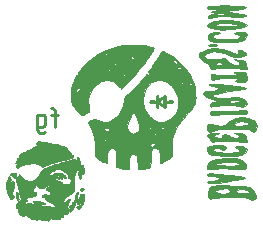
<source format=gbr>
%TF.GenerationSoftware,KiCad,Pcbnew,(6.0.1)*%
%TF.CreationDate,2022-04-28T08:04:20-05:00*%
%TF.ProjectId,AddOnBoard,4164644f-6e42-46f6-9172-642e6b696361,rev?*%
%TF.SameCoordinates,Original*%
%TF.FileFunction,Legend,Bot*%
%TF.FilePolarity,Positive*%
%FSLAX46Y46*%
G04 Gerber Fmt 4.6, Leading zero omitted, Abs format (unit mm)*
G04 Created by KiCad (PCBNEW (6.0.1)) date 2022-04-28 08:04:20*
%MOMM*%
%LPD*%
G01*
G04 APERTURE LIST*
%ADD10C,0.250000*%
%ADD11C,0.010000*%
G04 APERTURE END LIST*
D10*
%TO.C,G\u002A\u002A\u002A*%
X105866600Y-95631200D02*
X105279933Y-95631200D01*
X105646600Y-96657866D02*
X105646600Y-95337866D01*
X105573266Y-95191200D01*
X105426600Y-95117866D01*
X105279933Y-95117866D01*
X104106600Y-95631200D02*
X104106600Y-96877866D01*
X104179933Y-97024533D01*
X104253266Y-97097866D01*
X104399933Y-97171200D01*
X104619933Y-97171200D01*
X104766600Y-97097866D01*
X104106600Y-96584533D02*
X104253266Y-96657866D01*
X104546600Y-96657866D01*
X104693266Y-96584533D01*
X104766600Y-96511200D01*
X104839933Y-96364533D01*
X104839933Y-95924533D01*
X104766600Y-95777866D01*
X104693266Y-95704533D01*
X104546600Y-95631200D01*
X104253266Y-95631200D01*
X104106600Y-95704533D01*
D11*
X114732327Y-90238509D02*
X114706477Y-90276288D01*
X114706477Y-90276288D02*
X114647799Y-90367596D01*
X114647799Y-90367596D02*
X114564530Y-90499466D01*
X114564530Y-90499466D02*
X114464905Y-90658929D01*
X114464905Y-90658929D02*
X114445836Y-90689619D01*
X114445836Y-90689619D02*
X114313291Y-90895880D01*
X114313291Y-90895880D02*
X114153246Y-91133991D01*
X114153246Y-91133991D02*
X113986130Y-91374074D01*
X113986130Y-91374074D02*
X113836391Y-91580858D01*
X113836391Y-91580858D02*
X113702992Y-91762544D01*
X113702992Y-91762544D02*
X113612752Y-91892322D01*
X113612752Y-91892322D02*
X113560370Y-91979602D01*
X113560370Y-91979602D02*
X113540549Y-92033794D01*
X113540549Y-92033794D02*
X113547990Y-92064309D01*
X113547990Y-92064309D02*
X113559249Y-92073066D01*
X113559249Y-92073066D02*
X113602884Y-92126662D01*
X113602884Y-92126662D02*
X113620677Y-92203535D01*
X113620677Y-92203535D02*
X113610656Y-92271657D01*
X113610656Y-92271657D02*
X113573169Y-92299094D01*
X113573169Y-92299094D02*
X113477037Y-92265207D01*
X113477037Y-92265207D02*
X113422567Y-92191769D01*
X113422567Y-92191769D02*
X113393424Y-92195800D01*
X113393424Y-92195800D02*
X113330752Y-92251474D01*
X113330752Y-92251474D02*
X113247077Y-92347294D01*
X113247077Y-92347294D02*
X113231092Y-92367483D01*
X113231092Y-92367483D02*
X113052732Y-92585447D01*
X113052732Y-92585447D02*
X112831912Y-92839069D01*
X112831912Y-92839069D02*
X112584241Y-93111703D01*
X112584241Y-93111703D02*
X112325327Y-93386699D01*
X112325327Y-93386699D02*
X112070780Y-93647409D01*
X112070780Y-93647409D02*
X111836207Y-93877187D01*
X111836207Y-93877187D02*
X111681044Y-94020752D01*
X111681044Y-94020752D02*
X111574261Y-94120374D01*
X111574261Y-94120374D02*
X111512020Y-94198993D01*
X111512020Y-94198993D02*
X111478980Y-94285827D01*
X111478980Y-94285827D02*
X111459801Y-94410093D01*
X111459801Y-94410093D02*
X111455356Y-94450598D01*
X111455356Y-94450598D02*
X111380373Y-94882584D01*
X111380373Y-94882584D02*
X111254578Y-95261293D01*
X111254578Y-95261293D02*
X111079845Y-95584282D01*
X111079845Y-95584282D02*
X110858046Y-95849106D01*
X110858046Y-95849106D02*
X110591053Y-96053321D01*
X110591053Y-96053321D02*
X110280741Y-96194482D01*
X110280741Y-96194482D02*
X110078972Y-96247030D01*
X110078972Y-96247030D02*
X109794132Y-96269252D01*
X109794132Y-96269252D02*
X109516716Y-96219420D01*
X109516716Y-96219420D02*
X109235100Y-96095386D01*
X109235100Y-96095386D02*
X109223575Y-96088846D01*
X109223575Y-96088846D02*
X109020096Y-95972427D01*
X109020096Y-95972427D02*
X108721874Y-96114051D01*
X108721874Y-96114051D02*
X108423653Y-96255676D01*
X108423653Y-96255676D02*
X108543950Y-96456223D01*
X108543950Y-96456223D02*
X108699740Y-96732776D01*
X108699740Y-96732776D02*
X108819042Y-96989046D01*
X108819042Y-96989046D02*
X108906122Y-97242462D01*
X108906122Y-97242462D02*
X108965248Y-97510454D01*
X108965248Y-97510454D02*
X109000687Y-97810453D01*
X109000687Y-97810453D02*
X109016706Y-98159887D01*
X109016706Y-98159887D02*
X109018777Y-98395692D01*
X109018777Y-98395692D02*
X109021465Y-98690427D01*
X109021465Y-98690427D02*
X109030475Y-98912741D01*
X109030475Y-98912741D02*
X109046171Y-99068139D01*
X109046171Y-99068139D02*
X109068919Y-99162126D01*
X109068919Y-99162126D02*
X109069610Y-99163805D01*
X109069610Y-99163805D02*
X109107995Y-99227654D01*
X109107995Y-99227654D02*
X109176293Y-99294199D01*
X109176293Y-99294199D02*
X109286271Y-99372392D01*
X109286271Y-99372392D02*
X109449694Y-99471183D01*
X109449694Y-99471183D02*
X109544724Y-99525261D01*
X109544724Y-99525261D02*
X109710385Y-99616443D01*
X109710385Y-99616443D02*
X109853302Y-99691491D01*
X109853302Y-99691491D02*
X109958775Y-99742936D01*
X109958775Y-99742936D02*
X110012106Y-99763308D01*
X110012106Y-99763308D02*
X110013335Y-99763379D01*
X110013335Y-99763379D02*
X110034685Y-99730905D01*
X110034685Y-99730905D02*
X110051399Y-99631032D01*
X110051399Y-99631032D02*
X110063887Y-99460096D01*
X110063887Y-99460096D02*
X110071950Y-99238648D01*
X110071950Y-99238648D02*
X110078947Y-99020114D01*
X110078947Y-99020114D02*
X110088229Y-98864608D01*
X110088229Y-98864608D02*
X110102074Y-98757003D01*
X110102074Y-98757003D02*
X110122761Y-98682174D01*
X110122761Y-98682174D02*
X110152566Y-98624993D01*
X110152566Y-98624993D02*
X110167571Y-98603648D01*
X110167571Y-98603648D02*
X110280104Y-98509712D01*
X110280104Y-98509712D02*
X110314157Y-98501550D01*
X110314157Y-98501550D02*
X109785295Y-98501550D01*
X109785295Y-98501550D02*
X109765611Y-98526763D01*
X109765611Y-98526763D02*
X109707449Y-98541633D01*
X109707449Y-98541633D02*
X109653948Y-98500457D01*
X109653948Y-98500457D02*
X109645124Y-98481173D01*
X109645124Y-98481173D02*
X109664386Y-98444302D01*
X109664386Y-98444302D02*
X109711067Y-98434769D01*
X109711067Y-98434769D02*
X109781362Y-98453674D01*
X109781362Y-98453674D02*
X109785295Y-98501550D01*
X109785295Y-98501550D02*
X110314157Y-98501550D01*
X110314157Y-98501550D02*
X110417691Y-98476735D01*
X110417691Y-98476735D02*
X110559851Y-98502154D01*
X110559851Y-98502154D02*
X110686103Y-98583409D01*
X110686103Y-98583409D02*
X110756890Y-98677321D01*
X110756890Y-98677321D02*
X110783549Y-98738147D01*
X110783549Y-98738147D02*
X110802621Y-98815039D01*
X110802621Y-98815039D02*
X110815313Y-98921281D01*
X110815313Y-98921281D02*
X110822832Y-99070153D01*
X110822832Y-99070153D02*
X110826384Y-99274940D01*
X110826384Y-99274940D02*
X110827146Y-99450769D01*
X110827146Y-99450769D02*
X110828015Y-100095539D01*
X110828015Y-100095539D02*
X111218784Y-100183659D01*
X111218784Y-100183659D02*
X111402939Y-100220727D01*
X111402939Y-100220727D02*
X111576460Y-100247877D01*
X111576460Y-100247877D02*
X111713932Y-100261478D01*
X111713932Y-100261478D02*
X111765861Y-100261813D01*
X111765861Y-100261813D02*
X111922169Y-100251846D01*
X111922169Y-100251846D02*
X111923370Y-99762128D01*
X111923370Y-99762128D02*
X111925582Y-99548371D01*
X111925582Y-99548371D02*
X111932426Y-99395974D01*
X111932426Y-99395974D02*
X111946053Y-99288184D01*
X111946053Y-99288184D02*
X111968613Y-99208244D01*
X111968613Y-99208244D02*
X112002256Y-99139403D01*
X112002256Y-99139403D02*
X112003588Y-99137112D01*
X112003588Y-99137112D02*
X112110078Y-99014862D01*
X112110078Y-99014862D02*
X112239885Y-98953448D01*
X112239885Y-98953448D02*
X112375078Y-98954460D01*
X112375078Y-98954460D02*
X112497726Y-99019486D01*
X112497726Y-99019486D02*
X112556675Y-99088111D01*
X112556675Y-99088111D02*
X112586203Y-99147996D01*
X112586203Y-99147996D02*
X112607530Y-99232548D01*
X112607530Y-99232548D02*
X112622430Y-99355655D01*
X112622430Y-99355655D02*
X112632680Y-99531201D01*
X112632680Y-99531201D02*
X112639070Y-99732259D01*
X112639070Y-99732259D02*
X112652587Y-100271385D01*
X112652587Y-100271385D02*
X112814916Y-100268278D01*
X112814916Y-100268278D02*
X112946093Y-100257679D01*
X112946093Y-100257679D02*
X113108703Y-100233794D01*
X113108703Y-100233794D02*
X113211708Y-100213715D01*
X113211708Y-100213715D02*
X113364940Y-100179117D01*
X113364940Y-100179117D02*
X113509605Y-100144874D01*
X113509605Y-100144874D02*
X113582938Y-100126513D01*
X113582938Y-100126513D02*
X113719708Y-100090767D01*
X113719708Y-100090767D02*
X113742513Y-99445487D01*
X113742513Y-99445487D02*
X113753138Y-99188948D01*
X113753138Y-99188948D02*
X113765384Y-98996966D01*
X113765384Y-98996966D02*
X113780916Y-98855947D01*
X113780916Y-98855947D02*
X113801395Y-98752294D01*
X113801395Y-98752294D02*
X113828486Y-98672412D01*
X113828486Y-98672412D02*
X113840206Y-98646796D01*
X113840206Y-98646796D02*
X113896631Y-98548308D01*
X113896631Y-98548308D02*
X113958954Y-98501138D01*
X113958954Y-98501138D02*
X114059417Y-98483022D01*
X114059417Y-98483022D02*
X114079676Y-98481442D01*
X114079676Y-98481442D02*
X114228359Y-98484833D01*
X114228359Y-98484833D02*
X114341339Y-98524509D01*
X114341339Y-98524509D02*
X114422814Y-98608162D01*
X114422814Y-98608162D02*
X114476983Y-98743483D01*
X114476983Y-98743483D02*
X114508045Y-98938165D01*
X114508045Y-98938165D02*
X114520198Y-99199900D01*
X114520198Y-99199900D02*
X114520784Y-99289631D01*
X114520784Y-99289631D02*
X114520784Y-99761450D01*
X114520784Y-99761450D02*
X114628246Y-99720929D01*
X114628246Y-99720929D02*
X114754525Y-99664894D01*
X114754525Y-99664894D02*
X114906495Y-99584944D01*
X114906495Y-99584944D02*
X115068808Y-99490777D01*
X115068808Y-99490777D02*
X115226120Y-99392092D01*
X115226120Y-99392092D02*
X115363083Y-99298587D01*
X115363083Y-99298587D02*
X115464352Y-99219960D01*
X115464352Y-99219960D02*
X115514580Y-99165908D01*
X115514580Y-99165908D02*
X115517089Y-99159209D01*
X115517089Y-99159209D02*
X115523275Y-99095506D01*
X115523275Y-99095506D02*
X115530115Y-98967919D01*
X115530115Y-98967919D02*
X115537041Y-98790708D01*
X115537041Y-98790708D02*
X115543486Y-98578134D01*
X115543486Y-98578134D02*
X115547947Y-98388816D01*
X115547947Y-98388816D02*
X113602113Y-98388816D01*
X113602113Y-98388816D02*
X113590301Y-98426517D01*
X113590301Y-98426517D02*
X113536125Y-98497935D01*
X113536125Y-98497935D02*
X113497806Y-98539662D01*
X113497806Y-98539662D02*
X113396035Y-98633915D01*
X113396035Y-98633915D02*
X113331900Y-98669136D01*
X113331900Y-98669136D02*
X113309401Y-98643137D01*
X113309401Y-98643137D02*
X113309400Y-98642698D01*
X113309400Y-98642698D02*
X113335377Y-98600087D01*
X113335377Y-98600087D02*
X113398864Y-98534441D01*
X113398864Y-98534441D02*
X113478195Y-98464552D01*
X113478195Y-98464552D02*
X113551703Y-98409212D01*
X113551703Y-98409212D02*
X113597724Y-98387213D01*
X113597724Y-98387213D02*
X113602113Y-98388816D01*
X113602113Y-98388816D02*
X115547947Y-98388816D01*
X115547947Y-98388816D02*
X115548142Y-98380555D01*
X115548142Y-98380555D02*
X110638737Y-98380555D01*
X110638737Y-98380555D02*
X110632631Y-98395692D01*
X110632631Y-98395692D02*
X110597516Y-98432971D01*
X110597516Y-98432971D02*
X110591248Y-98434769D01*
X110591248Y-98434769D02*
X110574463Y-98404536D01*
X110574463Y-98404536D02*
X110574015Y-98395692D01*
X110574015Y-98395692D02*
X110604056Y-98358117D01*
X110604056Y-98358117D02*
X110615398Y-98356616D01*
X110615398Y-98356616D02*
X110638737Y-98380555D01*
X110638737Y-98380555D02*
X115548142Y-98380555D01*
X115548142Y-98380555D02*
X115548246Y-98376154D01*
X115548246Y-98376154D02*
X115553977Y-98122855D01*
X115553977Y-98122855D02*
X115555233Y-98087924D01*
X115555233Y-98087924D02*
X114122708Y-98087924D01*
X114122708Y-98087924D02*
X114089388Y-98151720D01*
X114089388Y-98151720D02*
X114003015Y-98238790D01*
X114003015Y-98238790D02*
X113915709Y-98315648D01*
X113915709Y-98315648D02*
X113863836Y-98348140D01*
X113863836Y-98348140D02*
X113825835Y-98345378D01*
X113825835Y-98345378D02*
X113795011Y-98326709D01*
X113795011Y-98326709D02*
X113772747Y-98300442D01*
X113772747Y-98300442D02*
X113537004Y-98300442D01*
X113537004Y-98300442D02*
X113523092Y-98314879D01*
X113523092Y-98314879D02*
X113497321Y-98316296D01*
X113497321Y-98316296D02*
X113425753Y-98295541D01*
X113425753Y-98295541D02*
X113405485Y-98275862D01*
X113405485Y-98275862D02*
X113390739Y-98225692D01*
X113390739Y-98225692D02*
X113427185Y-98222255D01*
X113427185Y-98222255D02*
X113488099Y-98258084D01*
X113488099Y-98258084D02*
X113537004Y-98300442D01*
X113537004Y-98300442D02*
X113772747Y-98300442D01*
X113772747Y-98300442D02*
X113730660Y-98250788D01*
X113730660Y-98250788D02*
X113732433Y-98170456D01*
X113732433Y-98170456D02*
X113756206Y-98141692D01*
X113756206Y-98141692D02*
X110574015Y-98141692D01*
X110574015Y-98141692D02*
X110554477Y-98161231D01*
X110554477Y-98161231D02*
X110534938Y-98141692D01*
X110534938Y-98141692D02*
X110554477Y-98122154D01*
X110554477Y-98122154D02*
X110574015Y-98141692D01*
X110574015Y-98141692D02*
X113756206Y-98141692D01*
X113756206Y-98141692D02*
X113790591Y-98100090D01*
X113790591Y-98100090D02*
X113895394Y-98054064D01*
X113895394Y-98054064D02*
X113986554Y-98044000D01*
X113986554Y-98044000D02*
X114088597Y-98053993D01*
X114088597Y-98053993D02*
X114122708Y-98087924D01*
X114122708Y-98087924D02*
X115555233Y-98087924D01*
X115555233Y-98087924D02*
X115560910Y-97930183D01*
X115560910Y-97930183D02*
X115561976Y-97915080D01*
X115561976Y-97915080D02*
X109984031Y-97915080D01*
X109984031Y-97915080D02*
X109966040Y-97926351D01*
X109966040Y-97926351D02*
X109948784Y-97926769D01*
X109948784Y-97926769D02*
X109910843Y-97897033D01*
X109910843Y-97897033D02*
X109909708Y-97887692D01*
X109909708Y-97887692D02*
X109876979Y-97855943D01*
X109876979Y-97855943D02*
X109831554Y-97848616D01*
X109831554Y-97848616D02*
X109767912Y-97824568D01*
X109767912Y-97824568D02*
X109758737Y-97769484D01*
X109758737Y-97769484D02*
X109804630Y-97708955D01*
X109804630Y-97708955D02*
X109827928Y-97694248D01*
X109827928Y-97694248D02*
X109882975Y-97677830D01*
X109882975Y-97677830D02*
X109919812Y-97713913D01*
X109919812Y-97713913D02*
X109945159Y-97776858D01*
X109945159Y-97776858D02*
X109977241Y-97872292D01*
X109977241Y-97872292D02*
X109984031Y-97915080D01*
X109984031Y-97915080D02*
X115561976Y-97915080D01*
X115561976Y-97915080D02*
X115568050Y-97829077D01*
X115568050Y-97829077D02*
X114481708Y-97829077D01*
X114481708Y-97829077D02*
X114462169Y-97848616D01*
X114462169Y-97848616D02*
X114442631Y-97829077D01*
X114442631Y-97829077D02*
X114462169Y-97809539D01*
X114462169Y-97809539D02*
X114481708Y-97829077D01*
X114481708Y-97829077D02*
X115568050Y-97829077D01*
X115568050Y-97829077D02*
X115571473Y-97780621D01*
X115571473Y-97780621D02*
X115588094Y-97656653D01*
X115588094Y-97656653D02*
X115613198Y-97540760D01*
X115613198Y-97540760D02*
X115642638Y-97438308D01*
X115642638Y-97438308D02*
X114989708Y-97438308D01*
X114989708Y-97438308D02*
X114970169Y-97457846D01*
X114970169Y-97457846D02*
X114950631Y-97438308D01*
X114950631Y-97438308D02*
X109987861Y-97438308D01*
X109987861Y-97438308D02*
X109968323Y-97457846D01*
X109968323Y-97457846D02*
X109948784Y-97438308D01*
X109948784Y-97438308D02*
X109968323Y-97418769D01*
X109968323Y-97418769D02*
X109987861Y-97438308D01*
X109987861Y-97438308D02*
X114950631Y-97438308D01*
X114950631Y-97438308D02*
X114970169Y-97418769D01*
X114970169Y-97418769D02*
X114989708Y-97438308D01*
X114989708Y-97438308D02*
X115642638Y-97438308D01*
X115642638Y-97438308D02*
X115649214Y-97415426D01*
X115649214Y-97415426D02*
X115667126Y-97360154D01*
X115667126Y-97360154D02*
X114872477Y-97360154D01*
X114872477Y-97360154D02*
X114852938Y-97379692D01*
X114852938Y-97379692D02*
X114850632Y-97377386D01*
X114850632Y-97377386D02*
X113504784Y-97377386D01*
X113504784Y-97377386D02*
X113476418Y-97417179D01*
X113476418Y-97417179D02*
X113465708Y-97418769D01*
X113465708Y-97418769D02*
X113427647Y-97405437D01*
X113427647Y-97405437D02*
X113426631Y-97401537D01*
X113426631Y-97401537D02*
X113454013Y-97368174D01*
X113454013Y-97368174D02*
X113465708Y-97360154D01*
X113465708Y-97360154D02*
X113501716Y-97363252D01*
X113501716Y-97363252D02*
X113504784Y-97377386D01*
X113504784Y-97377386D02*
X114850632Y-97377386D01*
X114850632Y-97377386D02*
X114833400Y-97360154D01*
X114833400Y-97360154D02*
X114852938Y-97340616D01*
X114852938Y-97340616D02*
X114872477Y-97360154D01*
X114872477Y-97360154D02*
X115667126Y-97360154D01*
X115667126Y-97360154D02*
X115698569Y-97263134D01*
X115698569Y-97263134D02*
X115698791Y-97262462D01*
X115698791Y-97262462D02*
X115028784Y-97262462D01*
X115028784Y-97262462D02*
X115014487Y-97294626D01*
X115014487Y-97294626D02*
X115002733Y-97288513D01*
X115002733Y-97288513D02*
X115000586Y-97267216D01*
X115000586Y-97267216D02*
X114226596Y-97267216D01*
X114226596Y-97267216D02*
X114220302Y-97298440D01*
X114220302Y-97298440D02*
X114179377Y-97351698D01*
X114179377Y-97351698D02*
X114112557Y-97373074D01*
X114112557Y-97373074D02*
X114049656Y-97361929D01*
X114049656Y-97361929D02*
X114020487Y-97317628D01*
X114020487Y-97317628D02*
X114021683Y-97302685D01*
X114021683Y-97302685D02*
X114064574Y-97254334D01*
X114064574Y-97254334D02*
X114137062Y-97230853D01*
X114137062Y-97230853D02*
X114210360Y-97231213D01*
X114210360Y-97231213D02*
X114226596Y-97267216D01*
X114226596Y-97267216D02*
X115000586Y-97267216D01*
X115000586Y-97267216D02*
X114998056Y-97242138D01*
X114998056Y-97242138D02*
X115002733Y-97236410D01*
X115002733Y-97236410D02*
X115025964Y-97241774D01*
X115025964Y-97241774D02*
X115028784Y-97262462D01*
X115028784Y-97262462D02*
X115698791Y-97262462D01*
X115698791Y-97262462D02*
X115705268Y-97242923D01*
X115705268Y-97242923D02*
X115801219Y-96980744D01*
X115801219Y-96980744D02*
X115879334Y-96812504D01*
X115879334Y-96812504D02*
X114901992Y-96812504D01*
X114901992Y-96812504D02*
X114894222Y-96857406D01*
X114894222Y-96857406D02*
X114823631Y-96880775D01*
X114823631Y-96880775D02*
X114735883Y-96866480D01*
X114735883Y-96866480D02*
X114662917Y-96811824D01*
X114662917Y-96811824D02*
X114657374Y-96798323D01*
X114657374Y-96798323D02*
X113778323Y-96798323D01*
X113778323Y-96798323D02*
X113752114Y-96830509D01*
X113752114Y-96830509D02*
X113697903Y-96824529D01*
X113697903Y-96824529D02*
X113652316Y-96786164D01*
X113652316Y-96786164D02*
X113648427Y-96777820D01*
X113648427Y-96777820D02*
X113642532Y-96715435D01*
X113642532Y-96715435D02*
X113647410Y-96705893D01*
X113647410Y-96705893D02*
X112796825Y-96705893D01*
X112796825Y-96705893D02*
X112768422Y-96879557D01*
X112768422Y-96879557D02*
X112723031Y-96989345D01*
X112723031Y-96989345D02*
X112606867Y-97144735D01*
X112606867Y-97144735D02*
X112457959Y-97237053D01*
X112457959Y-97237053D02*
X112291166Y-97263213D01*
X112291166Y-97263213D02*
X112121350Y-97220134D01*
X112121350Y-97220134D02*
X111999687Y-97139430D01*
X111999687Y-97139430D02*
X111871434Y-97010777D01*
X111871434Y-97010777D02*
X111859918Y-96992651D01*
X111859918Y-96992651D02*
X110240507Y-96992651D01*
X110240507Y-96992651D02*
X110236423Y-97030533D01*
X110236423Y-97030533D02*
X110191337Y-97039843D01*
X110191337Y-97039843D02*
X110096542Y-97026437D01*
X110096542Y-97026437D02*
X109974340Y-96988092D01*
X109974340Y-96988092D02*
X109874144Y-96930362D01*
X109874144Y-96930362D02*
X109861362Y-96918869D01*
X109861362Y-96918869D02*
X109782352Y-96839858D01*
X109782352Y-96839858D02*
X109907623Y-96775078D01*
X109907623Y-96775078D02*
X109997642Y-96734994D01*
X109997642Y-96734994D02*
X110059701Y-96735309D01*
X110059701Y-96735309D02*
X110127608Y-96772358D01*
X110127608Y-96772358D02*
X110197440Y-96832620D01*
X110197440Y-96832620D02*
X110225313Y-96882362D01*
X110225313Y-96882362D02*
X110235326Y-96963388D01*
X110235326Y-96963388D02*
X110240507Y-96992651D01*
X110240507Y-96992651D02*
X111859918Y-96992651D01*
X111859918Y-96992651D02*
X111790241Y-96882990D01*
X111790241Y-96882990D02*
X111754816Y-96742392D01*
X111754816Y-96742392D02*
X111759453Y-96656769D01*
X111759453Y-96656769D02*
X109948784Y-96656769D01*
X109948784Y-96656769D02*
X109929246Y-96676308D01*
X109929246Y-96676308D02*
X109909708Y-96656769D01*
X109909708Y-96656769D02*
X109929246Y-96637231D01*
X109929246Y-96637231D02*
X109948784Y-96656769D01*
X109948784Y-96656769D02*
X111759453Y-96656769D01*
X111759453Y-96656769D02*
X111763866Y-96575305D01*
X111763866Y-96575305D02*
X111816099Y-96368054D01*
X111816099Y-96368054D02*
X111903735Y-96123583D01*
X111903735Y-96123583D02*
X111991724Y-95900037D01*
X111991724Y-95900037D02*
X112058363Y-95739246D01*
X112058363Y-95739246D02*
X112109280Y-95630615D01*
X112109280Y-95630615D02*
X112150102Y-95563549D01*
X112150102Y-95563549D02*
X112186456Y-95527452D01*
X112186456Y-95527452D02*
X112223968Y-95511729D01*
X112223968Y-95511729D02*
X112229266Y-95510621D01*
X112229266Y-95510621D02*
X112317781Y-95526291D01*
X112317781Y-95526291D02*
X112409039Y-95608891D01*
X112409039Y-95608891D02*
X112504764Y-95761127D01*
X112504764Y-95761127D02*
X112606680Y-95985702D01*
X112606680Y-95985702D02*
X112708948Y-96263075D01*
X112708948Y-96263075D02*
X112777113Y-96506243D01*
X112777113Y-96506243D02*
X112796825Y-96705893D01*
X112796825Y-96705893D02*
X113647410Y-96705893D01*
X113647410Y-96705893D02*
X113650420Y-96700006D01*
X113650420Y-96700006D02*
X113693498Y-96701321D01*
X113693498Y-96701321D02*
X113747272Y-96740733D01*
X113747272Y-96740733D02*
X113777825Y-96792171D01*
X113777825Y-96792171D02*
X113778323Y-96798323D01*
X113778323Y-96798323D02*
X114657374Y-96798323D01*
X114657374Y-96798323D02*
X114638015Y-96751174D01*
X114638015Y-96751174D02*
X114668599Y-96708973D01*
X114668599Y-96708973D02*
X114738845Y-96699148D01*
X114738845Y-96699148D02*
X114816499Y-96723487D01*
X114816499Y-96723487D02*
X114839051Y-96740037D01*
X114839051Y-96740037D02*
X114901992Y-96812504D01*
X114901992Y-96812504D02*
X115879334Y-96812504D01*
X115879334Y-96812504D02*
X115908120Y-96750509D01*
X115908120Y-96750509D02*
X116037867Y-96532603D01*
X116037867Y-96532603D02*
X116046317Y-96521034D01*
X116046317Y-96521034D02*
X114007313Y-96521034D01*
X114007313Y-96521034D02*
X114004785Y-96534638D01*
X114004785Y-96534638D02*
X113978692Y-96568846D01*
X113978692Y-96568846D02*
X113919146Y-96623710D01*
X113919146Y-96623710D02*
X113884256Y-96637231D01*
X113884256Y-96637231D02*
X113856718Y-96629550D01*
X113856718Y-96629550D02*
X113859733Y-96626173D01*
X113859733Y-96626173D02*
X113900446Y-96596990D01*
X113900446Y-96596990D02*
X113954169Y-96557789D01*
X113954169Y-96557789D02*
X114007313Y-96521034D01*
X114007313Y-96521034D02*
X116046317Y-96521034D01*
X116046317Y-96521034D02*
X116132700Y-96402769D01*
X116132700Y-96402769D02*
X115849400Y-96402769D01*
X115849400Y-96402769D02*
X115835102Y-96434934D01*
X115835102Y-96434934D02*
X115823349Y-96428821D01*
X115823349Y-96428821D02*
X115818672Y-96382445D01*
X115818672Y-96382445D02*
X115823349Y-96376718D01*
X115823349Y-96376718D02*
X115846580Y-96382082D01*
X115846580Y-96382082D02*
X115849400Y-96402769D01*
X115849400Y-96402769D02*
X116132700Y-96402769D01*
X116132700Y-96402769D02*
X116202353Y-96307409D01*
X116202353Y-96307409D02*
X116233296Y-96270460D01*
X116233296Y-96270460D02*
X113460985Y-96270460D01*
X113460985Y-96270460D02*
X113451328Y-96324412D01*
X113451328Y-96324412D02*
X113440719Y-96336579D01*
X113440719Y-96336579D02*
X113392007Y-96344482D01*
X113392007Y-96344482D02*
X113352511Y-96304875D01*
X113352511Y-96304875D02*
X113348477Y-96283232D01*
X113348477Y-96283232D02*
X113380162Y-96250599D01*
X113380162Y-96250599D02*
X113407092Y-96246462D01*
X113407092Y-96246462D02*
X113460985Y-96270460D01*
X113460985Y-96270460D02*
X116233296Y-96270460D01*
X116233296Y-96270460D02*
X116413474Y-96055310D01*
X116413474Y-96055310D02*
X116451637Y-96012000D01*
X116451637Y-96012000D02*
X116318323Y-96012000D01*
X116318323Y-96012000D02*
X116286672Y-96046668D01*
X116286672Y-96046668D02*
X116259708Y-96051077D01*
X116259708Y-96051077D02*
X116207705Y-96029977D01*
X116207705Y-96029977D02*
X116201092Y-96012000D01*
X116201092Y-96012000D02*
X116232743Y-95977332D01*
X116232743Y-95977332D02*
X116259708Y-95972923D01*
X116259708Y-95972923D02*
X116311710Y-95994024D01*
X116311710Y-95994024D02*
X116318323Y-96012000D01*
X116318323Y-96012000D02*
X116451637Y-96012000D01*
X116451637Y-96012000D02*
X116718254Y-95710740D01*
X116718254Y-95710740D02*
X116937797Y-95459937D01*
X116937797Y-95459937D02*
X116965662Y-95427109D01*
X116965662Y-95427109D02*
X116623418Y-95427109D01*
X116623418Y-95427109D02*
X116580575Y-95450340D01*
X116580575Y-95450340D02*
X116519755Y-95446450D01*
X116519755Y-95446450D02*
X116428791Y-95443943D01*
X116428791Y-95443943D02*
X116375590Y-95467110D01*
X116375590Y-95467110D02*
X116375416Y-95467387D01*
X116375416Y-95467387D02*
X116344638Y-95501409D01*
X116344638Y-95501409D02*
X116339319Y-95464795D01*
X116339319Y-95464795D02*
X116359416Y-95360787D01*
X116359416Y-95360787D02*
X116367761Y-95328154D01*
X116367761Y-95328154D02*
X116279246Y-95328154D01*
X116279246Y-95328154D02*
X116259708Y-95347692D01*
X116259708Y-95347692D02*
X116240169Y-95328154D01*
X116240169Y-95328154D02*
X116259708Y-95308616D01*
X116259708Y-95308616D02*
X116279246Y-95328154D01*
X116279246Y-95328154D02*
X116367761Y-95328154D01*
X116367761Y-95328154D02*
X116377756Y-95289077D01*
X116377756Y-95289077D02*
X116402657Y-95208617D01*
X116402657Y-95208617D02*
X116318323Y-95208617D01*
X116318323Y-95208617D02*
X116297921Y-95262083D01*
X116297921Y-95262083D02*
X116279246Y-95269539D01*
X116279246Y-95269539D02*
X116241288Y-95241492D01*
X116241288Y-95241492D02*
X116240169Y-95232768D01*
X116240169Y-95232768D02*
X116268574Y-95179845D01*
X116268574Y-95179845D02*
X116279246Y-95171846D01*
X116279246Y-95171846D02*
X116312700Y-95180705D01*
X116312700Y-95180705D02*
X116318323Y-95208617D01*
X116318323Y-95208617D02*
X116402657Y-95208617D01*
X116402657Y-95208617D02*
X116408480Y-95189804D01*
X116408480Y-95189804D02*
X116427390Y-95162502D01*
X116427390Y-95162502D02*
X116432916Y-95191888D01*
X116432916Y-95191888D02*
X116469453Y-95290319D01*
X116469453Y-95290319D02*
X116520949Y-95328657D01*
X116520949Y-95328657D02*
X116603593Y-95381543D01*
X116603593Y-95381543D02*
X116623418Y-95427109D01*
X116623418Y-95427109D02*
X116965662Y-95427109D01*
X116965662Y-95427109D02*
X117114826Y-95251383D01*
X117114826Y-95251383D02*
X117214537Y-95126257D01*
X117214537Y-95126257D02*
X116735143Y-95126257D01*
X116735143Y-95126257D02*
X116729779Y-95149488D01*
X116729779Y-95149488D02*
X116709092Y-95152308D01*
X116709092Y-95152308D02*
X116676927Y-95138010D01*
X116676927Y-95138010D02*
X116683041Y-95126257D01*
X116683041Y-95126257D02*
X116729416Y-95121580D01*
X116729416Y-95121580D02*
X116735143Y-95126257D01*
X116735143Y-95126257D02*
X117214537Y-95126257D01*
X117214537Y-95126257D02*
X117253898Y-95076865D01*
X117253898Y-95076865D02*
X117297481Y-95015539D01*
X117297481Y-95015539D02*
X116474631Y-95015539D01*
X116474631Y-95015539D02*
X116455092Y-95035077D01*
X116455092Y-95035077D02*
X116435554Y-95015539D01*
X116435554Y-95015539D02*
X116455092Y-94996000D01*
X116455092Y-94996000D02*
X116474631Y-95015539D01*
X116474631Y-95015539D02*
X117297481Y-95015539D01*
X117297481Y-95015539D02*
X117359572Y-94928173D01*
X117359572Y-94928173D02*
X117436409Y-94797096D01*
X117436409Y-94797096D02*
X117488966Y-94675423D01*
X117488966Y-94675423D02*
X117521802Y-94554943D01*
X117521802Y-94554943D02*
X117522704Y-94548436D01*
X117522704Y-94548436D02*
X116081674Y-94548436D01*
X116081674Y-94548436D02*
X116050240Y-94941781D01*
X116050240Y-94941781D02*
X116024835Y-95065615D01*
X116024835Y-95065615D02*
X115939667Y-95343646D01*
X115939667Y-95343646D02*
X115819482Y-95577096D01*
X115819482Y-95577096D02*
X115647434Y-95797397D01*
X115647434Y-95797397D02*
X115612295Y-95835294D01*
X115612295Y-95835294D02*
X115361804Y-96051960D01*
X115361804Y-96051960D02*
X115092133Y-96192881D01*
X115092133Y-96192881D02*
X114803936Y-96257908D01*
X114803936Y-96257908D02*
X114497869Y-96246893D01*
X114497869Y-96246893D02*
X114180528Y-96161920D01*
X114180528Y-96161920D02*
X113951737Y-96040289D01*
X113951737Y-96040289D02*
X113752415Y-95875231D01*
X113752415Y-95875231D02*
X113192169Y-95875231D01*
X113192169Y-95875231D02*
X113172631Y-95894769D01*
X113172631Y-95894769D02*
X113153092Y-95875231D01*
X113153092Y-95875231D02*
X113172631Y-95855692D01*
X113172631Y-95855692D02*
X113192169Y-95875231D01*
X113192169Y-95875231D02*
X113752415Y-95875231D01*
X113752415Y-95875231D02*
X113728443Y-95855380D01*
X113728443Y-95855380D02*
X113522708Y-95621796D01*
X113522708Y-95621796D02*
X113346592Y-95354136D01*
X113346592Y-95354136D02*
X113212153Y-95067002D01*
X113212153Y-95067002D02*
X113169060Y-94937385D01*
X113169060Y-94937385D02*
X113109252Y-94616638D01*
X113109252Y-94616638D02*
X113102926Y-94274518D01*
X113102926Y-94274518D02*
X113147316Y-93933087D01*
X113147316Y-93933087D02*
X113239650Y-93614402D01*
X113239650Y-93614402D02*
X113367665Y-93355325D01*
X113367665Y-93355325D02*
X113571864Y-93097171D01*
X113571864Y-93097171D02*
X113811908Y-92903754D01*
X113811908Y-92903754D02*
X114078621Y-92775924D01*
X114078621Y-92775924D02*
X114362828Y-92714532D01*
X114362828Y-92714532D02*
X114655355Y-92720431D01*
X114655355Y-92720431D02*
X114947027Y-92794471D01*
X114947027Y-92794471D02*
X115228669Y-92937503D01*
X115228669Y-92937503D02*
X115491106Y-93150378D01*
X115491106Y-93150378D02*
X115498393Y-93157657D01*
X115498393Y-93157657D02*
X115745489Y-93459565D01*
X115745489Y-93459565D02*
X115926760Y-93798129D01*
X115926760Y-93798129D02*
X116039668Y-94164152D01*
X116039668Y-94164152D02*
X116081674Y-94548436D01*
X116081674Y-94548436D02*
X117522704Y-94548436D01*
X117522704Y-94548436D02*
X117539477Y-94427445D01*
X117539477Y-94427445D02*
X117544346Y-94329148D01*
X117544346Y-94329148D02*
X117207511Y-94329148D01*
X117207511Y-94329148D02*
X117202166Y-94331692D01*
X117202166Y-94331692D02*
X117166505Y-94304183D01*
X117166505Y-94304183D02*
X117159748Y-94294447D01*
X117159748Y-94294447D02*
X116456856Y-94294447D01*
X116456856Y-94294447D02*
X116452693Y-94380594D01*
X116452693Y-94380594D02*
X116436684Y-94456601D01*
X116436684Y-94456601D02*
X116413849Y-94488000D01*
X116413849Y-94488000D02*
X116406943Y-94453341D01*
X116406943Y-94453341D02*
X116405788Y-94366765D01*
X116405788Y-94366765D02*
X116406845Y-94331839D01*
X116406845Y-94331839D02*
X116416845Y-94237743D01*
X116416845Y-94237743D02*
X116436154Y-94220595D01*
X116436154Y-94220595D02*
X116444967Y-94232669D01*
X116444967Y-94232669D02*
X116456856Y-94294447D01*
X116456856Y-94294447D02*
X117159748Y-94294447D01*
X117159748Y-94294447D02*
X117158477Y-94292616D01*
X117158477Y-94292616D02*
X117148519Y-94256083D01*
X117148519Y-94256083D02*
X117153864Y-94253539D01*
X117153864Y-94253539D02*
X117189525Y-94281048D01*
X117189525Y-94281048D02*
X117197554Y-94292616D01*
X117197554Y-94292616D02*
X117207511Y-94329148D01*
X117207511Y-94329148D02*
X117544346Y-94329148D01*
X117544346Y-94329148D02*
X117546548Y-94284718D01*
X117546548Y-94284718D02*
X117547575Y-94118551D01*
X117547575Y-94118551D02*
X117547297Y-94038616D01*
X117547297Y-94038616D02*
X117545494Y-93816061D01*
X117545494Y-93816061D02*
X117542360Y-93726000D01*
X117542360Y-93726000D02*
X116982631Y-93726000D01*
X116982631Y-93726000D02*
X116963092Y-93745539D01*
X116963092Y-93745539D02*
X116943554Y-93726000D01*
X116943554Y-93726000D02*
X116963092Y-93706462D01*
X116963092Y-93706462D02*
X116904477Y-93706462D01*
X116904477Y-93706462D02*
X116872826Y-93741130D01*
X116872826Y-93741130D02*
X116845861Y-93745539D01*
X116845861Y-93745539D02*
X116793859Y-93724438D01*
X116793859Y-93724438D02*
X116787246Y-93706462D01*
X116787246Y-93706462D02*
X116810328Y-93681178D01*
X116810328Y-93681178D02*
X116175729Y-93681178D01*
X116175729Y-93681178D02*
X116158018Y-93737158D01*
X116158018Y-93737158D02*
X116150407Y-93749724D01*
X116150407Y-93749724D02*
X116112296Y-93802212D01*
X116112296Y-93802212D02*
X116087200Y-93786489D01*
X116087200Y-93786489D02*
X116067954Y-93745874D01*
X116067954Y-93745874D02*
X116047739Y-93675266D01*
X116047739Y-93675266D02*
X116052591Y-93646552D01*
X116052591Y-93646552D02*
X116101200Y-93641152D01*
X116101200Y-93641152D02*
X116135045Y-93650402D01*
X116135045Y-93650402D02*
X116175729Y-93681178D01*
X116175729Y-93681178D02*
X116810328Y-93681178D01*
X116810328Y-93681178D02*
X116818897Y-93671793D01*
X116818897Y-93671793D02*
X116845861Y-93667385D01*
X116845861Y-93667385D02*
X116897864Y-93688485D01*
X116897864Y-93688485D02*
X116904477Y-93706462D01*
X116904477Y-93706462D02*
X116963092Y-93706462D01*
X116963092Y-93706462D02*
X116982631Y-93726000D01*
X116982631Y-93726000D02*
X117542360Y-93726000D01*
X117542360Y-93726000D02*
X117539692Y-93649336D01*
X117539692Y-93649336D02*
X117537618Y-93628308D01*
X117537618Y-93628308D02*
X116435554Y-93628308D01*
X116435554Y-93628308D02*
X116407507Y-93666266D01*
X116407507Y-93666266D02*
X116398783Y-93667385D01*
X116398783Y-93667385D02*
X116345860Y-93638980D01*
X116345860Y-93638980D02*
X116337861Y-93628308D01*
X116337861Y-93628308D02*
X116346720Y-93594854D01*
X116346720Y-93594854D02*
X116374632Y-93589231D01*
X116374632Y-93589231D02*
X116428098Y-93609633D01*
X116428098Y-93609633D02*
X116435554Y-93628308D01*
X116435554Y-93628308D02*
X117537618Y-93628308D01*
X117537618Y-93628308D02*
X117526549Y-93516123D01*
X117526549Y-93516123D02*
X117502720Y-93394099D01*
X117502720Y-93394099D02*
X117464862Y-93260945D01*
X117464862Y-93260945D02*
X117409631Y-93094340D01*
X117409631Y-93094340D02*
X117402870Y-93074530D01*
X117402870Y-93074530D02*
X117400382Y-93067623D01*
X117400382Y-93067623D02*
X117217092Y-93067623D01*
X117217092Y-93067623D02*
X117196042Y-93110419D01*
X117196042Y-93110419D02*
X117122377Y-93111221D01*
X117122377Y-93111221D02*
X117112507Y-93109426D01*
X117112507Y-93109426D02*
X117007303Y-93113943D01*
X117007303Y-93113943D02*
X116953408Y-93143948D01*
X116953408Y-93143948D02*
X116874686Y-93195079D01*
X116874686Y-93195079D02*
X116815133Y-93170968D01*
X116815133Y-93170968D02*
X116805727Y-93157673D01*
X116805727Y-93157673D02*
X116805243Y-93097070D01*
X116805243Y-93097070D02*
X116849966Y-93041844D01*
X116849966Y-93041844D02*
X116911678Y-93024160D01*
X116911678Y-93024160D02*
X116920612Y-93026717D01*
X116920612Y-93026717D02*
X116983305Y-93016225D01*
X116983305Y-93016225D02*
X117019550Y-92986138D01*
X117019550Y-92986138D02*
X117020158Y-92985845D01*
X117020158Y-92985845D02*
X116474631Y-92985845D01*
X116474631Y-92985845D02*
X116467213Y-93033398D01*
X116467213Y-93033398D02*
X116428403Y-93035426D01*
X116428403Y-93035426D02*
X116379137Y-93018052D01*
X116379137Y-93018052D02*
X116338538Y-92984953D01*
X116338538Y-92984953D02*
X116360830Y-92940328D01*
X116360830Y-92940328D02*
X116420972Y-92905842D01*
X116420972Y-92905842D02*
X116465721Y-92938725D01*
X116465721Y-92938725D02*
X116474631Y-92985845D01*
X116474631Y-92985845D02*
X117020158Y-92985845D01*
X117020158Y-92985845D02*
X117087140Y-92953595D01*
X117087140Y-92953595D02*
X117162154Y-92974474D01*
X117162154Y-92974474D02*
X117211738Y-93035224D01*
X117211738Y-93035224D02*
X117217092Y-93067623D01*
X117217092Y-93067623D02*
X117400382Y-93067623D01*
X117400382Y-93067623D02*
X117330482Y-92873583D01*
X117330482Y-92873583D02*
X117250940Y-92670166D01*
X117250940Y-92670166D02*
X117182140Y-92508103D01*
X117182140Y-92508103D02*
X116031759Y-92508103D01*
X116031759Y-92508103D02*
X116026395Y-92531334D01*
X116026395Y-92531334D02*
X116005708Y-92534154D01*
X116005708Y-92534154D02*
X115973543Y-92519856D01*
X115973543Y-92519856D02*
X115979656Y-92508103D01*
X115979656Y-92508103D02*
X116026031Y-92503426D01*
X116026031Y-92503426D02*
X116031759Y-92508103D01*
X116031759Y-92508103D02*
X117182140Y-92508103D01*
X117182140Y-92508103D02*
X117175992Y-92493621D01*
X117175992Y-92493621D02*
X117136835Y-92410222D01*
X117136835Y-92410222D02*
X117072254Y-92299692D01*
X117072254Y-92299692D02*
X113856477Y-92299692D01*
X113856477Y-92299692D02*
X113842179Y-92331857D01*
X113842179Y-92331857D02*
X113830426Y-92325744D01*
X113830426Y-92325744D02*
X113825749Y-92279369D01*
X113825749Y-92279369D02*
X113830426Y-92273641D01*
X113830426Y-92273641D02*
X113853657Y-92279005D01*
X113853657Y-92279005D02*
X113856477Y-92299692D01*
X113856477Y-92299692D02*
X117072254Y-92299692D01*
X117072254Y-92299692D02*
X116965794Y-92117489D01*
X116965794Y-92117489D02*
X116825960Y-91924494D01*
X116825960Y-91924494D02*
X116357400Y-91924494D01*
X116357400Y-91924494D02*
X116322720Y-91928118D01*
X116322720Y-91928118D02*
X116236266Y-91930107D01*
X116236266Y-91930107D02*
X116203678Y-91930238D01*
X116203678Y-91930238D02*
X116107367Y-91924422D01*
X116107367Y-91924422D02*
X116078319Y-91904149D01*
X116078319Y-91904149D02*
X116089304Y-91882826D01*
X116089304Y-91882826D02*
X116152437Y-91851482D01*
X116152437Y-91851482D02*
X116180458Y-91855295D01*
X116180458Y-91855295D02*
X116242571Y-91848912D01*
X116242571Y-91848912D02*
X116258232Y-91833157D01*
X116258232Y-91833157D02*
X116260226Y-91787509D01*
X116260226Y-91787509D02*
X116210834Y-91767482D01*
X116210834Y-91767482D02*
X116133494Y-91776133D01*
X116133494Y-91776133D02*
X116064021Y-91807835D01*
X116064021Y-91807835D02*
X115996452Y-91841503D01*
X115996452Y-91841503D02*
X115966698Y-91835337D01*
X115966698Y-91835337D02*
X115966631Y-91833976D01*
X115966631Y-91833976D02*
X115994868Y-91779635D01*
X115994868Y-91779635D02*
X116002039Y-91774421D01*
X116002039Y-91774421D02*
X116022256Y-91723880D01*
X116022256Y-91723880D02*
X116017020Y-91674423D01*
X116017020Y-91674423D02*
X116016588Y-91616267D01*
X116016588Y-91616267D02*
X116070339Y-91597023D01*
X116070339Y-91597023D02*
X116096901Y-91596308D01*
X116096901Y-91596308D02*
X116190124Y-91571437D01*
X116190124Y-91571437D02*
X116241178Y-91527923D01*
X116241178Y-91527923D02*
X116273227Y-91481323D01*
X116273227Y-91481323D02*
X116272099Y-91500925D01*
X116272099Y-91500925D02*
X116264149Y-91527235D01*
X116264149Y-91527235D02*
X116263556Y-91604640D01*
X116263556Y-91604640D02*
X116287398Y-91716748D01*
X116287398Y-91716748D02*
X116300275Y-91756840D01*
X116300275Y-91756840D02*
X116334805Y-91855883D01*
X116334805Y-91855883D02*
X116355122Y-91916436D01*
X116355122Y-91916436D02*
X116357400Y-91924494D01*
X116357400Y-91924494D02*
X116825960Y-91924494D01*
X116825960Y-91924494D02*
X116739772Y-91805540D01*
X116739772Y-91805540D02*
X116473298Y-91490886D01*
X116473298Y-91490886D02*
X116339886Y-91353617D01*
X116339886Y-91353617D02*
X115992791Y-91353617D01*
X115992791Y-91353617D02*
X115951247Y-91356003D01*
X115951247Y-91356003D02*
X115894063Y-91333971D01*
X115894063Y-91333971D02*
X114123716Y-91333971D01*
X114123716Y-91333971D02*
X114114208Y-91355809D01*
X114114208Y-91355809D02*
X114074862Y-91397759D01*
X114074862Y-91397759D02*
X114052242Y-91389154D01*
X114052242Y-91389154D02*
X114051861Y-91383691D01*
X114051861Y-91383691D02*
X114079617Y-91350639D01*
X114079617Y-91350639D02*
X114096976Y-91338576D01*
X114096976Y-91338576D02*
X114123716Y-91333971D01*
X114123716Y-91333971D02*
X115894063Y-91333971D01*
X115894063Y-91333971D02*
X115853894Y-91318495D01*
X115853894Y-91318495D02*
X115816327Y-91300369D01*
X115816327Y-91300369D02*
X115733572Y-91241499D01*
X115733572Y-91241499D02*
X115693730Y-91178596D01*
X115693730Y-91178596D02*
X115693092Y-91171415D01*
X115693092Y-91171415D02*
X115686406Y-91146923D01*
X115686406Y-91146923D02*
X114247246Y-91146923D01*
X114247246Y-91146923D02*
X114227708Y-91166462D01*
X114227708Y-91166462D02*
X114208169Y-91146923D01*
X114208169Y-91146923D02*
X114227708Y-91127385D01*
X114227708Y-91127385D02*
X114247246Y-91146923D01*
X114247246Y-91146923D02*
X115686406Y-91146923D01*
X115686406Y-91146923D02*
X115670579Y-91088958D01*
X115670579Y-91088958D02*
X115651573Y-91062419D01*
X115651573Y-91062419D02*
X115646172Y-91028162D01*
X115646172Y-91028162D02*
X115712075Y-91001015D01*
X115712075Y-91001015D02*
X115739330Y-90995045D01*
X115739330Y-90995045D02*
X115858660Y-90998675D01*
X115858660Y-90998675D02*
X115935679Y-91055508D01*
X115935679Y-91055508D02*
X115956334Y-91152978D01*
X115956334Y-91152978D02*
X115950599Y-91183967D01*
X115950599Y-91183967D02*
X115953367Y-91271243D01*
X115953367Y-91271243D02*
X115973051Y-91310967D01*
X115973051Y-91310967D02*
X115992791Y-91353617D01*
X115992791Y-91353617D02*
X116339886Y-91353617D01*
X116339886Y-91353617D02*
X116180902Y-91190038D01*
X116180902Y-91190038D02*
X115877113Y-90919506D01*
X115877113Y-90919506D02*
X115711205Y-90790184D01*
X115711205Y-90790184D02*
X115690412Y-90775692D01*
X115690412Y-90775692D02*
X115380477Y-90775692D01*
X115380477Y-90775692D02*
X115367144Y-90813753D01*
X115367144Y-90813753D02*
X115363245Y-90814769D01*
X115363245Y-90814769D02*
X115329882Y-90787387D01*
X115329882Y-90787387D02*
X115321861Y-90775692D01*
X115321861Y-90775692D02*
X115324960Y-90739684D01*
X115324960Y-90739684D02*
X115339094Y-90736616D01*
X115339094Y-90736616D02*
X115378887Y-90764982D01*
X115378887Y-90764982D02*
X115380477Y-90775692D01*
X115380477Y-90775692D02*
X115690412Y-90775692D01*
X115690412Y-90775692D02*
X115572226Y-90693321D01*
X115572226Y-90693321D02*
X115410820Y-90589570D01*
X115410820Y-90589570D02*
X115240625Y-90486618D01*
X115240625Y-90486618D02*
X115075281Y-90392151D01*
X115075281Y-90392151D02*
X114928425Y-90313857D01*
X114928425Y-90313857D02*
X114813698Y-90259420D01*
X114813698Y-90259420D02*
X114744737Y-90236529D01*
X114744737Y-90236529D02*
X114732327Y-90238509D01*
X114732327Y-90238509D02*
X114732327Y-90238509D01*
G36*
X116739772Y-91805540D02*
G01*
X116825960Y-91924494D01*
X116965794Y-92117489D01*
X117072254Y-92299692D01*
X117136835Y-92410222D01*
X117175992Y-92493621D01*
X117182140Y-92508103D01*
X117250940Y-92670166D01*
X117330482Y-92873583D01*
X117400382Y-93067623D01*
X117402870Y-93074530D01*
X117409631Y-93094340D01*
X117464862Y-93260945D01*
X117502720Y-93394099D01*
X117526549Y-93516123D01*
X117537618Y-93628308D01*
X117539692Y-93649336D01*
X117542360Y-93726000D01*
X117545494Y-93816061D01*
X117547297Y-94038616D01*
X117547575Y-94118551D01*
X117546548Y-94284718D01*
X117544346Y-94329148D01*
X117539477Y-94427445D01*
X117522704Y-94548436D01*
X117521802Y-94554943D01*
X117488966Y-94675423D01*
X117436409Y-94797096D01*
X117359572Y-94928173D01*
X117297481Y-95015539D01*
X117253898Y-95076865D01*
X117214537Y-95126257D01*
X117114826Y-95251383D01*
X116965662Y-95427109D01*
X116937797Y-95459937D01*
X116718254Y-95710740D01*
X116451637Y-96012000D01*
X116413474Y-96055310D01*
X116233296Y-96270460D01*
X116202353Y-96307409D01*
X116132700Y-96402769D01*
X116046317Y-96521034D01*
X116037867Y-96532603D01*
X115908120Y-96750509D01*
X115879334Y-96812504D01*
X115801219Y-96980744D01*
X115705268Y-97242923D01*
X115698791Y-97262462D01*
X115698569Y-97263134D01*
X115667126Y-97360154D01*
X115649214Y-97415426D01*
X115642638Y-97438308D01*
X115613198Y-97540760D01*
X115588094Y-97656653D01*
X115571473Y-97780621D01*
X115568050Y-97829077D01*
X115561976Y-97915080D01*
X115560910Y-97930183D01*
X115555233Y-98087924D01*
X115553977Y-98122855D01*
X115548246Y-98376154D01*
X115548142Y-98380555D01*
X115547947Y-98388816D01*
X115543486Y-98578134D01*
X115537041Y-98790708D01*
X115530115Y-98967919D01*
X115523275Y-99095506D01*
X115517089Y-99159209D01*
X115514580Y-99165908D01*
X115464352Y-99219960D01*
X115363083Y-99298587D01*
X115226120Y-99392092D01*
X115068808Y-99490777D01*
X114906495Y-99584944D01*
X114754525Y-99664894D01*
X114628246Y-99720929D01*
X114520784Y-99761450D01*
X114520784Y-99289631D01*
X114520198Y-99199900D01*
X114508045Y-98938165D01*
X114476983Y-98743483D01*
X114422814Y-98608162D01*
X114341339Y-98524509D01*
X114228359Y-98484833D01*
X114079676Y-98481442D01*
X114059417Y-98483022D01*
X113958954Y-98501138D01*
X113896631Y-98548308D01*
X113840206Y-98646796D01*
X113828486Y-98672412D01*
X113801395Y-98752294D01*
X113780916Y-98855947D01*
X113765384Y-98996966D01*
X113753138Y-99188948D01*
X113742513Y-99445487D01*
X113719708Y-100090767D01*
X113582938Y-100126513D01*
X113509605Y-100144874D01*
X113364940Y-100179117D01*
X113211708Y-100213715D01*
X113108703Y-100233794D01*
X112946093Y-100257679D01*
X112814916Y-100268278D01*
X112652587Y-100271385D01*
X112639070Y-99732259D01*
X112632680Y-99531201D01*
X112622430Y-99355655D01*
X112607530Y-99232548D01*
X112586203Y-99147996D01*
X112556675Y-99088111D01*
X112497726Y-99019486D01*
X112375078Y-98954460D01*
X112239885Y-98953448D01*
X112110078Y-99014862D01*
X112003588Y-99137112D01*
X112002256Y-99139403D01*
X111968613Y-99208244D01*
X111946053Y-99288184D01*
X111932426Y-99395974D01*
X111925582Y-99548371D01*
X111923370Y-99762128D01*
X111922169Y-100251846D01*
X111765861Y-100261813D01*
X111713932Y-100261478D01*
X111576460Y-100247877D01*
X111402939Y-100220727D01*
X111218784Y-100183659D01*
X110828015Y-100095539D01*
X110827146Y-99450769D01*
X110826384Y-99274940D01*
X110822832Y-99070153D01*
X110815313Y-98921281D01*
X110802621Y-98815039D01*
X110783549Y-98738147D01*
X110756890Y-98677321D01*
X110730793Y-98642698D01*
X113309400Y-98642698D01*
X113309401Y-98643137D01*
X113331900Y-98669136D01*
X113396035Y-98633915D01*
X113497806Y-98539662D01*
X113536125Y-98497935D01*
X113590301Y-98426517D01*
X113602113Y-98388816D01*
X113597724Y-98387213D01*
X113551703Y-98409212D01*
X113478195Y-98464552D01*
X113398864Y-98534441D01*
X113335377Y-98600087D01*
X113309400Y-98642698D01*
X110730793Y-98642698D01*
X110686103Y-98583409D01*
X110559851Y-98502154D01*
X110417691Y-98476735D01*
X110314157Y-98501550D01*
X110280104Y-98509712D01*
X110167571Y-98603648D01*
X110152566Y-98624993D01*
X110122761Y-98682174D01*
X110102074Y-98757003D01*
X110088229Y-98864608D01*
X110078947Y-99020114D01*
X110071950Y-99238648D01*
X110063887Y-99460096D01*
X110051399Y-99631032D01*
X110034685Y-99730905D01*
X110013335Y-99763379D01*
X110012106Y-99763308D01*
X109958775Y-99742936D01*
X109853302Y-99691491D01*
X109710385Y-99616443D01*
X109544724Y-99525261D01*
X109449694Y-99471183D01*
X109286271Y-99372392D01*
X109176293Y-99294199D01*
X109107995Y-99227654D01*
X109069610Y-99163805D01*
X109068919Y-99162126D01*
X109046171Y-99068139D01*
X109030475Y-98912741D01*
X109021465Y-98690427D01*
X109019557Y-98481173D01*
X109645124Y-98481173D01*
X109653948Y-98500457D01*
X109707449Y-98541633D01*
X109765611Y-98526763D01*
X109785295Y-98501550D01*
X109781362Y-98453674D01*
X109711067Y-98434769D01*
X109664386Y-98444302D01*
X109645124Y-98481173D01*
X109019557Y-98481173D01*
X109018777Y-98395692D01*
X110574015Y-98395692D01*
X110574463Y-98404536D01*
X110591248Y-98434769D01*
X110597516Y-98432971D01*
X110632631Y-98395692D01*
X110638737Y-98380555D01*
X110615398Y-98356616D01*
X110604056Y-98358117D01*
X110574015Y-98395692D01*
X109018777Y-98395692D01*
X109017284Y-98225692D01*
X113390739Y-98225692D01*
X113405485Y-98275862D01*
X113425753Y-98295541D01*
X113497321Y-98316296D01*
X113523092Y-98314879D01*
X113537004Y-98300442D01*
X113488099Y-98258084D01*
X113475695Y-98250788D01*
X113730660Y-98250788D01*
X113772747Y-98300442D01*
X113795011Y-98326709D01*
X113825835Y-98345378D01*
X113863836Y-98348140D01*
X113915709Y-98315648D01*
X114003015Y-98238790D01*
X114089388Y-98151720D01*
X114122708Y-98087924D01*
X114088597Y-98053993D01*
X113986554Y-98044000D01*
X113895394Y-98054064D01*
X113790591Y-98100090D01*
X113756206Y-98141692D01*
X113732433Y-98170456D01*
X113730660Y-98250788D01*
X113475695Y-98250788D01*
X113427185Y-98222255D01*
X113390739Y-98225692D01*
X109017284Y-98225692D01*
X109016706Y-98159887D01*
X109015872Y-98141692D01*
X110534938Y-98141692D01*
X110554477Y-98161231D01*
X110574015Y-98141692D01*
X110554477Y-98122154D01*
X110534938Y-98141692D01*
X109015872Y-98141692D01*
X109000687Y-97810453D01*
X108995847Y-97769484D01*
X109758737Y-97769484D01*
X109767912Y-97824568D01*
X109831554Y-97848616D01*
X109876979Y-97855943D01*
X109909708Y-97887692D01*
X109910843Y-97897033D01*
X109948784Y-97926769D01*
X109966040Y-97926351D01*
X109984031Y-97915080D01*
X109977241Y-97872292D01*
X109962713Y-97829077D01*
X114442631Y-97829077D01*
X114462169Y-97848616D01*
X114481708Y-97829077D01*
X114462169Y-97809539D01*
X114442631Y-97829077D01*
X109962713Y-97829077D01*
X109945159Y-97776858D01*
X109919812Y-97713913D01*
X109882975Y-97677830D01*
X109827928Y-97694248D01*
X109804630Y-97708955D01*
X109758737Y-97769484D01*
X108995847Y-97769484D01*
X108965248Y-97510454D01*
X108949331Y-97438308D01*
X109948784Y-97438308D01*
X109968323Y-97457846D01*
X109987861Y-97438308D01*
X114950631Y-97438308D01*
X114970169Y-97457846D01*
X114989708Y-97438308D01*
X114970169Y-97418769D01*
X114950631Y-97438308D01*
X109987861Y-97438308D01*
X109968323Y-97418769D01*
X109948784Y-97438308D01*
X108949331Y-97438308D01*
X108941218Y-97401537D01*
X113426631Y-97401537D01*
X113427647Y-97405437D01*
X113465708Y-97418769D01*
X113476418Y-97417179D01*
X113504784Y-97377386D01*
X113501716Y-97363252D01*
X113465708Y-97360154D01*
X113454013Y-97368174D01*
X113426631Y-97401537D01*
X108941218Y-97401537D01*
X108922706Y-97317628D01*
X114020487Y-97317628D01*
X114049656Y-97361929D01*
X114112557Y-97373074D01*
X114152944Y-97360154D01*
X114833400Y-97360154D01*
X114852938Y-97379692D01*
X114872477Y-97360154D01*
X114852938Y-97340616D01*
X114833400Y-97360154D01*
X114152944Y-97360154D01*
X114179377Y-97351698D01*
X114220302Y-97298440D01*
X114226596Y-97267216D01*
X114215287Y-97242138D01*
X114998056Y-97242138D01*
X115000586Y-97267216D01*
X115002733Y-97288513D01*
X115014487Y-97294626D01*
X115028784Y-97262462D01*
X115025964Y-97241774D01*
X115002733Y-97236410D01*
X114998056Y-97242138D01*
X114215287Y-97242138D01*
X114210360Y-97231213D01*
X114137062Y-97230853D01*
X114064574Y-97254334D01*
X114021683Y-97302685D01*
X114020487Y-97317628D01*
X108922706Y-97317628D01*
X108906122Y-97242462D01*
X108819042Y-96989046D01*
X108749590Y-96839858D01*
X109782352Y-96839858D01*
X109861362Y-96918869D01*
X109874144Y-96930362D01*
X109974340Y-96988092D01*
X110096542Y-97026437D01*
X110191337Y-97039843D01*
X110236423Y-97030533D01*
X110240507Y-96992651D01*
X110235326Y-96963388D01*
X110225313Y-96882362D01*
X110197440Y-96832620D01*
X110127608Y-96772358D01*
X110072683Y-96742392D01*
X111754816Y-96742392D01*
X111790241Y-96882990D01*
X111859918Y-96992651D01*
X111871434Y-97010777D01*
X111999687Y-97139430D01*
X112121350Y-97220134D01*
X112291166Y-97263213D01*
X112457959Y-97237053D01*
X112606867Y-97144735D01*
X112723031Y-96989345D01*
X112768422Y-96879557D01*
X112795264Y-96715435D01*
X113642532Y-96715435D01*
X113648427Y-96777820D01*
X113652316Y-96786164D01*
X113697903Y-96824529D01*
X113752114Y-96830509D01*
X113778323Y-96798323D01*
X113777825Y-96792171D01*
X113753474Y-96751174D01*
X114638015Y-96751174D01*
X114657374Y-96798323D01*
X114662917Y-96811824D01*
X114735883Y-96866480D01*
X114823631Y-96880775D01*
X114894222Y-96857406D01*
X114901992Y-96812504D01*
X114839051Y-96740037D01*
X114816499Y-96723487D01*
X114738845Y-96699148D01*
X114668599Y-96708973D01*
X114638015Y-96751174D01*
X113753474Y-96751174D01*
X113747272Y-96740733D01*
X113693498Y-96701321D01*
X113650420Y-96700006D01*
X113647410Y-96705893D01*
X113642532Y-96715435D01*
X112795264Y-96715435D01*
X112796825Y-96705893D01*
X112789287Y-96629550D01*
X113856718Y-96629550D01*
X113884256Y-96637231D01*
X113919146Y-96623710D01*
X113978692Y-96568846D01*
X114004785Y-96534638D01*
X114007313Y-96521034D01*
X113954169Y-96557789D01*
X113900446Y-96596990D01*
X113859733Y-96626173D01*
X113856718Y-96629550D01*
X112789287Y-96629550D01*
X112777113Y-96506243D01*
X112742410Y-96382445D01*
X115818672Y-96382445D01*
X115823349Y-96428821D01*
X115835102Y-96434934D01*
X115849400Y-96402769D01*
X115846580Y-96382082D01*
X115823349Y-96376718D01*
X115818672Y-96382445D01*
X112742410Y-96382445D01*
X112714598Y-96283232D01*
X113348477Y-96283232D01*
X113352511Y-96304875D01*
X113392007Y-96344482D01*
X113440719Y-96336579D01*
X113451328Y-96324412D01*
X113460985Y-96270460D01*
X113407092Y-96246462D01*
X113380162Y-96250599D01*
X113348477Y-96283232D01*
X112714598Y-96283232D01*
X112708948Y-96263075D01*
X112606680Y-95985702D01*
X112556546Y-95875231D01*
X113153092Y-95875231D01*
X113172631Y-95894769D01*
X113192169Y-95875231D01*
X113172631Y-95855692D01*
X113153092Y-95875231D01*
X112556546Y-95875231D01*
X112504764Y-95761127D01*
X112409039Y-95608891D01*
X112317781Y-95526291D01*
X112229266Y-95510621D01*
X112223968Y-95511729D01*
X112186456Y-95527452D01*
X112150102Y-95563549D01*
X112109280Y-95630615D01*
X112058363Y-95739246D01*
X111991724Y-95900037D01*
X111903735Y-96123583D01*
X111816099Y-96368054D01*
X111763866Y-96575305D01*
X111759453Y-96656769D01*
X111754816Y-96742392D01*
X110072683Y-96742392D01*
X110059701Y-96735309D01*
X109997642Y-96734994D01*
X109907623Y-96775078D01*
X109782352Y-96839858D01*
X108749590Y-96839858D01*
X108699740Y-96732776D01*
X108656923Y-96656769D01*
X109909708Y-96656769D01*
X109929246Y-96676308D01*
X109948784Y-96656769D01*
X109929246Y-96637231D01*
X109909708Y-96656769D01*
X108656923Y-96656769D01*
X108543950Y-96456223D01*
X108423653Y-96255676D01*
X108721874Y-96114051D01*
X109020096Y-95972427D01*
X109223575Y-96088846D01*
X109235100Y-96095386D01*
X109516716Y-96219420D01*
X109794132Y-96269252D01*
X110078972Y-96247030D01*
X110280741Y-96194482D01*
X110591053Y-96053321D01*
X110858046Y-95849106D01*
X111079845Y-95584282D01*
X111254578Y-95261293D01*
X111380373Y-94882584D01*
X111455356Y-94450598D01*
X111459801Y-94410093D01*
X111478980Y-94285827D01*
X111483283Y-94274518D01*
X113102926Y-94274518D01*
X113109252Y-94616638D01*
X113169060Y-94937385D01*
X113212153Y-95067002D01*
X113346592Y-95354136D01*
X113522708Y-95621796D01*
X113728443Y-95855380D01*
X113752415Y-95875231D01*
X113951737Y-96040289D01*
X114180528Y-96161920D01*
X114497869Y-96246893D01*
X114803936Y-96257908D01*
X115092133Y-96192881D01*
X115361804Y-96051960D01*
X115408002Y-96012000D01*
X116201092Y-96012000D01*
X116207705Y-96029977D01*
X116259708Y-96051077D01*
X116286672Y-96046668D01*
X116318323Y-96012000D01*
X116311710Y-95994024D01*
X116259708Y-95972923D01*
X116232743Y-95977332D01*
X116201092Y-96012000D01*
X115408002Y-96012000D01*
X115612295Y-95835294D01*
X115647434Y-95797397D01*
X115819482Y-95577096D01*
X115877297Y-95464795D01*
X116339319Y-95464795D01*
X116344638Y-95501409D01*
X116375416Y-95467387D01*
X116375590Y-95467110D01*
X116428791Y-95443943D01*
X116519755Y-95446450D01*
X116580575Y-95450340D01*
X116623418Y-95427109D01*
X116603593Y-95381543D01*
X116520949Y-95328657D01*
X116469453Y-95290319D01*
X116432916Y-95191888D01*
X116427390Y-95162502D01*
X116408480Y-95189804D01*
X116402657Y-95208617D01*
X116377756Y-95289077D01*
X116367761Y-95328154D01*
X116359416Y-95360787D01*
X116339319Y-95464795D01*
X115877297Y-95464795D01*
X115939667Y-95343646D01*
X115944413Y-95328154D01*
X116240169Y-95328154D01*
X116259708Y-95347692D01*
X116279246Y-95328154D01*
X116259708Y-95308616D01*
X116240169Y-95328154D01*
X115944413Y-95328154D01*
X115973632Y-95232768D01*
X116240169Y-95232768D01*
X116241288Y-95241492D01*
X116279246Y-95269539D01*
X116297921Y-95262083D01*
X116318323Y-95208617D01*
X116312700Y-95180705D01*
X116279246Y-95171846D01*
X116268574Y-95179845D01*
X116240169Y-95232768D01*
X115973632Y-95232768D01*
X116002659Y-95138010D01*
X116676927Y-95138010D01*
X116709092Y-95152308D01*
X116729779Y-95149488D01*
X116735143Y-95126257D01*
X116729416Y-95121580D01*
X116683041Y-95126257D01*
X116676927Y-95138010D01*
X116002659Y-95138010D01*
X116024835Y-95065615D01*
X116035108Y-95015539D01*
X116435554Y-95015539D01*
X116455092Y-95035077D01*
X116474631Y-95015539D01*
X116455092Y-94996000D01*
X116435554Y-95015539D01*
X116035108Y-95015539D01*
X116050240Y-94941781D01*
X116081674Y-94548436D01*
X116061816Y-94366765D01*
X116405788Y-94366765D01*
X116406943Y-94453341D01*
X116413849Y-94488000D01*
X116436684Y-94456601D01*
X116452693Y-94380594D01*
X116456856Y-94294447D01*
X116449473Y-94256083D01*
X117148519Y-94256083D01*
X117158477Y-94292616D01*
X117159748Y-94294447D01*
X117166505Y-94304183D01*
X117202166Y-94331692D01*
X117207511Y-94329148D01*
X117197554Y-94292616D01*
X117189525Y-94281048D01*
X117153864Y-94253539D01*
X117148519Y-94256083D01*
X116449473Y-94256083D01*
X116444967Y-94232669D01*
X116436154Y-94220595D01*
X116416845Y-94237743D01*
X116406845Y-94331839D01*
X116405788Y-94366765D01*
X116061816Y-94366765D01*
X116039668Y-94164152D01*
X115926760Y-93798129D01*
X115860978Y-93675266D01*
X116047739Y-93675266D01*
X116067954Y-93745874D01*
X116087200Y-93786489D01*
X116112296Y-93802212D01*
X116150407Y-93749724D01*
X116158018Y-93737158D01*
X116167730Y-93706462D01*
X116787246Y-93706462D01*
X116793859Y-93724438D01*
X116845861Y-93745539D01*
X116872826Y-93741130D01*
X116886639Y-93726000D01*
X116943554Y-93726000D01*
X116963092Y-93745539D01*
X116982631Y-93726000D01*
X116963092Y-93706462D01*
X116943554Y-93726000D01*
X116886639Y-93726000D01*
X116904477Y-93706462D01*
X116897864Y-93688485D01*
X116845861Y-93667385D01*
X116818897Y-93671793D01*
X116810328Y-93681178D01*
X116787246Y-93706462D01*
X116167730Y-93706462D01*
X116175729Y-93681178D01*
X116135045Y-93650402D01*
X116101200Y-93641152D01*
X116052591Y-93646552D01*
X116047739Y-93675266D01*
X115860978Y-93675266D01*
X115835836Y-93628308D01*
X116337861Y-93628308D01*
X116345860Y-93638980D01*
X116398783Y-93667385D01*
X116407507Y-93666266D01*
X116435554Y-93628308D01*
X116428098Y-93609633D01*
X116374632Y-93589231D01*
X116346720Y-93594854D01*
X116337861Y-93628308D01*
X115835836Y-93628308D01*
X115745489Y-93459565D01*
X115498393Y-93157657D01*
X115491106Y-93150378D01*
X115425387Y-93097070D01*
X116805243Y-93097070D01*
X116805727Y-93157673D01*
X116815133Y-93170968D01*
X116874686Y-93195079D01*
X116953408Y-93143948D01*
X117007303Y-93113943D01*
X117112507Y-93109426D01*
X117122377Y-93111221D01*
X117196042Y-93110419D01*
X117217092Y-93067623D01*
X117211738Y-93035224D01*
X117162154Y-92974474D01*
X117087140Y-92953595D01*
X117020158Y-92985845D01*
X117019550Y-92986138D01*
X116983305Y-93016225D01*
X116920612Y-93026717D01*
X116911678Y-93024160D01*
X116849966Y-93041844D01*
X116805243Y-93097070D01*
X115425387Y-93097070D01*
X115287166Y-92984953D01*
X116338538Y-92984953D01*
X116379137Y-93018052D01*
X116428403Y-93035426D01*
X116467213Y-93033398D01*
X116474631Y-92985845D01*
X116465721Y-92938725D01*
X116420972Y-92905842D01*
X116360830Y-92940328D01*
X116338538Y-92984953D01*
X115287166Y-92984953D01*
X115228669Y-92937503D01*
X114947027Y-92794471D01*
X114655355Y-92720431D01*
X114362828Y-92714532D01*
X114078621Y-92775924D01*
X113811908Y-92903754D01*
X113571864Y-93097171D01*
X113367665Y-93355325D01*
X113239650Y-93614402D01*
X113147316Y-93933087D01*
X113102926Y-94274518D01*
X111483283Y-94274518D01*
X111512020Y-94198993D01*
X111574261Y-94120374D01*
X111681044Y-94020752D01*
X111836207Y-93877187D01*
X112070780Y-93647409D01*
X112325327Y-93386699D01*
X112584241Y-93111703D01*
X112831912Y-92839069D01*
X113052732Y-92585447D01*
X113106405Y-92519856D01*
X115973543Y-92519856D01*
X116005708Y-92534154D01*
X116026395Y-92531334D01*
X116031759Y-92508103D01*
X116026031Y-92503426D01*
X115979656Y-92508103D01*
X115973543Y-92519856D01*
X113106405Y-92519856D01*
X113231092Y-92367483D01*
X113247077Y-92347294D01*
X113330752Y-92251474D01*
X113393424Y-92195800D01*
X113422567Y-92191769D01*
X113477037Y-92265207D01*
X113573169Y-92299094D01*
X113600119Y-92279369D01*
X113825749Y-92279369D01*
X113830426Y-92325744D01*
X113842179Y-92331857D01*
X113856477Y-92299692D01*
X113853657Y-92279005D01*
X113830426Y-92273641D01*
X113825749Y-92279369D01*
X113600119Y-92279369D01*
X113610656Y-92271657D01*
X113620677Y-92203535D01*
X113602884Y-92126662D01*
X113559249Y-92073066D01*
X113547990Y-92064309D01*
X113540549Y-92033794D01*
X113560370Y-91979602D01*
X113612752Y-91892322D01*
X113653322Y-91833976D01*
X115966631Y-91833976D01*
X115966698Y-91835337D01*
X115996452Y-91841503D01*
X116064021Y-91807835D01*
X116133494Y-91776133D01*
X116210834Y-91767482D01*
X116260226Y-91787509D01*
X116258232Y-91833157D01*
X116242571Y-91848912D01*
X116180458Y-91855295D01*
X116152437Y-91851482D01*
X116089304Y-91882826D01*
X116078319Y-91904149D01*
X116107367Y-91924422D01*
X116203678Y-91930238D01*
X116236266Y-91930107D01*
X116322720Y-91928118D01*
X116357400Y-91924494D01*
X116355122Y-91916436D01*
X116334805Y-91855883D01*
X116300275Y-91756840D01*
X116287398Y-91716748D01*
X116263556Y-91604640D01*
X116264149Y-91527235D01*
X116272099Y-91500925D01*
X116273227Y-91481323D01*
X116241178Y-91527923D01*
X116190124Y-91571437D01*
X116096901Y-91596308D01*
X116070339Y-91597023D01*
X116016588Y-91616267D01*
X116017020Y-91674423D01*
X116022256Y-91723880D01*
X116002039Y-91774421D01*
X115994868Y-91779635D01*
X115966631Y-91833976D01*
X113653322Y-91833976D01*
X113702992Y-91762544D01*
X113836391Y-91580858D01*
X113979166Y-91383691D01*
X114051861Y-91383691D01*
X114052242Y-91389154D01*
X114074862Y-91397759D01*
X114114208Y-91355809D01*
X114123716Y-91333971D01*
X114096976Y-91338576D01*
X114079617Y-91350639D01*
X114051861Y-91383691D01*
X113979166Y-91383691D01*
X113986130Y-91374074D01*
X114144244Y-91146923D01*
X114208169Y-91146923D01*
X114227708Y-91166462D01*
X114247246Y-91146923D01*
X114227708Y-91127385D01*
X114208169Y-91146923D01*
X114144244Y-91146923D01*
X114153246Y-91133991D01*
X114224378Y-91028162D01*
X115646172Y-91028162D01*
X115651573Y-91062419D01*
X115670579Y-91088958D01*
X115686406Y-91146923D01*
X115693092Y-91171415D01*
X115693730Y-91178596D01*
X115733572Y-91241499D01*
X115816327Y-91300369D01*
X115853894Y-91318495D01*
X115894063Y-91333971D01*
X115951247Y-91356003D01*
X115992791Y-91353617D01*
X115973051Y-91310967D01*
X115953367Y-91271243D01*
X115950599Y-91183967D01*
X115956334Y-91152978D01*
X115935679Y-91055508D01*
X115858660Y-90998675D01*
X115739330Y-90995045D01*
X115712075Y-91001015D01*
X115646172Y-91028162D01*
X114224378Y-91028162D01*
X114313291Y-90895880D01*
X114390525Y-90775692D01*
X115321861Y-90775692D01*
X115329882Y-90787387D01*
X115363245Y-90814769D01*
X115367144Y-90813753D01*
X115380477Y-90775692D01*
X115378887Y-90764982D01*
X115339094Y-90736616D01*
X115324960Y-90739684D01*
X115321861Y-90775692D01*
X114390525Y-90775692D01*
X114445836Y-90689619D01*
X114464905Y-90658929D01*
X114564530Y-90499466D01*
X114647799Y-90367596D01*
X114706477Y-90276288D01*
X114732327Y-90238509D01*
X114744737Y-90236529D01*
X114813698Y-90259420D01*
X114928425Y-90313857D01*
X115075281Y-90392151D01*
X115240625Y-90486618D01*
X115410820Y-90589570D01*
X115572226Y-90693321D01*
X115690412Y-90775692D01*
X115711205Y-90790184D01*
X115877113Y-90919506D01*
X116180902Y-91190038D01*
X116339886Y-91353617D01*
X116473298Y-91490886D01*
X116739772Y-91805540D01*
G37*
X116739772Y-91805540D02*
X116825960Y-91924494D01*
X116965794Y-92117489D01*
X117072254Y-92299692D01*
X117136835Y-92410222D01*
X117175992Y-92493621D01*
X117182140Y-92508103D01*
X117250940Y-92670166D01*
X117330482Y-92873583D01*
X117400382Y-93067623D01*
X117402870Y-93074530D01*
X117409631Y-93094340D01*
X117464862Y-93260945D01*
X117502720Y-93394099D01*
X117526549Y-93516123D01*
X117537618Y-93628308D01*
X117539692Y-93649336D01*
X117542360Y-93726000D01*
X117545494Y-93816061D01*
X117547297Y-94038616D01*
X117547575Y-94118551D01*
X117546548Y-94284718D01*
X117544346Y-94329148D01*
X117539477Y-94427445D01*
X117522704Y-94548436D01*
X117521802Y-94554943D01*
X117488966Y-94675423D01*
X117436409Y-94797096D01*
X117359572Y-94928173D01*
X117297481Y-95015539D01*
X117253898Y-95076865D01*
X117214537Y-95126257D01*
X117114826Y-95251383D01*
X116965662Y-95427109D01*
X116937797Y-95459937D01*
X116718254Y-95710740D01*
X116451637Y-96012000D01*
X116413474Y-96055310D01*
X116233296Y-96270460D01*
X116202353Y-96307409D01*
X116132700Y-96402769D01*
X116046317Y-96521034D01*
X116037867Y-96532603D01*
X115908120Y-96750509D01*
X115879334Y-96812504D01*
X115801219Y-96980744D01*
X115705268Y-97242923D01*
X115698791Y-97262462D01*
X115698569Y-97263134D01*
X115667126Y-97360154D01*
X115649214Y-97415426D01*
X115642638Y-97438308D01*
X115613198Y-97540760D01*
X115588094Y-97656653D01*
X115571473Y-97780621D01*
X115568050Y-97829077D01*
X115561976Y-97915080D01*
X115560910Y-97930183D01*
X115555233Y-98087924D01*
X115553977Y-98122855D01*
X115548246Y-98376154D01*
X115548142Y-98380555D01*
X115547947Y-98388816D01*
X115543486Y-98578134D01*
X115537041Y-98790708D01*
X115530115Y-98967919D01*
X115523275Y-99095506D01*
X115517089Y-99159209D01*
X115514580Y-99165908D01*
X115464352Y-99219960D01*
X115363083Y-99298587D01*
X115226120Y-99392092D01*
X115068808Y-99490777D01*
X114906495Y-99584944D01*
X114754525Y-99664894D01*
X114628246Y-99720929D01*
X114520784Y-99761450D01*
X114520784Y-99289631D01*
X114520198Y-99199900D01*
X114508045Y-98938165D01*
X114476983Y-98743483D01*
X114422814Y-98608162D01*
X114341339Y-98524509D01*
X114228359Y-98484833D01*
X114079676Y-98481442D01*
X114059417Y-98483022D01*
X113958954Y-98501138D01*
X113896631Y-98548308D01*
X113840206Y-98646796D01*
X113828486Y-98672412D01*
X113801395Y-98752294D01*
X113780916Y-98855947D01*
X113765384Y-98996966D01*
X113753138Y-99188948D01*
X113742513Y-99445487D01*
X113719708Y-100090767D01*
X113582938Y-100126513D01*
X113509605Y-100144874D01*
X113364940Y-100179117D01*
X113211708Y-100213715D01*
X113108703Y-100233794D01*
X112946093Y-100257679D01*
X112814916Y-100268278D01*
X112652587Y-100271385D01*
X112639070Y-99732259D01*
X112632680Y-99531201D01*
X112622430Y-99355655D01*
X112607530Y-99232548D01*
X112586203Y-99147996D01*
X112556675Y-99088111D01*
X112497726Y-99019486D01*
X112375078Y-98954460D01*
X112239885Y-98953448D01*
X112110078Y-99014862D01*
X112003588Y-99137112D01*
X112002256Y-99139403D01*
X111968613Y-99208244D01*
X111946053Y-99288184D01*
X111932426Y-99395974D01*
X111925582Y-99548371D01*
X111923370Y-99762128D01*
X111922169Y-100251846D01*
X111765861Y-100261813D01*
X111713932Y-100261478D01*
X111576460Y-100247877D01*
X111402939Y-100220727D01*
X111218784Y-100183659D01*
X110828015Y-100095539D01*
X110827146Y-99450769D01*
X110826384Y-99274940D01*
X110822832Y-99070153D01*
X110815313Y-98921281D01*
X110802621Y-98815039D01*
X110783549Y-98738147D01*
X110756890Y-98677321D01*
X110730793Y-98642698D01*
X113309400Y-98642698D01*
X113309401Y-98643137D01*
X113331900Y-98669136D01*
X113396035Y-98633915D01*
X113497806Y-98539662D01*
X113536125Y-98497935D01*
X113590301Y-98426517D01*
X113602113Y-98388816D01*
X113597724Y-98387213D01*
X113551703Y-98409212D01*
X113478195Y-98464552D01*
X113398864Y-98534441D01*
X113335377Y-98600087D01*
X113309400Y-98642698D01*
X110730793Y-98642698D01*
X110686103Y-98583409D01*
X110559851Y-98502154D01*
X110417691Y-98476735D01*
X110314157Y-98501550D01*
X110280104Y-98509712D01*
X110167571Y-98603648D01*
X110152566Y-98624993D01*
X110122761Y-98682174D01*
X110102074Y-98757003D01*
X110088229Y-98864608D01*
X110078947Y-99020114D01*
X110071950Y-99238648D01*
X110063887Y-99460096D01*
X110051399Y-99631032D01*
X110034685Y-99730905D01*
X110013335Y-99763379D01*
X110012106Y-99763308D01*
X109958775Y-99742936D01*
X109853302Y-99691491D01*
X109710385Y-99616443D01*
X109544724Y-99525261D01*
X109449694Y-99471183D01*
X109286271Y-99372392D01*
X109176293Y-99294199D01*
X109107995Y-99227654D01*
X109069610Y-99163805D01*
X109068919Y-99162126D01*
X109046171Y-99068139D01*
X109030475Y-98912741D01*
X109021465Y-98690427D01*
X109019557Y-98481173D01*
X109645124Y-98481173D01*
X109653948Y-98500457D01*
X109707449Y-98541633D01*
X109765611Y-98526763D01*
X109785295Y-98501550D01*
X109781362Y-98453674D01*
X109711067Y-98434769D01*
X109664386Y-98444302D01*
X109645124Y-98481173D01*
X109019557Y-98481173D01*
X109018777Y-98395692D01*
X110574015Y-98395692D01*
X110574463Y-98404536D01*
X110591248Y-98434769D01*
X110597516Y-98432971D01*
X110632631Y-98395692D01*
X110638737Y-98380555D01*
X110615398Y-98356616D01*
X110604056Y-98358117D01*
X110574015Y-98395692D01*
X109018777Y-98395692D01*
X109017284Y-98225692D01*
X113390739Y-98225692D01*
X113405485Y-98275862D01*
X113425753Y-98295541D01*
X113497321Y-98316296D01*
X113523092Y-98314879D01*
X113537004Y-98300442D01*
X113488099Y-98258084D01*
X113475695Y-98250788D01*
X113730660Y-98250788D01*
X113772747Y-98300442D01*
X113795011Y-98326709D01*
X113825835Y-98345378D01*
X113863836Y-98348140D01*
X113915709Y-98315648D01*
X114003015Y-98238790D01*
X114089388Y-98151720D01*
X114122708Y-98087924D01*
X114088597Y-98053993D01*
X113986554Y-98044000D01*
X113895394Y-98054064D01*
X113790591Y-98100090D01*
X113756206Y-98141692D01*
X113732433Y-98170456D01*
X113730660Y-98250788D01*
X113475695Y-98250788D01*
X113427185Y-98222255D01*
X113390739Y-98225692D01*
X109017284Y-98225692D01*
X109016706Y-98159887D01*
X109015872Y-98141692D01*
X110534938Y-98141692D01*
X110554477Y-98161231D01*
X110574015Y-98141692D01*
X110554477Y-98122154D01*
X110534938Y-98141692D01*
X109015872Y-98141692D01*
X109000687Y-97810453D01*
X108995847Y-97769484D01*
X109758737Y-97769484D01*
X109767912Y-97824568D01*
X109831554Y-97848616D01*
X109876979Y-97855943D01*
X109909708Y-97887692D01*
X109910843Y-97897033D01*
X109948784Y-97926769D01*
X109966040Y-97926351D01*
X109984031Y-97915080D01*
X109977241Y-97872292D01*
X109962713Y-97829077D01*
X114442631Y-97829077D01*
X114462169Y-97848616D01*
X114481708Y-97829077D01*
X114462169Y-97809539D01*
X114442631Y-97829077D01*
X109962713Y-97829077D01*
X109945159Y-97776858D01*
X109919812Y-97713913D01*
X109882975Y-97677830D01*
X109827928Y-97694248D01*
X109804630Y-97708955D01*
X109758737Y-97769484D01*
X108995847Y-97769484D01*
X108965248Y-97510454D01*
X108949331Y-97438308D01*
X109948784Y-97438308D01*
X109968323Y-97457846D01*
X109987861Y-97438308D01*
X114950631Y-97438308D01*
X114970169Y-97457846D01*
X114989708Y-97438308D01*
X114970169Y-97418769D01*
X114950631Y-97438308D01*
X109987861Y-97438308D01*
X109968323Y-97418769D01*
X109948784Y-97438308D01*
X108949331Y-97438308D01*
X108941218Y-97401537D01*
X113426631Y-97401537D01*
X113427647Y-97405437D01*
X113465708Y-97418769D01*
X113476418Y-97417179D01*
X113504784Y-97377386D01*
X113501716Y-97363252D01*
X113465708Y-97360154D01*
X113454013Y-97368174D01*
X113426631Y-97401537D01*
X108941218Y-97401537D01*
X108922706Y-97317628D01*
X114020487Y-97317628D01*
X114049656Y-97361929D01*
X114112557Y-97373074D01*
X114152944Y-97360154D01*
X114833400Y-97360154D01*
X114852938Y-97379692D01*
X114872477Y-97360154D01*
X114852938Y-97340616D01*
X114833400Y-97360154D01*
X114152944Y-97360154D01*
X114179377Y-97351698D01*
X114220302Y-97298440D01*
X114226596Y-97267216D01*
X114215287Y-97242138D01*
X114998056Y-97242138D01*
X115000586Y-97267216D01*
X115002733Y-97288513D01*
X115014487Y-97294626D01*
X115028784Y-97262462D01*
X115025964Y-97241774D01*
X115002733Y-97236410D01*
X114998056Y-97242138D01*
X114215287Y-97242138D01*
X114210360Y-97231213D01*
X114137062Y-97230853D01*
X114064574Y-97254334D01*
X114021683Y-97302685D01*
X114020487Y-97317628D01*
X108922706Y-97317628D01*
X108906122Y-97242462D01*
X108819042Y-96989046D01*
X108749590Y-96839858D01*
X109782352Y-96839858D01*
X109861362Y-96918869D01*
X109874144Y-96930362D01*
X109974340Y-96988092D01*
X110096542Y-97026437D01*
X110191337Y-97039843D01*
X110236423Y-97030533D01*
X110240507Y-96992651D01*
X110235326Y-96963388D01*
X110225313Y-96882362D01*
X110197440Y-96832620D01*
X110127608Y-96772358D01*
X110072683Y-96742392D01*
X111754816Y-96742392D01*
X111790241Y-96882990D01*
X111859918Y-96992651D01*
X111871434Y-97010777D01*
X111999687Y-97139430D01*
X112121350Y-97220134D01*
X112291166Y-97263213D01*
X112457959Y-97237053D01*
X112606867Y-97144735D01*
X112723031Y-96989345D01*
X112768422Y-96879557D01*
X112795264Y-96715435D01*
X113642532Y-96715435D01*
X113648427Y-96777820D01*
X113652316Y-96786164D01*
X113697903Y-96824529D01*
X113752114Y-96830509D01*
X113778323Y-96798323D01*
X113777825Y-96792171D01*
X113753474Y-96751174D01*
X114638015Y-96751174D01*
X114657374Y-96798323D01*
X114662917Y-96811824D01*
X114735883Y-96866480D01*
X114823631Y-96880775D01*
X114894222Y-96857406D01*
X114901992Y-96812504D01*
X114839051Y-96740037D01*
X114816499Y-96723487D01*
X114738845Y-96699148D01*
X114668599Y-96708973D01*
X114638015Y-96751174D01*
X113753474Y-96751174D01*
X113747272Y-96740733D01*
X113693498Y-96701321D01*
X113650420Y-96700006D01*
X113647410Y-96705893D01*
X113642532Y-96715435D01*
X112795264Y-96715435D01*
X112796825Y-96705893D01*
X112789287Y-96629550D01*
X113856718Y-96629550D01*
X113884256Y-96637231D01*
X113919146Y-96623710D01*
X113978692Y-96568846D01*
X114004785Y-96534638D01*
X114007313Y-96521034D01*
X113954169Y-96557789D01*
X113900446Y-96596990D01*
X113859733Y-96626173D01*
X113856718Y-96629550D01*
X112789287Y-96629550D01*
X112777113Y-96506243D01*
X112742410Y-96382445D01*
X115818672Y-96382445D01*
X115823349Y-96428821D01*
X115835102Y-96434934D01*
X115849400Y-96402769D01*
X115846580Y-96382082D01*
X115823349Y-96376718D01*
X115818672Y-96382445D01*
X112742410Y-96382445D01*
X112714598Y-96283232D01*
X113348477Y-96283232D01*
X113352511Y-96304875D01*
X113392007Y-96344482D01*
X113440719Y-96336579D01*
X113451328Y-96324412D01*
X113460985Y-96270460D01*
X113407092Y-96246462D01*
X113380162Y-96250599D01*
X113348477Y-96283232D01*
X112714598Y-96283232D01*
X112708948Y-96263075D01*
X112606680Y-95985702D01*
X112556546Y-95875231D01*
X113153092Y-95875231D01*
X113172631Y-95894769D01*
X113192169Y-95875231D01*
X113172631Y-95855692D01*
X113153092Y-95875231D01*
X112556546Y-95875231D01*
X112504764Y-95761127D01*
X112409039Y-95608891D01*
X112317781Y-95526291D01*
X112229266Y-95510621D01*
X112223968Y-95511729D01*
X112186456Y-95527452D01*
X112150102Y-95563549D01*
X112109280Y-95630615D01*
X112058363Y-95739246D01*
X111991724Y-95900037D01*
X111903735Y-96123583D01*
X111816099Y-96368054D01*
X111763866Y-96575305D01*
X111759453Y-96656769D01*
X111754816Y-96742392D01*
X110072683Y-96742392D01*
X110059701Y-96735309D01*
X109997642Y-96734994D01*
X109907623Y-96775078D01*
X109782352Y-96839858D01*
X108749590Y-96839858D01*
X108699740Y-96732776D01*
X108656923Y-96656769D01*
X109909708Y-96656769D01*
X109929246Y-96676308D01*
X109948784Y-96656769D01*
X109929246Y-96637231D01*
X109909708Y-96656769D01*
X108656923Y-96656769D01*
X108543950Y-96456223D01*
X108423653Y-96255676D01*
X108721874Y-96114051D01*
X109020096Y-95972427D01*
X109223575Y-96088846D01*
X109235100Y-96095386D01*
X109516716Y-96219420D01*
X109794132Y-96269252D01*
X110078972Y-96247030D01*
X110280741Y-96194482D01*
X110591053Y-96053321D01*
X110858046Y-95849106D01*
X111079845Y-95584282D01*
X111254578Y-95261293D01*
X111380373Y-94882584D01*
X111455356Y-94450598D01*
X111459801Y-94410093D01*
X111478980Y-94285827D01*
X111483283Y-94274518D01*
X113102926Y-94274518D01*
X113109252Y-94616638D01*
X113169060Y-94937385D01*
X113212153Y-95067002D01*
X113346592Y-95354136D01*
X113522708Y-95621796D01*
X113728443Y-95855380D01*
X113752415Y-95875231D01*
X113951737Y-96040289D01*
X114180528Y-96161920D01*
X114497869Y-96246893D01*
X114803936Y-96257908D01*
X115092133Y-96192881D01*
X115361804Y-96051960D01*
X115408002Y-96012000D01*
X116201092Y-96012000D01*
X116207705Y-96029977D01*
X116259708Y-96051077D01*
X116286672Y-96046668D01*
X116318323Y-96012000D01*
X116311710Y-95994024D01*
X116259708Y-95972923D01*
X116232743Y-95977332D01*
X116201092Y-96012000D01*
X115408002Y-96012000D01*
X115612295Y-95835294D01*
X115647434Y-95797397D01*
X115819482Y-95577096D01*
X115877297Y-95464795D01*
X116339319Y-95464795D01*
X116344638Y-95501409D01*
X116375416Y-95467387D01*
X116375590Y-95467110D01*
X116428791Y-95443943D01*
X116519755Y-95446450D01*
X116580575Y-95450340D01*
X116623418Y-95427109D01*
X116603593Y-95381543D01*
X116520949Y-95328657D01*
X116469453Y-95290319D01*
X116432916Y-95191888D01*
X116427390Y-95162502D01*
X116408480Y-95189804D01*
X116402657Y-95208617D01*
X116377756Y-95289077D01*
X116367761Y-95328154D01*
X116359416Y-95360787D01*
X116339319Y-95464795D01*
X115877297Y-95464795D01*
X115939667Y-95343646D01*
X115944413Y-95328154D01*
X116240169Y-95328154D01*
X116259708Y-95347692D01*
X116279246Y-95328154D01*
X116259708Y-95308616D01*
X116240169Y-95328154D01*
X115944413Y-95328154D01*
X115973632Y-95232768D01*
X116240169Y-95232768D01*
X116241288Y-95241492D01*
X116279246Y-95269539D01*
X116297921Y-95262083D01*
X116318323Y-95208617D01*
X116312700Y-95180705D01*
X116279246Y-95171846D01*
X116268574Y-95179845D01*
X116240169Y-95232768D01*
X115973632Y-95232768D01*
X116002659Y-95138010D01*
X116676927Y-95138010D01*
X116709092Y-95152308D01*
X116729779Y-95149488D01*
X116735143Y-95126257D01*
X116729416Y-95121580D01*
X116683041Y-95126257D01*
X116676927Y-95138010D01*
X116002659Y-95138010D01*
X116024835Y-95065615D01*
X116035108Y-95015539D01*
X116435554Y-95015539D01*
X116455092Y-95035077D01*
X116474631Y-95015539D01*
X116455092Y-94996000D01*
X116435554Y-95015539D01*
X116035108Y-95015539D01*
X116050240Y-94941781D01*
X116081674Y-94548436D01*
X116061816Y-94366765D01*
X116405788Y-94366765D01*
X116406943Y-94453341D01*
X116413849Y-94488000D01*
X116436684Y-94456601D01*
X116452693Y-94380594D01*
X116456856Y-94294447D01*
X116449473Y-94256083D01*
X117148519Y-94256083D01*
X117158477Y-94292616D01*
X117159748Y-94294447D01*
X117166505Y-94304183D01*
X117202166Y-94331692D01*
X117207511Y-94329148D01*
X117197554Y-94292616D01*
X117189525Y-94281048D01*
X117153864Y-94253539D01*
X117148519Y-94256083D01*
X116449473Y-94256083D01*
X116444967Y-94232669D01*
X116436154Y-94220595D01*
X116416845Y-94237743D01*
X116406845Y-94331839D01*
X116405788Y-94366765D01*
X116061816Y-94366765D01*
X116039668Y-94164152D01*
X115926760Y-93798129D01*
X115860978Y-93675266D01*
X116047739Y-93675266D01*
X116067954Y-93745874D01*
X116087200Y-93786489D01*
X116112296Y-93802212D01*
X116150407Y-93749724D01*
X116158018Y-93737158D01*
X116167730Y-93706462D01*
X116787246Y-93706462D01*
X116793859Y-93724438D01*
X116845861Y-93745539D01*
X116872826Y-93741130D01*
X116886639Y-93726000D01*
X116943554Y-93726000D01*
X116963092Y-93745539D01*
X116982631Y-93726000D01*
X116963092Y-93706462D01*
X116943554Y-93726000D01*
X116886639Y-93726000D01*
X116904477Y-93706462D01*
X116897864Y-93688485D01*
X116845861Y-93667385D01*
X116818897Y-93671793D01*
X116810328Y-93681178D01*
X116787246Y-93706462D01*
X116167730Y-93706462D01*
X116175729Y-93681178D01*
X116135045Y-93650402D01*
X116101200Y-93641152D01*
X116052591Y-93646552D01*
X116047739Y-93675266D01*
X115860978Y-93675266D01*
X115835836Y-93628308D01*
X116337861Y-93628308D01*
X116345860Y-93638980D01*
X116398783Y-93667385D01*
X116407507Y-93666266D01*
X116435554Y-93628308D01*
X116428098Y-93609633D01*
X116374632Y-93589231D01*
X116346720Y-93594854D01*
X116337861Y-93628308D01*
X115835836Y-93628308D01*
X115745489Y-93459565D01*
X115498393Y-93157657D01*
X115491106Y-93150378D01*
X115425387Y-93097070D01*
X116805243Y-93097070D01*
X116805727Y-93157673D01*
X116815133Y-93170968D01*
X116874686Y-93195079D01*
X116953408Y-93143948D01*
X117007303Y-93113943D01*
X117112507Y-93109426D01*
X117122377Y-93111221D01*
X117196042Y-93110419D01*
X117217092Y-93067623D01*
X117211738Y-93035224D01*
X117162154Y-92974474D01*
X117087140Y-92953595D01*
X117020158Y-92985845D01*
X117019550Y-92986138D01*
X116983305Y-93016225D01*
X116920612Y-93026717D01*
X116911678Y-93024160D01*
X116849966Y-93041844D01*
X116805243Y-93097070D01*
X115425387Y-93097070D01*
X115287166Y-92984953D01*
X116338538Y-92984953D01*
X116379137Y-93018052D01*
X116428403Y-93035426D01*
X116467213Y-93033398D01*
X116474631Y-92985845D01*
X116465721Y-92938725D01*
X116420972Y-92905842D01*
X116360830Y-92940328D01*
X116338538Y-92984953D01*
X115287166Y-92984953D01*
X115228669Y-92937503D01*
X114947027Y-92794471D01*
X114655355Y-92720431D01*
X114362828Y-92714532D01*
X114078621Y-92775924D01*
X113811908Y-92903754D01*
X113571864Y-93097171D01*
X113367665Y-93355325D01*
X113239650Y-93614402D01*
X113147316Y-93933087D01*
X113102926Y-94274518D01*
X111483283Y-94274518D01*
X111512020Y-94198993D01*
X111574261Y-94120374D01*
X111681044Y-94020752D01*
X111836207Y-93877187D01*
X112070780Y-93647409D01*
X112325327Y-93386699D01*
X112584241Y-93111703D01*
X112831912Y-92839069D01*
X113052732Y-92585447D01*
X113106405Y-92519856D01*
X115973543Y-92519856D01*
X116005708Y-92534154D01*
X116026395Y-92531334D01*
X116031759Y-92508103D01*
X116026031Y-92503426D01*
X115979656Y-92508103D01*
X115973543Y-92519856D01*
X113106405Y-92519856D01*
X113231092Y-92367483D01*
X113247077Y-92347294D01*
X113330752Y-92251474D01*
X113393424Y-92195800D01*
X113422567Y-92191769D01*
X113477037Y-92265207D01*
X113573169Y-92299094D01*
X113600119Y-92279369D01*
X113825749Y-92279369D01*
X113830426Y-92325744D01*
X113842179Y-92331857D01*
X113856477Y-92299692D01*
X113853657Y-92279005D01*
X113830426Y-92273641D01*
X113825749Y-92279369D01*
X113600119Y-92279369D01*
X113610656Y-92271657D01*
X113620677Y-92203535D01*
X113602884Y-92126662D01*
X113559249Y-92073066D01*
X113547990Y-92064309D01*
X113540549Y-92033794D01*
X113560370Y-91979602D01*
X113612752Y-91892322D01*
X113653322Y-91833976D01*
X115966631Y-91833976D01*
X115966698Y-91835337D01*
X115996452Y-91841503D01*
X116064021Y-91807835D01*
X116133494Y-91776133D01*
X116210834Y-91767482D01*
X116260226Y-91787509D01*
X116258232Y-91833157D01*
X116242571Y-91848912D01*
X116180458Y-91855295D01*
X116152437Y-91851482D01*
X116089304Y-91882826D01*
X116078319Y-91904149D01*
X116107367Y-91924422D01*
X116203678Y-91930238D01*
X116236266Y-91930107D01*
X116322720Y-91928118D01*
X116357400Y-91924494D01*
X116355122Y-91916436D01*
X116334805Y-91855883D01*
X116300275Y-91756840D01*
X116287398Y-91716748D01*
X116263556Y-91604640D01*
X116264149Y-91527235D01*
X116272099Y-91500925D01*
X116273227Y-91481323D01*
X116241178Y-91527923D01*
X116190124Y-91571437D01*
X116096901Y-91596308D01*
X116070339Y-91597023D01*
X116016588Y-91616267D01*
X116017020Y-91674423D01*
X116022256Y-91723880D01*
X116002039Y-91774421D01*
X115994868Y-91779635D01*
X115966631Y-91833976D01*
X113653322Y-91833976D01*
X113702992Y-91762544D01*
X113836391Y-91580858D01*
X113979166Y-91383691D01*
X114051861Y-91383691D01*
X114052242Y-91389154D01*
X114074862Y-91397759D01*
X114114208Y-91355809D01*
X114123716Y-91333971D01*
X114096976Y-91338576D01*
X114079617Y-91350639D01*
X114051861Y-91383691D01*
X113979166Y-91383691D01*
X113986130Y-91374074D01*
X114144244Y-91146923D01*
X114208169Y-91146923D01*
X114227708Y-91166462D01*
X114247246Y-91146923D01*
X114227708Y-91127385D01*
X114208169Y-91146923D01*
X114144244Y-91146923D01*
X114153246Y-91133991D01*
X114224378Y-91028162D01*
X115646172Y-91028162D01*
X115651573Y-91062419D01*
X115670579Y-91088958D01*
X115686406Y-91146923D01*
X115693092Y-91171415D01*
X115693730Y-91178596D01*
X115733572Y-91241499D01*
X115816327Y-91300369D01*
X115853894Y-91318495D01*
X115894063Y-91333971D01*
X115951247Y-91356003D01*
X115992791Y-91353617D01*
X115973051Y-91310967D01*
X115953367Y-91271243D01*
X115950599Y-91183967D01*
X115956334Y-91152978D01*
X115935679Y-91055508D01*
X115858660Y-90998675D01*
X115739330Y-90995045D01*
X115712075Y-91001015D01*
X115646172Y-91028162D01*
X114224378Y-91028162D01*
X114313291Y-90895880D01*
X114390525Y-90775692D01*
X115321861Y-90775692D01*
X115329882Y-90787387D01*
X115363245Y-90814769D01*
X115367144Y-90813753D01*
X115380477Y-90775692D01*
X115378887Y-90764982D01*
X115339094Y-90736616D01*
X115324960Y-90739684D01*
X115321861Y-90775692D01*
X114390525Y-90775692D01*
X114445836Y-90689619D01*
X114464905Y-90658929D01*
X114564530Y-90499466D01*
X114647799Y-90367596D01*
X114706477Y-90276288D01*
X114732327Y-90238509D01*
X114744737Y-90236529D01*
X114813698Y-90259420D01*
X114928425Y-90313857D01*
X115075281Y-90392151D01*
X115240625Y-90486618D01*
X115410820Y-90589570D01*
X115572226Y-90693321D01*
X115690412Y-90775692D01*
X115711205Y-90790184D01*
X115877113Y-90919506D01*
X116180902Y-91190038D01*
X116339886Y-91353617D01*
X116473298Y-91490886D01*
X116739772Y-91805540D01*
X114836848Y-94038247D02*
X114693688Y-94134696D01*
X114693688Y-94134696D02*
X114667628Y-94153955D01*
X114667628Y-94153955D02*
X114423092Y-94336038D01*
X114423092Y-94336038D02*
X114403554Y-94167788D01*
X114403554Y-94167788D02*
X114383726Y-94059045D01*
X114383726Y-94059045D02*
X114350484Y-94009427D01*
X114350484Y-94009427D02*
X114305861Y-93999539D01*
X114305861Y-93999539D02*
X114261198Y-94009400D01*
X114261198Y-94009400D02*
X114235394Y-94050859D01*
X114235394Y-94050859D02*
X114221483Y-94141724D01*
X114221483Y-94141724D02*
X114215826Y-94229684D01*
X114215826Y-94229684D02*
X114203944Y-94459830D01*
X114203944Y-94459830D02*
X113955364Y-94436617D01*
X113955364Y-94436617D02*
X113808364Y-94427478D01*
X113808364Y-94427478D02*
X113718458Y-94435686D01*
X113718458Y-94435686D02*
X113666023Y-94463665D01*
X113666023Y-94463665D02*
X113656897Y-94473516D01*
X113656897Y-94473516D02*
X113628098Y-94547981D01*
X113628098Y-94547981D02*
X113648327Y-94598737D01*
X113648327Y-94598737D02*
X113686897Y-94634391D01*
X113686897Y-94634391D02*
X113756840Y-94651472D01*
X113756840Y-94651472D02*
X113877107Y-94653218D01*
X113877107Y-94653218D02*
X113948907Y-94650066D01*
X113948907Y-94650066D02*
X114208169Y-94636286D01*
X114208169Y-94636286D02*
X114208169Y-94830897D01*
X114208169Y-94830897D02*
X114221226Y-94973492D01*
X114221226Y-94973492D02*
X114256500Y-95063865D01*
X114256500Y-95063865D02*
X114308150Y-95092846D01*
X114308150Y-95092846D02*
X114357591Y-95065409D01*
X114357591Y-95065409D02*
X114389692Y-94996428D01*
X114389692Y-94996428D02*
X114403541Y-94893550D01*
X114403541Y-94893550D02*
X114403554Y-94890492D01*
X114403554Y-94890492D02*
X114408715Y-94803188D01*
X114408715Y-94803188D02*
X114421310Y-94762016D01*
X114421310Y-94762016D02*
X114422982Y-94761539D01*
X114422982Y-94761539D02*
X114461517Y-94783069D01*
X114461517Y-94783069D02*
X114545753Y-94840023D01*
X114545753Y-94840023D02*
X114658860Y-94920942D01*
X114658860Y-94920942D02*
X114681281Y-94937385D01*
X114681281Y-94937385D02*
X114814135Y-95033303D01*
X114814135Y-95033303D02*
X114899674Y-95088025D01*
X114899674Y-95088025D02*
X114952322Y-95108274D01*
X114952322Y-95108274D02*
X114986506Y-95100771D01*
X114986506Y-95100771D02*
X115002733Y-95087180D01*
X115002733Y-95087180D02*
X115017260Y-95036395D01*
X115017260Y-95036395D02*
X115026717Y-94933765D01*
X115026717Y-94933765D02*
X115028784Y-94849160D01*
X115028784Y-94849160D02*
X115028784Y-94637191D01*
X115028784Y-94637191D02*
X115273015Y-94645244D01*
X115273015Y-94645244D02*
X115438501Y-94649937D01*
X115438501Y-94649937D02*
X115540375Y-94647555D01*
X115540375Y-94647555D02*
X115593143Y-94633400D01*
X115593143Y-94633400D02*
X115611309Y-94602776D01*
X115611309Y-94602776D02*
X115609381Y-94550985D01*
X115609381Y-94550985D02*
X115608776Y-94545684D01*
X115608776Y-94545684D02*
X114833400Y-94545684D01*
X114833400Y-94545684D02*
X114830618Y-94686153D01*
X114830618Y-94686153D02*
X114814356Y-94759491D01*
X114814356Y-94759491D02*
X114772737Y-94769949D01*
X114772737Y-94769949D02*
X114693884Y-94721780D01*
X114693884Y-94721780D02*
X114584775Y-94634691D01*
X114584775Y-94634691D02*
X114472919Y-94543057D01*
X114472919Y-94543057D02*
X114604313Y-94444375D01*
X114604313Y-94444375D02*
X114722529Y-94357342D01*
X114722529Y-94357342D02*
X114790949Y-94322029D01*
X114790949Y-94322029D02*
X114823178Y-94344450D01*
X114823178Y-94344450D02*
X114832815Y-94430622D01*
X114832815Y-94430622D02*
X114833400Y-94545684D01*
X114833400Y-94545684D02*
X115608776Y-94545684D01*
X115608776Y-94545684D02*
X115607765Y-94536846D01*
X115607765Y-94536846D02*
X115595400Y-94429385D01*
X115595400Y-94429385D02*
X115028784Y-94457247D01*
X115028784Y-94457247D02*
X115028784Y-94236936D01*
X115028784Y-94236936D02*
X115021012Y-94095710D01*
X115021012Y-94095710D02*
X114992063Y-94016813D01*
X114992063Y-94016813D02*
X114933491Y-93998306D01*
X114933491Y-93998306D02*
X114836848Y-94038247D01*
X114836848Y-94038247D02*
X114836848Y-94038247D01*
G36*
X115611309Y-94602776D02*
G01*
X115593143Y-94633400D01*
X115540375Y-94647555D01*
X115438501Y-94649937D01*
X115273015Y-94645244D01*
X115028784Y-94637191D01*
X115028784Y-94849160D01*
X115026717Y-94933765D01*
X115017260Y-95036395D01*
X115002733Y-95087180D01*
X114986506Y-95100771D01*
X114952322Y-95108274D01*
X114899674Y-95088025D01*
X114814135Y-95033303D01*
X114681281Y-94937385D01*
X114658860Y-94920942D01*
X114545753Y-94840023D01*
X114461517Y-94783069D01*
X114422982Y-94761539D01*
X114421310Y-94762016D01*
X114408715Y-94803188D01*
X114403554Y-94890492D01*
X114403541Y-94893550D01*
X114389692Y-94996428D01*
X114357591Y-95065409D01*
X114308150Y-95092846D01*
X114256500Y-95063865D01*
X114221226Y-94973492D01*
X114208169Y-94830897D01*
X114208169Y-94636286D01*
X113948907Y-94650066D01*
X113877107Y-94653218D01*
X113756840Y-94651472D01*
X113686897Y-94634391D01*
X113648327Y-94598737D01*
X113628098Y-94547981D01*
X113630002Y-94543057D01*
X114472919Y-94543057D01*
X114584775Y-94634691D01*
X114693884Y-94721780D01*
X114772737Y-94769949D01*
X114814356Y-94759491D01*
X114830618Y-94686153D01*
X114833400Y-94545684D01*
X114832815Y-94430622D01*
X114823178Y-94344450D01*
X114790949Y-94322029D01*
X114722529Y-94357342D01*
X114604313Y-94444375D01*
X114472919Y-94543057D01*
X113630002Y-94543057D01*
X113656897Y-94473516D01*
X113666023Y-94463665D01*
X113718458Y-94435686D01*
X113808364Y-94427478D01*
X113955364Y-94436617D01*
X114203944Y-94459830D01*
X114215826Y-94229684D01*
X114221483Y-94141724D01*
X114235394Y-94050859D01*
X114261198Y-94009400D01*
X114305861Y-93999539D01*
X114350484Y-94009427D01*
X114383726Y-94059045D01*
X114403554Y-94167788D01*
X114423092Y-94336038D01*
X114667628Y-94153955D01*
X114693688Y-94134696D01*
X114836848Y-94038247D01*
X114933491Y-93998306D01*
X114992063Y-94016813D01*
X115021012Y-94095710D01*
X115028784Y-94236936D01*
X115028784Y-94457247D01*
X115595400Y-94429385D01*
X115607765Y-94536846D01*
X115608776Y-94545684D01*
X115609381Y-94550985D01*
X115611309Y-94602776D01*
G37*
X115611309Y-94602776D02*
X115593143Y-94633400D01*
X115540375Y-94647555D01*
X115438501Y-94649937D01*
X115273015Y-94645244D01*
X115028784Y-94637191D01*
X115028784Y-94849160D01*
X115026717Y-94933765D01*
X115017260Y-95036395D01*
X115002733Y-95087180D01*
X114986506Y-95100771D01*
X114952322Y-95108274D01*
X114899674Y-95088025D01*
X114814135Y-95033303D01*
X114681281Y-94937385D01*
X114658860Y-94920942D01*
X114545753Y-94840023D01*
X114461517Y-94783069D01*
X114422982Y-94761539D01*
X114421310Y-94762016D01*
X114408715Y-94803188D01*
X114403554Y-94890492D01*
X114403541Y-94893550D01*
X114389692Y-94996428D01*
X114357591Y-95065409D01*
X114308150Y-95092846D01*
X114256500Y-95063865D01*
X114221226Y-94973492D01*
X114208169Y-94830897D01*
X114208169Y-94636286D01*
X113948907Y-94650066D01*
X113877107Y-94653218D01*
X113756840Y-94651472D01*
X113686897Y-94634391D01*
X113648327Y-94598737D01*
X113628098Y-94547981D01*
X113630002Y-94543057D01*
X114472919Y-94543057D01*
X114584775Y-94634691D01*
X114693884Y-94721780D01*
X114772737Y-94769949D01*
X114814356Y-94759491D01*
X114830618Y-94686153D01*
X114833400Y-94545684D01*
X114832815Y-94430622D01*
X114823178Y-94344450D01*
X114790949Y-94322029D01*
X114722529Y-94357342D01*
X114604313Y-94444375D01*
X114472919Y-94543057D01*
X113630002Y-94543057D01*
X113656897Y-94473516D01*
X113666023Y-94463665D01*
X113718458Y-94435686D01*
X113808364Y-94427478D01*
X113955364Y-94436617D01*
X114203944Y-94459830D01*
X114215826Y-94229684D01*
X114221483Y-94141724D01*
X114235394Y-94050859D01*
X114261198Y-94009400D01*
X114305861Y-93999539D01*
X114350484Y-94009427D01*
X114383726Y-94059045D01*
X114403554Y-94167788D01*
X114423092Y-94336038D01*
X114667628Y-94153955D01*
X114693688Y-94134696D01*
X114836848Y-94038247D01*
X114933491Y-93998306D01*
X114992063Y-94016813D01*
X115021012Y-94095710D01*
X115028784Y-94236936D01*
X115028784Y-94457247D01*
X115595400Y-94429385D01*
X115607765Y-94536846D01*
X115608776Y-94545684D01*
X115609381Y-94550985D01*
X115611309Y-94602776D01*
X112420279Y-89725309D02*
X112154234Y-89731778D01*
X112154234Y-89731778D02*
X112117930Y-89732775D01*
X112117930Y-89732775D02*
X111808258Y-89742996D01*
X111808258Y-89742996D02*
X111556647Y-89756547D01*
X111556647Y-89756547D02*
X111343007Y-89776395D01*
X111343007Y-89776395D02*
X111147245Y-89805506D01*
X111147245Y-89805506D02*
X110949270Y-89846845D01*
X110949270Y-89846845D02*
X110728992Y-89903380D01*
X110728992Y-89903380D02*
X110476538Y-89975096D01*
X110476538Y-89975096D02*
X109957816Y-90162609D01*
X109957816Y-90162609D02*
X109443315Y-90418627D01*
X109443315Y-90418627D02*
X108948034Y-90734248D01*
X108948034Y-90734248D02*
X108486973Y-91100568D01*
X108486973Y-91100568D02*
X108319724Y-91255204D01*
X108319724Y-91255204D02*
X108058094Y-91517055D01*
X108058094Y-91517055D02*
X107856103Y-91739389D01*
X107856103Y-91739389D02*
X107714804Y-91920851D01*
X107714804Y-91920851D02*
X107635249Y-92060083D01*
X107635249Y-92060083D02*
X107618488Y-92155728D01*
X107618488Y-92155728D02*
X107619240Y-92159035D01*
X107619240Y-92159035D02*
X107625922Y-92247971D01*
X107625922Y-92247971D02*
X107594759Y-92282000D01*
X107594759Y-92282000D02*
X107542981Y-92258481D01*
X107542981Y-92258481D02*
X107508578Y-92255144D01*
X107508578Y-92255144D02*
X107463097Y-92302539D01*
X107463097Y-92302539D02*
X107399753Y-92409275D01*
X107399753Y-92409275D02*
X107353771Y-92498531D01*
X107353771Y-92498531D02*
X107286913Y-92643404D01*
X107286913Y-92643404D02*
X107237343Y-92772219D01*
X107237343Y-92772219D02*
X107214096Y-92860962D01*
X107214096Y-92860962D02*
X107213400Y-92871558D01*
X107213400Y-92871558D02*
X107200454Y-92942462D01*
X107200454Y-92942462D02*
X107177455Y-92964000D01*
X107177455Y-92964000D02*
X107147417Y-93000395D01*
X107147417Y-93000395D02*
X107113245Y-93099509D01*
X107113245Y-93099509D02*
X107077956Y-93246234D01*
X107077956Y-93246234D02*
X107044570Y-93425463D01*
X107044570Y-93425463D02*
X107016105Y-93622089D01*
X107016105Y-93622089D02*
X106995582Y-93821005D01*
X106995582Y-93821005D02*
X106990042Y-93901846D01*
X106990042Y-93901846D02*
X106991532Y-94234918D01*
X106991532Y-94234918D02*
X107033873Y-94529632D01*
X107033873Y-94529632D02*
X107114715Y-94773852D01*
X107114715Y-94773852D02*
X107181763Y-94892602D01*
X107181763Y-94892602D02*
X107244880Y-94973297D01*
X107244880Y-94973297D02*
X107346257Y-95091545D01*
X107346257Y-95091545D02*
X107469728Y-95228810D01*
X107469728Y-95228810D02*
X107552761Y-95317956D01*
X107552761Y-95317956D02*
X107670184Y-95445684D01*
X107670184Y-95445684D02*
X107764222Y-95554650D01*
X107764222Y-95554650D02*
X107823608Y-95631376D01*
X107823608Y-95631376D02*
X107838631Y-95659880D01*
X107838631Y-95659880D02*
X107864629Y-95694032D01*
X107864629Y-95694032D02*
X107944804Y-95685921D01*
X107944804Y-95685921D02*
X108082429Y-95634658D01*
X108082429Y-95634658D02*
X108278246Y-95540651D01*
X108278246Y-95540651D02*
X108431774Y-95459699D01*
X108431774Y-95459699D02*
X108525192Y-95394702D01*
X108525192Y-95394702D02*
X108567980Y-95326039D01*
X108567980Y-95326039D02*
X108569615Y-95234091D01*
X108569615Y-95234091D02*
X108539576Y-95099236D01*
X108539576Y-95099236D02*
X108522477Y-95035077D01*
X108522477Y-95035077D02*
X108492066Y-94839692D01*
X108492066Y-94839692D02*
X107408784Y-94839692D01*
X107408784Y-94839692D02*
X107379048Y-94877634D01*
X107379048Y-94877634D02*
X107369708Y-94878769D01*
X107369708Y-94878769D02*
X107331766Y-94849033D01*
X107331766Y-94849033D02*
X107330631Y-94839692D01*
X107330631Y-94839692D02*
X107360367Y-94801751D01*
X107360367Y-94801751D02*
X107369708Y-94800616D01*
X107369708Y-94800616D02*
X107407649Y-94830352D01*
X107407649Y-94830352D02*
X107408784Y-94839692D01*
X107408784Y-94839692D02*
X108492066Y-94839692D01*
X108492066Y-94839692D02*
X108468780Y-94690093D01*
X108468780Y-94690093D02*
X108484018Y-94332357D01*
X108484018Y-94332357D02*
X108564007Y-93976724D01*
X108564007Y-93976724D02*
X108586974Y-93921385D01*
X108586974Y-93921385D02*
X107174323Y-93921385D01*
X107174323Y-93921385D02*
X107154784Y-93940923D01*
X107154784Y-93940923D02*
X107135246Y-93921385D01*
X107135246Y-93921385D02*
X107154784Y-93901846D01*
X107154784Y-93901846D02*
X107174323Y-93921385D01*
X107174323Y-93921385D02*
X108586974Y-93921385D01*
X108586974Y-93921385D02*
X108704568Y-93638052D01*
X108704568Y-93638052D02*
X108901519Y-93331197D01*
X108901519Y-93331197D02*
X109014263Y-93203789D01*
X109014263Y-93203789D02*
X107891523Y-93203789D01*
X107891523Y-93203789D02*
X107886923Y-93242812D01*
X107886923Y-93242812D02*
X107839056Y-93329199D01*
X107839056Y-93329199D02*
X107748726Y-93457602D01*
X107748726Y-93457602D02*
X107740768Y-93468112D01*
X107740768Y-93468112D02*
X107623873Y-93605066D01*
X107623873Y-93605066D02*
X107526315Y-93686666D01*
X107526315Y-93686666D02*
X107454462Y-93709907D01*
X107454462Y-93709907D02*
X107423687Y-93680410D01*
X107423687Y-93680410D02*
X107317605Y-93680410D01*
X107317605Y-93680410D02*
X107312241Y-93703642D01*
X107312241Y-93703642D02*
X107291554Y-93706462D01*
X107291554Y-93706462D02*
X107259389Y-93692164D01*
X107259389Y-93692164D02*
X107265502Y-93680410D01*
X107265502Y-93680410D02*
X107311878Y-93675734D01*
X107311878Y-93675734D02*
X107317605Y-93680410D01*
X107317605Y-93680410D02*
X107423687Y-93680410D01*
X107423687Y-93680410D02*
X107414685Y-93671783D01*
X107414685Y-93671783D02*
X107408784Y-93624802D01*
X107408784Y-93624802D02*
X107438019Y-93544806D01*
X107438019Y-93544806D02*
X107506887Y-93461061D01*
X107506887Y-93461061D02*
X107587135Y-93404060D01*
X107587135Y-93404060D02*
X107621569Y-93395146D01*
X107621569Y-93395146D02*
X107671409Y-93369411D01*
X107671409Y-93369411D02*
X107748288Y-93307319D01*
X107748288Y-93307319D02*
X107767700Y-93289234D01*
X107767700Y-93289234D02*
X107852051Y-93217480D01*
X107852051Y-93217480D02*
X107891523Y-93203789D01*
X107891523Y-93203789D02*
X109014263Y-93203789D01*
X109014263Y-93203789D02*
X109048872Y-93164679D01*
X109048872Y-93164679D02*
X109091307Y-93127360D01*
X109091307Y-93127360D02*
X107756882Y-93127360D01*
X107756882Y-93127360D02*
X107728885Y-93154489D01*
X107728885Y-93154489D02*
X107721400Y-93159385D01*
X107721400Y-93159385D02*
X107662599Y-93193506D01*
X107662599Y-93193506D02*
X107644474Y-93183358D01*
X107644474Y-93183358D02*
X107643246Y-93159385D01*
X107643246Y-93159385D02*
X107675466Y-93126541D01*
X107675466Y-93126541D02*
X107711631Y-93120906D01*
X107711631Y-93120906D02*
X107756882Y-93127360D01*
X107756882Y-93127360D02*
X109091307Y-93127360D01*
X109091307Y-93127360D02*
X109186904Y-93043289D01*
X109186904Y-93043289D02*
X109346694Y-92925780D01*
X109346694Y-92925780D02*
X109443075Y-92866308D01*
X109443075Y-92866308D02*
X109548165Y-92811810D01*
X109548165Y-92811810D02*
X109639441Y-92777400D01*
X109639441Y-92777400D02*
X109740375Y-92758515D01*
X109740375Y-92758515D02*
X109874443Y-92750597D01*
X109874443Y-92750597D02*
X110046477Y-92749077D01*
X110046477Y-92749077D02*
X110232139Y-92751040D01*
X110232139Y-92751040D02*
X110361852Y-92759664D01*
X110361852Y-92759664D02*
X110457779Y-92779055D01*
X110457779Y-92779055D02*
X110542083Y-92813317D01*
X110542083Y-92813317D02*
X110616994Y-92854747D01*
X110616994Y-92854747D02*
X110733161Y-92936912D01*
X110733161Y-92936912D02*
X110871477Y-93054775D01*
X110871477Y-93054775D02*
X111003815Y-93184201D01*
X111003815Y-93184201D02*
X111015470Y-93196670D01*
X111015470Y-93196670D02*
X111120658Y-93305790D01*
X111120658Y-93305790D02*
X111208049Y-93388223D01*
X111208049Y-93388223D02*
X111262811Y-93430246D01*
X111262811Y-93430246D02*
X111270783Y-93432923D01*
X111270783Y-93432923D02*
X111311936Y-93405368D01*
X111311936Y-93405368D02*
X111396348Y-93328907D01*
X111396348Y-93328907D02*
X111515130Y-93212843D01*
X111515130Y-93212843D02*
X111659393Y-93066480D01*
X111659393Y-93066480D02*
X111820249Y-92899124D01*
X111820249Y-92899124D02*
X111988806Y-92720077D01*
X111988806Y-92720077D02*
X112156178Y-92538646D01*
X112156178Y-92538646D02*
X112313473Y-92364133D01*
X112313473Y-92364133D02*
X112421309Y-92240736D01*
X112421309Y-92240736D02*
X111637327Y-92240736D01*
X111637327Y-92240736D02*
X111625318Y-92311479D01*
X111625318Y-92311479D02*
X111619959Y-92323670D01*
X111619959Y-92323670D02*
X111585577Y-92382905D01*
X111585577Y-92382905D02*
X111543663Y-92384746D01*
X111543663Y-92384746D02*
X111485928Y-92350524D01*
X111485928Y-92350524D02*
X111423189Y-92302109D01*
X111423189Y-92302109D02*
X111421502Y-92261729D01*
X111421502Y-92261729D02*
X111456058Y-92218431D01*
X111456058Y-92218431D02*
X111519427Y-92171390D01*
X111519427Y-92171390D02*
X111585187Y-92188577D01*
X111585187Y-92188577D02*
X111590090Y-92191577D01*
X111590090Y-92191577D02*
X111637327Y-92240736D01*
X111637327Y-92240736D02*
X112421309Y-92240736D01*
X112421309Y-92240736D02*
X112451803Y-92205843D01*
X112451803Y-92205843D02*
X112484974Y-92166522D01*
X112484974Y-92166522D02*
X110063101Y-92166522D01*
X110063101Y-92166522D02*
X110049142Y-92198850D01*
X110049142Y-92198850D02*
X110004609Y-92238286D01*
X110004609Y-92238286D02*
X109940799Y-92274477D01*
X109940799Y-92274477D02*
X109912622Y-92276555D01*
X109912622Y-92276555D02*
X109926581Y-92244228D01*
X109926581Y-92244228D02*
X109971114Y-92204791D01*
X109971114Y-92204791D02*
X110034923Y-92168600D01*
X110034923Y-92168600D02*
X110063101Y-92166522D01*
X110063101Y-92166522D02*
X112484974Y-92166522D01*
X112484974Y-92166522D02*
X112517277Y-92128231D01*
X112517277Y-92128231D02*
X112568474Y-92065231D01*
X112568474Y-92065231D02*
X108112169Y-92065231D01*
X108112169Y-92065231D02*
X108097871Y-92097396D01*
X108097871Y-92097396D02*
X108086118Y-92091282D01*
X108086118Y-92091282D02*
X108081441Y-92044907D01*
X108081441Y-92044907D02*
X108086118Y-92039180D01*
X108086118Y-92039180D02*
X108109349Y-92044544D01*
X108109349Y-92044544D02*
X108112169Y-92065231D01*
X108112169Y-92065231D02*
X112568474Y-92065231D01*
X112568474Y-92065231D02*
X112679620Y-91928462D01*
X112679620Y-91928462D02*
X112410631Y-91928462D01*
X112410631Y-91928462D02*
X112391092Y-91948000D01*
X112391092Y-91948000D02*
X112371554Y-91928462D01*
X112371554Y-91928462D02*
X112391092Y-91908923D01*
X112391092Y-91908923D02*
X112410631Y-91928462D01*
X112410631Y-91928462D02*
X112679620Y-91928462D01*
X112679620Y-91928462D02*
X112716305Y-91883320D01*
X112716305Y-91883320D02*
X112772706Y-91811437D01*
X112772706Y-91811437D02*
X110286643Y-91811437D01*
X110286643Y-91811437D02*
X110284433Y-91897545D01*
X110284433Y-91897545D02*
X110282187Y-91904990D01*
X110282187Y-91904990D02*
X110242746Y-91976192D01*
X110242746Y-91976192D02*
X110189511Y-91971771D01*
X110189511Y-91971771D02*
X110140660Y-91924233D01*
X110140660Y-91924233D02*
X110110906Y-91868763D01*
X110110906Y-91868763D02*
X110143589Y-91821795D01*
X110143589Y-91821795D02*
X110163082Y-91806856D01*
X110163082Y-91806856D02*
X110241310Y-91777184D01*
X110241310Y-91777184D02*
X110286643Y-91811437D01*
X110286643Y-91811437D02*
X112772706Y-91811437D01*
X112772706Y-91811437D02*
X112803528Y-91772154D01*
X112803528Y-91772154D02*
X107916784Y-91772154D01*
X107916784Y-91772154D02*
X107897246Y-91791692D01*
X107897246Y-91791692D02*
X107877708Y-91772154D01*
X107877708Y-91772154D02*
X107897246Y-91752616D01*
X107897246Y-91752616D02*
X107916784Y-91772154D01*
X107916784Y-91772154D02*
X112803528Y-91772154D01*
X112803528Y-91772154D02*
X112919893Y-91623848D01*
X112919893Y-91623848D02*
X112958535Y-91573085D01*
X112958535Y-91573085D02*
X110562423Y-91573085D01*
X110562423Y-91573085D02*
X110534938Y-91596308D01*
X110534938Y-91596308D02*
X110472586Y-91631454D01*
X110472586Y-91631454D02*
X110464279Y-91618217D01*
X110464279Y-91618217D02*
X110469162Y-91609333D01*
X110469162Y-91609333D02*
X109662220Y-91609333D01*
X109662220Y-91609333D02*
X109656856Y-91632565D01*
X109656856Y-91632565D02*
X109636169Y-91635385D01*
X109636169Y-91635385D02*
X109604004Y-91621087D01*
X109604004Y-91621087D02*
X109610118Y-91609333D01*
X109610118Y-91609333D02*
X109656493Y-91604657D01*
X109656493Y-91604657D02*
X109662220Y-91609333D01*
X109662220Y-91609333D02*
X110469162Y-91609333D01*
X110469162Y-91609333D02*
X110476323Y-91596308D01*
X110476323Y-91596308D02*
X110533392Y-91559155D01*
X110533392Y-91559155D02*
X110547014Y-91557829D01*
X110547014Y-91557829D02*
X110562423Y-91573085D01*
X110562423Y-91573085D02*
X112958535Y-91573085D01*
X112958535Y-91573085D02*
X113090897Y-91399205D01*
X113090897Y-91399205D02*
X112014291Y-91399205D01*
X112014291Y-91399205D02*
X112001536Y-91438038D01*
X112001536Y-91438038D02*
X111952768Y-91461927D01*
X111952768Y-91461927D02*
X111935603Y-91455765D01*
X111935603Y-91455765D02*
X111919156Y-91414336D01*
X111919156Y-91414336D02*
X111937651Y-91389349D01*
X111937651Y-91389349D02*
X111990187Y-91366966D01*
X111990187Y-91366966D02*
X112014291Y-91399205D01*
X112014291Y-91399205D02*
X113090897Y-91399205D01*
X113090897Y-91399205D02*
X113122202Y-91358082D01*
X113122202Y-91358082D02*
X113149108Y-91321720D01*
X113149108Y-91321720D02*
X110877471Y-91321720D01*
X110877471Y-91321720D02*
X110835213Y-91371178D01*
X110835213Y-91371178D02*
X110827552Y-91376891D01*
X110827552Y-91376891D02*
X110751044Y-91409928D01*
X110751044Y-91409928D02*
X110686053Y-91404821D01*
X110686053Y-91404821D02*
X110659584Y-91365964D01*
X110659584Y-91365964D02*
X110662613Y-91350054D01*
X110662613Y-91350054D02*
X110713909Y-91282421D01*
X110713909Y-91282421D02*
X110789870Y-91253416D01*
X110789870Y-91253416D02*
X110854147Y-91274655D01*
X110854147Y-91274655D02*
X110877471Y-91321720D01*
X110877471Y-91321720D02*
X113149108Y-91321720D01*
X113149108Y-91321720D02*
X113261270Y-91170142D01*
X113261270Y-91170142D02*
X112565043Y-91170142D01*
X112565043Y-91170142D02*
X112552503Y-91225869D01*
X112552503Y-91225869D02*
X112513002Y-91266983D01*
X112513002Y-91266983D02*
X112487163Y-91263152D01*
X112487163Y-91263152D02*
X112469368Y-91219373D01*
X112469368Y-91219373D02*
X112492455Y-91181577D01*
X112492455Y-91181577D02*
X112544142Y-91142938D01*
X112544142Y-91142938D02*
X112565043Y-91170142D01*
X112565043Y-91170142D02*
X113261270Y-91170142D01*
X113261270Y-91170142D02*
X113317397Y-91094291D01*
X113317397Y-91094291D02*
X113363829Y-91029692D01*
X113363829Y-91029692D02*
X112606015Y-91029692D01*
X112606015Y-91029692D02*
X112586477Y-91049231D01*
X112586477Y-91049231D02*
X112566938Y-91029692D01*
X112566938Y-91029692D02*
X112586477Y-91010154D01*
X112586477Y-91010154D02*
X112606015Y-91029692D01*
X112606015Y-91029692D02*
X113363829Y-91029692D01*
X113363829Y-91029692D02*
X113407527Y-90968896D01*
X113407527Y-90968896D02*
X109462649Y-90968896D01*
X109462649Y-90968896D02*
X109452748Y-90985165D01*
X109452748Y-90985165D02*
X109396023Y-91008937D01*
X109396023Y-91008937D02*
X109363765Y-90967111D01*
X109363765Y-90967111D02*
X109362631Y-90951539D01*
X109362631Y-90951539D02*
X109382508Y-90899518D01*
X109382508Y-90899518D02*
X109399401Y-90892923D01*
X109399401Y-90892923D02*
X109450429Y-90918779D01*
X109450429Y-90918779D02*
X109462649Y-90968896D01*
X109462649Y-90968896D02*
X113407527Y-90968896D01*
X113407527Y-90968896D02*
X113499640Y-90840745D01*
X113499640Y-90840745D02*
X113513448Y-90820890D01*
X113513448Y-90820890D02*
X112319420Y-90820890D01*
X112319420Y-90820890D02*
X112307531Y-90873385D01*
X112307531Y-90873385D02*
X112252555Y-90923495D01*
X112252555Y-90923495D02*
X112163578Y-90923780D01*
X112163578Y-90923780D02*
X112103750Y-90897294D01*
X112103750Y-90897294D02*
X112071132Y-90854227D01*
X112071132Y-90854227D02*
X112093935Y-90783333D01*
X112093935Y-90783333D02*
X112095356Y-90780662D01*
X112095356Y-90780662D02*
X112162028Y-90712092D01*
X112162028Y-90712092D02*
X112237401Y-90702847D01*
X112237401Y-90702847D02*
X112297767Y-90742566D01*
X112297767Y-90742566D02*
X112319420Y-90820890D01*
X112319420Y-90820890D02*
X113513448Y-90820890D01*
X113513448Y-90820890D02*
X113591593Y-90708524D01*
X113591593Y-90708524D02*
X113045551Y-90708524D01*
X113045551Y-90708524D02*
X113009472Y-90756259D01*
X113009472Y-90756259D02*
X113004086Y-90760270D01*
X113004086Y-90760270D02*
X112934059Y-90788289D01*
X112934059Y-90788289D02*
X112876829Y-90778815D01*
X112876829Y-90778815D02*
X112859650Y-90739269D01*
X112859650Y-90739269D02*
X112866324Y-90722752D01*
X112866324Y-90722752D02*
X112925540Y-90631998D01*
X112925540Y-90631998D02*
X112969579Y-90606822D01*
X112969579Y-90606822D02*
X113012329Y-90640253D01*
X113012329Y-90640253D02*
X113017362Y-90646953D01*
X113017362Y-90646953D02*
X113045551Y-90708524D01*
X113045551Y-90708524D02*
X113591593Y-90708524D01*
X113591593Y-90708524D02*
X113663094Y-90605713D01*
X113663094Y-90605713D02*
X113768272Y-90447940D01*
X113768272Y-90447940D02*
X113295967Y-90447940D01*
X113295967Y-90447940D02*
X113289861Y-90463077D01*
X113289861Y-90463077D02*
X113254747Y-90500356D01*
X113254747Y-90500356D02*
X113248478Y-90502154D01*
X113248478Y-90502154D02*
X113231694Y-90471920D01*
X113231694Y-90471920D02*
X113231246Y-90463077D01*
X113231246Y-90463077D02*
X113245297Y-90445502D01*
X113245297Y-90445502D02*
X110090117Y-90445502D01*
X110090117Y-90445502D02*
X110064944Y-90514559D01*
X110064944Y-90514559D02*
X110044047Y-90538269D01*
X110044047Y-90538269D02*
X109961114Y-90597707D01*
X109961114Y-90597707D02*
X109904468Y-90584660D01*
X109904468Y-90584660D02*
X109878350Y-90513956D01*
X109878350Y-90513956D02*
X109895522Y-90441851D01*
X109895522Y-90441851D02*
X109955829Y-90410835D01*
X109955829Y-90410835D02*
X110050521Y-90406269D01*
X110050521Y-90406269D02*
X110090117Y-90445502D01*
X110090117Y-90445502D02*
X113245297Y-90445502D01*
X113245297Y-90445502D02*
X113261287Y-90425502D01*
X113261287Y-90425502D02*
X113272629Y-90424000D01*
X113272629Y-90424000D02*
X113295967Y-90447940D01*
X113295967Y-90447940D02*
X113768272Y-90447940D01*
X113768272Y-90447940D02*
X113801923Y-90397463D01*
X113801923Y-90397463D02*
X113910290Y-90224263D01*
X113910290Y-90224263D02*
X113982357Y-90094384D01*
X113982357Y-90094384D02*
X114012289Y-90016094D01*
X114012289Y-90016094D02*
X114012785Y-90009599D01*
X114012785Y-90009599D02*
X114009112Y-89979113D01*
X114009112Y-89979113D02*
X113990585Y-89954372D01*
X113990585Y-89954372D02*
X113945939Y-89931655D01*
X113945939Y-89931655D02*
X113863909Y-89907238D01*
X113863909Y-89907238D02*
X113733231Y-89877401D01*
X113733231Y-89877401D02*
X113542640Y-89838421D01*
X113542640Y-89838421D02*
X113422582Y-89814581D01*
X113422582Y-89814581D02*
X113236826Y-89778848D01*
X113236826Y-89778848D02*
X113082396Y-89752951D01*
X113082396Y-89752951D02*
X112941409Y-89735771D01*
X112941409Y-89735771D02*
X112795983Y-89726184D01*
X112795983Y-89726184D02*
X112628234Y-89723071D01*
X112628234Y-89723071D02*
X112420279Y-89725309D01*
X112420279Y-89725309D02*
X112420279Y-89725309D01*
G36*
X113499640Y-90840745D02*
G01*
X113407527Y-90968896D01*
X113363829Y-91029692D01*
X113317397Y-91094291D01*
X113261270Y-91170142D01*
X113149108Y-91321720D01*
X113122202Y-91358082D01*
X113090897Y-91399205D01*
X112958535Y-91573085D01*
X112919893Y-91623848D01*
X112803528Y-91772154D01*
X112772706Y-91811437D01*
X112716305Y-91883320D01*
X112679620Y-91928462D01*
X112568474Y-92065231D01*
X112517277Y-92128231D01*
X112484974Y-92166522D01*
X112451803Y-92205843D01*
X112421309Y-92240736D01*
X112313473Y-92364133D01*
X112156178Y-92538646D01*
X111988806Y-92720077D01*
X111820249Y-92899124D01*
X111659393Y-93066480D01*
X111515130Y-93212843D01*
X111396348Y-93328907D01*
X111311936Y-93405368D01*
X111270783Y-93432923D01*
X111262811Y-93430246D01*
X111208049Y-93388223D01*
X111120658Y-93305790D01*
X111015470Y-93196670D01*
X111003815Y-93184201D01*
X110871477Y-93054775D01*
X110733161Y-92936912D01*
X110616994Y-92854747D01*
X110542083Y-92813317D01*
X110457779Y-92779055D01*
X110361852Y-92759664D01*
X110232139Y-92751040D01*
X110046477Y-92749077D01*
X109874443Y-92750597D01*
X109740375Y-92758515D01*
X109639441Y-92777400D01*
X109548165Y-92811810D01*
X109443075Y-92866308D01*
X109346694Y-92925780D01*
X109186904Y-93043289D01*
X109091307Y-93127360D01*
X109048872Y-93164679D01*
X109014263Y-93203789D01*
X108901519Y-93331197D01*
X108704568Y-93638052D01*
X108586974Y-93921385D01*
X108564007Y-93976724D01*
X108484018Y-94332357D01*
X108468780Y-94690093D01*
X108492066Y-94839692D01*
X108522477Y-95035077D01*
X108539576Y-95099236D01*
X108569615Y-95234091D01*
X108567980Y-95326039D01*
X108525192Y-95394702D01*
X108431774Y-95459699D01*
X108278246Y-95540651D01*
X108082429Y-95634658D01*
X107944804Y-95685921D01*
X107864629Y-95694032D01*
X107838631Y-95659880D01*
X107823608Y-95631376D01*
X107764222Y-95554650D01*
X107670184Y-95445684D01*
X107552761Y-95317956D01*
X107469728Y-95228810D01*
X107346257Y-95091545D01*
X107244880Y-94973297D01*
X107181763Y-94892602D01*
X107151889Y-94839692D01*
X107330631Y-94839692D01*
X107331766Y-94849033D01*
X107369708Y-94878769D01*
X107379048Y-94877634D01*
X107408784Y-94839692D01*
X107407649Y-94830352D01*
X107369708Y-94800616D01*
X107360367Y-94801751D01*
X107330631Y-94839692D01*
X107151889Y-94839692D01*
X107114715Y-94773852D01*
X107033873Y-94529632D01*
X106991532Y-94234918D01*
X106990129Y-93921385D01*
X107135246Y-93921385D01*
X107154784Y-93940923D01*
X107174323Y-93921385D01*
X107154784Y-93901846D01*
X107135246Y-93921385D01*
X106990129Y-93921385D01*
X106990042Y-93901846D01*
X106995582Y-93821005D01*
X107008875Y-93692164D01*
X107259389Y-93692164D01*
X107291554Y-93706462D01*
X107312241Y-93703642D01*
X107317605Y-93680410D01*
X107311878Y-93675734D01*
X107265502Y-93680410D01*
X107259389Y-93692164D01*
X107008875Y-93692164D01*
X107015825Y-93624802D01*
X107408784Y-93624802D01*
X107414685Y-93671783D01*
X107423687Y-93680410D01*
X107454462Y-93709907D01*
X107526315Y-93686666D01*
X107623873Y-93605066D01*
X107740768Y-93468112D01*
X107748726Y-93457602D01*
X107839056Y-93329199D01*
X107886923Y-93242812D01*
X107891523Y-93203789D01*
X107852051Y-93217480D01*
X107767700Y-93289234D01*
X107748288Y-93307319D01*
X107671409Y-93369411D01*
X107621569Y-93395146D01*
X107587135Y-93404060D01*
X107506887Y-93461061D01*
X107438019Y-93544806D01*
X107408784Y-93624802D01*
X107015825Y-93624802D01*
X107016105Y-93622089D01*
X107044570Y-93425463D01*
X107077956Y-93246234D01*
X107098844Y-93159385D01*
X107643246Y-93159385D01*
X107644474Y-93183358D01*
X107662599Y-93193506D01*
X107721400Y-93159385D01*
X107728885Y-93154489D01*
X107756882Y-93127360D01*
X107711631Y-93120906D01*
X107675466Y-93126541D01*
X107643246Y-93159385D01*
X107098844Y-93159385D01*
X107113245Y-93099509D01*
X107147417Y-93000395D01*
X107177455Y-92964000D01*
X107200454Y-92942462D01*
X107213400Y-92871558D01*
X107214096Y-92860962D01*
X107237343Y-92772219D01*
X107286913Y-92643404D01*
X107353771Y-92498531D01*
X107399753Y-92409275D01*
X107463097Y-92302539D01*
X107508578Y-92255144D01*
X107542981Y-92258481D01*
X107594759Y-92282000D01*
X107599745Y-92276555D01*
X109912622Y-92276555D01*
X109940799Y-92274477D01*
X109963276Y-92261729D01*
X111421502Y-92261729D01*
X111423189Y-92302109D01*
X111485928Y-92350524D01*
X111543663Y-92384746D01*
X111585577Y-92382905D01*
X111619959Y-92323670D01*
X111625318Y-92311479D01*
X111637327Y-92240736D01*
X111590090Y-92191577D01*
X111585187Y-92188577D01*
X111519427Y-92171390D01*
X111456058Y-92218431D01*
X111421502Y-92261729D01*
X109963276Y-92261729D01*
X110004609Y-92238286D01*
X110049142Y-92198850D01*
X110063101Y-92166522D01*
X110034923Y-92168600D01*
X109971114Y-92204791D01*
X109926581Y-92244228D01*
X109912622Y-92276555D01*
X107599745Y-92276555D01*
X107625922Y-92247971D01*
X107619240Y-92159035D01*
X107618488Y-92155728D01*
X107635249Y-92060083D01*
X107643920Y-92044907D01*
X108081441Y-92044907D01*
X108086118Y-92091282D01*
X108097871Y-92097396D01*
X108112169Y-92065231D01*
X108109349Y-92044544D01*
X108086118Y-92039180D01*
X108081441Y-92044907D01*
X107643920Y-92044907D01*
X107714804Y-91920851D01*
X107755363Y-91868763D01*
X110110906Y-91868763D01*
X110140660Y-91924233D01*
X110189511Y-91971771D01*
X110242746Y-91976192D01*
X110269185Y-91928462D01*
X112371554Y-91928462D01*
X112391092Y-91948000D01*
X112410631Y-91928462D01*
X112391092Y-91908923D01*
X112371554Y-91928462D01*
X110269185Y-91928462D01*
X110282187Y-91904990D01*
X110284433Y-91897545D01*
X110286643Y-91811437D01*
X110241310Y-91777184D01*
X110163082Y-91806856D01*
X110143589Y-91821795D01*
X110110906Y-91868763D01*
X107755363Y-91868763D01*
X107830590Y-91772154D01*
X107877708Y-91772154D01*
X107897246Y-91791692D01*
X107916784Y-91772154D01*
X107897246Y-91752616D01*
X107877708Y-91772154D01*
X107830590Y-91772154D01*
X107856103Y-91739389D01*
X107963581Y-91621087D01*
X109604004Y-91621087D01*
X109636169Y-91635385D01*
X109656856Y-91632565D01*
X109660169Y-91618217D01*
X110464279Y-91618217D01*
X110472586Y-91631454D01*
X110534938Y-91596308D01*
X110562423Y-91573085D01*
X110547014Y-91557829D01*
X110533392Y-91559155D01*
X110476323Y-91596308D01*
X110469162Y-91609333D01*
X110464279Y-91618217D01*
X109660169Y-91618217D01*
X109662220Y-91609333D01*
X109656493Y-91604657D01*
X109610118Y-91609333D01*
X109604004Y-91621087D01*
X107963581Y-91621087D01*
X108058094Y-91517055D01*
X108160726Y-91414336D01*
X111919156Y-91414336D01*
X111935603Y-91455765D01*
X111952768Y-91461927D01*
X112001536Y-91438038D01*
X112014291Y-91399205D01*
X111990187Y-91366966D01*
X111937651Y-91389349D01*
X111919156Y-91414336D01*
X108160726Y-91414336D01*
X108209057Y-91365964D01*
X110659584Y-91365964D01*
X110686053Y-91404821D01*
X110751044Y-91409928D01*
X110827552Y-91376891D01*
X110835213Y-91371178D01*
X110877471Y-91321720D01*
X110854147Y-91274655D01*
X110789870Y-91253416D01*
X110713909Y-91282421D01*
X110662613Y-91350054D01*
X110659584Y-91365964D01*
X108209057Y-91365964D01*
X108319724Y-91255204D01*
X108358478Y-91219373D01*
X112469368Y-91219373D01*
X112487163Y-91263152D01*
X112513002Y-91266983D01*
X112552503Y-91225869D01*
X112565043Y-91170142D01*
X112544142Y-91142938D01*
X112492455Y-91181577D01*
X112469368Y-91219373D01*
X108358478Y-91219373D01*
X108486973Y-91100568D01*
X108576179Y-91029692D01*
X112566938Y-91029692D01*
X112586477Y-91049231D01*
X112606015Y-91029692D01*
X112586477Y-91010154D01*
X112566938Y-91029692D01*
X108576179Y-91029692D01*
X108674545Y-90951539D01*
X109362631Y-90951539D01*
X109363765Y-90967111D01*
X109396023Y-91008937D01*
X109452748Y-90985165D01*
X109462649Y-90968896D01*
X109450429Y-90918779D01*
X109399401Y-90892923D01*
X109382508Y-90899518D01*
X109362631Y-90951539D01*
X108674545Y-90951539D01*
X108797025Y-90854227D01*
X112071132Y-90854227D01*
X112103750Y-90897294D01*
X112163578Y-90923780D01*
X112252555Y-90923495D01*
X112307531Y-90873385D01*
X112319420Y-90820890D01*
X112297767Y-90742566D01*
X112292756Y-90739269D01*
X112859650Y-90739269D01*
X112876829Y-90778815D01*
X112934059Y-90788289D01*
X113004086Y-90760270D01*
X113009472Y-90756259D01*
X113045551Y-90708524D01*
X113017362Y-90646953D01*
X113012329Y-90640253D01*
X112969579Y-90606822D01*
X112925540Y-90631998D01*
X112866324Y-90722752D01*
X112859650Y-90739269D01*
X112292756Y-90739269D01*
X112237401Y-90702847D01*
X112162028Y-90712092D01*
X112095356Y-90780662D01*
X112093935Y-90783333D01*
X112071132Y-90854227D01*
X108797025Y-90854227D01*
X108948034Y-90734248D01*
X109293722Y-90513956D01*
X109878350Y-90513956D01*
X109904468Y-90584660D01*
X109961114Y-90597707D01*
X110044047Y-90538269D01*
X110064944Y-90514559D01*
X110083710Y-90463077D01*
X113231246Y-90463077D01*
X113231694Y-90471920D01*
X113248478Y-90502154D01*
X113254747Y-90500356D01*
X113289861Y-90463077D01*
X113295967Y-90447940D01*
X113272629Y-90424000D01*
X113261287Y-90425502D01*
X113245297Y-90445502D01*
X113231246Y-90463077D01*
X110083710Y-90463077D01*
X110090117Y-90445502D01*
X110050521Y-90406269D01*
X109955829Y-90410835D01*
X109895522Y-90441851D01*
X109878350Y-90513956D01*
X109293722Y-90513956D01*
X109443315Y-90418627D01*
X109957816Y-90162609D01*
X110476538Y-89975096D01*
X110728992Y-89903380D01*
X110949270Y-89846845D01*
X111147245Y-89805506D01*
X111343007Y-89776395D01*
X111556647Y-89756547D01*
X111808258Y-89742996D01*
X112117930Y-89732775D01*
X112154234Y-89731778D01*
X112420279Y-89725309D01*
X112628234Y-89723071D01*
X112795983Y-89726184D01*
X112941409Y-89735771D01*
X113082396Y-89752951D01*
X113236826Y-89778848D01*
X113422582Y-89814581D01*
X113542640Y-89838421D01*
X113733231Y-89877401D01*
X113863909Y-89907238D01*
X113945939Y-89931655D01*
X113990585Y-89954372D01*
X114009112Y-89979113D01*
X114012785Y-90009599D01*
X114012289Y-90016094D01*
X113982357Y-90094384D01*
X113910290Y-90224263D01*
X113801923Y-90397463D01*
X113768272Y-90447940D01*
X113663094Y-90605713D01*
X113591593Y-90708524D01*
X113513448Y-90820890D01*
X113499640Y-90840745D01*
G37*
X113499640Y-90840745D02*
X113407527Y-90968896D01*
X113363829Y-91029692D01*
X113317397Y-91094291D01*
X113261270Y-91170142D01*
X113149108Y-91321720D01*
X113122202Y-91358082D01*
X113090897Y-91399205D01*
X112958535Y-91573085D01*
X112919893Y-91623848D01*
X112803528Y-91772154D01*
X112772706Y-91811437D01*
X112716305Y-91883320D01*
X112679620Y-91928462D01*
X112568474Y-92065231D01*
X112517277Y-92128231D01*
X112484974Y-92166522D01*
X112451803Y-92205843D01*
X112421309Y-92240736D01*
X112313473Y-92364133D01*
X112156178Y-92538646D01*
X111988806Y-92720077D01*
X111820249Y-92899124D01*
X111659393Y-93066480D01*
X111515130Y-93212843D01*
X111396348Y-93328907D01*
X111311936Y-93405368D01*
X111270783Y-93432923D01*
X111262811Y-93430246D01*
X111208049Y-93388223D01*
X111120658Y-93305790D01*
X111015470Y-93196670D01*
X111003815Y-93184201D01*
X110871477Y-93054775D01*
X110733161Y-92936912D01*
X110616994Y-92854747D01*
X110542083Y-92813317D01*
X110457779Y-92779055D01*
X110361852Y-92759664D01*
X110232139Y-92751040D01*
X110046477Y-92749077D01*
X109874443Y-92750597D01*
X109740375Y-92758515D01*
X109639441Y-92777400D01*
X109548165Y-92811810D01*
X109443075Y-92866308D01*
X109346694Y-92925780D01*
X109186904Y-93043289D01*
X109091307Y-93127360D01*
X109048872Y-93164679D01*
X109014263Y-93203789D01*
X108901519Y-93331197D01*
X108704568Y-93638052D01*
X108586974Y-93921385D01*
X108564007Y-93976724D01*
X108484018Y-94332357D01*
X108468780Y-94690093D01*
X108492066Y-94839692D01*
X108522477Y-95035077D01*
X108539576Y-95099236D01*
X108569615Y-95234091D01*
X108567980Y-95326039D01*
X108525192Y-95394702D01*
X108431774Y-95459699D01*
X108278246Y-95540651D01*
X108082429Y-95634658D01*
X107944804Y-95685921D01*
X107864629Y-95694032D01*
X107838631Y-95659880D01*
X107823608Y-95631376D01*
X107764222Y-95554650D01*
X107670184Y-95445684D01*
X107552761Y-95317956D01*
X107469728Y-95228810D01*
X107346257Y-95091545D01*
X107244880Y-94973297D01*
X107181763Y-94892602D01*
X107151889Y-94839692D01*
X107330631Y-94839692D01*
X107331766Y-94849033D01*
X107369708Y-94878769D01*
X107379048Y-94877634D01*
X107408784Y-94839692D01*
X107407649Y-94830352D01*
X107369708Y-94800616D01*
X107360367Y-94801751D01*
X107330631Y-94839692D01*
X107151889Y-94839692D01*
X107114715Y-94773852D01*
X107033873Y-94529632D01*
X106991532Y-94234918D01*
X106990129Y-93921385D01*
X107135246Y-93921385D01*
X107154784Y-93940923D01*
X107174323Y-93921385D01*
X107154784Y-93901846D01*
X107135246Y-93921385D01*
X106990129Y-93921385D01*
X106990042Y-93901846D01*
X106995582Y-93821005D01*
X107008875Y-93692164D01*
X107259389Y-93692164D01*
X107291554Y-93706462D01*
X107312241Y-93703642D01*
X107317605Y-93680410D01*
X107311878Y-93675734D01*
X107265502Y-93680410D01*
X107259389Y-93692164D01*
X107008875Y-93692164D01*
X107015825Y-93624802D01*
X107408784Y-93624802D01*
X107414685Y-93671783D01*
X107423687Y-93680410D01*
X107454462Y-93709907D01*
X107526315Y-93686666D01*
X107623873Y-93605066D01*
X107740768Y-93468112D01*
X107748726Y-93457602D01*
X107839056Y-93329199D01*
X107886923Y-93242812D01*
X107891523Y-93203789D01*
X107852051Y-93217480D01*
X107767700Y-93289234D01*
X107748288Y-93307319D01*
X107671409Y-93369411D01*
X107621569Y-93395146D01*
X107587135Y-93404060D01*
X107506887Y-93461061D01*
X107438019Y-93544806D01*
X107408784Y-93624802D01*
X107015825Y-93624802D01*
X107016105Y-93622089D01*
X107044570Y-93425463D01*
X107077956Y-93246234D01*
X107098844Y-93159385D01*
X107643246Y-93159385D01*
X107644474Y-93183358D01*
X107662599Y-93193506D01*
X107721400Y-93159385D01*
X107728885Y-93154489D01*
X107756882Y-93127360D01*
X107711631Y-93120906D01*
X107675466Y-93126541D01*
X107643246Y-93159385D01*
X107098844Y-93159385D01*
X107113245Y-93099509D01*
X107147417Y-93000395D01*
X107177455Y-92964000D01*
X107200454Y-92942462D01*
X107213400Y-92871558D01*
X107214096Y-92860962D01*
X107237343Y-92772219D01*
X107286913Y-92643404D01*
X107353771Y-92498531D01*
X107399753Y-92409275D01*
X107463097Y-92302539D01*
X107508578Y-92255144D01*
X107542981Y-92258481D01*
X107594759Y-92282000D01*
X107599745Y-92276555D01*
X109912622Y-92276555D01*
X109940799Y-92274477D01*
X109963276Y-92261729D01*
X111421502Y-92261729D01*
X111423189Y-92302109D01*
X111485928Y-92350524D01*
X111543663Y-92384746D01*
X111585577Y-92382905D01*
X111619959Y-92323670D01*
X111625318Y-92311479D01*
X111637327Y-92240736D01*
X111590090Y-92191577D01*
X111585187Y-92188577D01*
X111519427Y-92171390D01*
X111456058Y-92218431D01*
X111421502Y-92261729D01*
X109963276Y-92261729D01*
X110004609Y-92238286D01*
X110049142Y-92198850D01*
X110063101Y-92166522D01*
X110034923Y-92168600D01*
X109971114Y-92204791D01*
X109926581Y-92244228D01*
X109912622Y-92276555D01*
X107599745Y-92276555D01*
X107625922Y-92247971D01*
X107619240Y-92159035D01*
X107618488Y-92155728D01*
X107635249Y-92060083D01*
X107643920Y-92044907D01*
X108081441Y-92044907D01*
X108086118Y-92091282D01*
X108097871Y-92097396D01*
X108112169Y-92065231D01*
X108109349Y-92044544D01*
X108086118Y-92039180D01*
X108081441Y-92044907D01*
X107643920Y-92044907D01*
X107714804Y-91920851D01*
X107755363Y-91868763D01*
X110110906Y-91868763D01*
X110140660Y-91924233D01*
X110189511Y-91971771D01*
X110242746Y-91976192D01*
X110269185Y-91928462D01*
X112371554Y-91928462D01*
X112391092Y-91948000D01*
X112410631Y-91928462D01*
X112391092Y-91908923D01*
X112371554Y-91928462D01*
X110269185Y-91928462D01*
X110282187Y-91904990D01*
X110284433Y-91897545D01*
X110286643Y-91811437D01*
X110241310Y-91777184D01*
X110163082Y-91806856D01*
X110143589Y-91821795D01*
X110110906Y-91868763D01*
X107755363Y-91868763D01*
X107830590Y-91772154D01*
X107877708Y-91772154D01*
X107897246Y-91791692D01*
X107916784Y-91772154D01*
X107897246Y-91752616D01*
X107877708Y-91772154D01*
X107830590Y-91772154D01*
X107856103Y-91739389D01*
X107963581Y-91621087D01*
X109604004Y-91621087D01*
X109636169Y-91635385D01*
X109656856Y-91632565D01*
X109660169Y-91618217D01*
X110464279Y-91618217D01*
X110472586Y-91631454D01*
X110534938Y-91596308D01*
X110562423Y-91573085D01*
X110547014Y-91557829D01*
X110533392Y-91559155D01*
X110476323Y-91596308D01*
X110469162Y-91609333D01*
X110464279Y-91618217D01*
X109660169Y-91618217D01*
X109662220Y-91609333D01*
X109656493Y-91604657D01*
X109610118Y-91609333D01*
X109604004Y-91621087D01*
X107963581Y-91621087D01*
X108058094Y-91517055D01*
X108160726Y-91414336D01*
X111919156Y-91414336D01*
X111935603Y-91455765D01*
X111952768Y-91461927D01*
X112001536Y-91438038D01*
X112014291Y-91399205D01*
X111990187Y-91366966D01*
X111937651Y-91389349D01*
X111919156Y-91414336D01*
X108160726Y-91414336D01*
X108209057Y-91365964D01*
X110659584Y-91365964D01*
X110686053Y-91404821D01*
X110751044Y-91409928D01*
X110827552Y-91376891D01*
X110835213Y-91371178D01*
X110877471Y-91321720D01*
X110854147Y-91274655D01*
X110789870Y-91253416D01*
X110713909Y-91282421D01*
X110662613Y-91350054D01*
X110659584Y-91365964D01*
X108209057Y-91365964D01*
X108319724Y-91255204D01*
X108358478Y-91219373D01*
X112469368Y-91219373D01*
X112487163Y-91263152D01*
X112513002Y-91266983D01*
X112552503Y-91225869D01*
X112565043Y-91170142D01*
X112544142Y-91142938D01*
X112492455Y-91181577D01*
X112469368Y-91219373D01*
X108358478Y-91219373D01*
X108486973Y-91100568D01*
X108576179Y-91029692D01*
X112566938Y-91029692D01*
X112586477Y-91049231D01*
X112606015Y-91029692D01*
X112586477Y-91010154D01*
X112566938Y-91029692D01*
X108576179Y-91029692D01*
X108674545Y-90951539D01*
X109362631Y-90951539D01*
X109363765Y-90967111D01*
X109396023Y-91008937D01*
X109452748Y-90985165D01*
X109462649Y-90968896D01*
X109450429Y-90918779D01*
X109399401Y-90892923D01*
X109382508Y-90899518D01*
X109362631Y-90951539D01*
X108674545Y-90951539D01*
X108797025Y-90854227D01*
X112071132Y-90854227D01*
X112103750Y-90897294D01*
X112163578Y-90923780D01*
X112252555Y-90923495D01*
X112307531Y-90873385D01*
X112319420Y-90820890D01*
X112297767Y-90742566D01*
X112292756Y-90739269D01*
X112859650Y-90739269D01*
X112876829Y-90778815D01*
X112934059Y-90788289D01*
X113004086Y-90760270D01*
X113009472Y-90756259D01*
X113045551Y-90708524D01*
X113017362Y-90646953D01*
X113012329Y-90640253D01*
X112969579Y-90606822D01*
X112925540Y-90631998D01*
X112866324Y-90722752D01*
X112859650Y-90739269D01*
X112292756Y-90739269D01*
X112237401Y-90702847D01*
X112162028Y-90712092D01*
X112095356Y-90780662D01*
X112093935Y-90783333D01*
X112071132Y-90854227D01*
X108797025Y-90854227D01*
X108948034Y-90734248D01*
X109293722Y-90513956D01*
X109878350Y-90513956D01*
X109904468Y-90584660D01*
X109961114Y-90597707D01*
X110044047Y-90538269D01*
X110064944Y-90514559D01*
X110083710Y-90463077D01*
X113231246Y-90463077D01*
X113231694Y-90471920D01*
X113248478Y-90502154D01*
X113254747Y-90500356D01*
X113289861Y-90463077D01*
X113295967Y-90447940D01*
X113272629Y-90424000D01*
X113261287Y-90425502D01*
X113245297Y-90445502D01*
X113231246Y-90463077D01*
X110083710Y-90463077D01*
X110090117Y-90445502D01*
X110050521Y-90406269D01*
X109955829Y-90410835D01*
X109895522Y-90441851D01*
X109878350Y-90513956D01*
X109293722Y-90513956D01*
X109443315Y-90418627D01*
X109957816Y-90162609D01*
X110476538Y-89975096D01*
X110728992Y-89903380D01*
X110949270Y-89846845D01*
X111147245Y-89805506D01*
X111343007Y-89776395D01*
X111556647Y-89756547D01*
X111808258Y-89742996D01*
X112117930Y-89732775D01*
X112154234Y-89731778D01*
X112420279Y-89725309D01*
X112628234Y-89723071D01*
X112795983Y-89726184D01*
X112941409Y-89735771D01*
X113082396Y-89752951D01*
X113236826Y-89778848D01*
X113422582Y-89814581D01*
X113542640Y-89838421D01*
X113733231Y-89877401D01*
X113863909Y-89907238D01*
X113945939Y-89931655D01*
X113990585Y-89954372D01*
X114009112Y-89979113D01*
X114012785Y-90009599D01*
X114012289Y-90016094D01*
X113982357Y-90094384D01*
X113910290Y-90224263D01*
X113801923Y-90397463D01*
X113768272Y-90447940D01*
X113663094Y-90605713D01*
X113591593Y-90708524D01*
X113513448Y-90820890D01*
X113499640Y-90840745D01*
X107523396Y-99227679D02*
X107517570Y-99250636D01*
X107517570Y-99250636D02*
X107507638Y-99290610D01*
X107507638Y-99290610D02*
X107494054Y-99324743D01*
X107494054Y-99324743D02*
X107493977Y-99324886D01*
X107493977Y-99324886D02*
X107486077Y-99344920D01*
X107486077Y-99344920D02*
X107488808Y-99364412D01*
X107488808Y-99364412D02*
X107504388Y-99391499D01*
X107504388Y-99391499D02*
X107517025Y-99409512D01*
X107517025Y-99409512D02*
X107544106Y-99451190D01*
X107544106Y-99451190D02*
X107554271Y-99480658D01*
X107554271Y-99480658D02*
X107548225Y-99504004D01*
X107548225Y-99504004D02*
X107530255Y-99524133D01*
X107530255Y-99524133D02*
X107517285Y-99534554D01*
X107517285Y-99534554D02*
X107505396Y-99536982D01*
X107505396Y-99536982D02*
X107490142Y-99528871D01*
X107490142Y-99528871D02*
X107467077Y-99507674D01*
X107467077Y-99507674D02*
X107431757Y-99470843D01*
X107431757Y-99470843D02*
X107425320Y-99464018D01*
X107425320Y-99464018D02*
X107346431Y-99380331D01*
X107346431Y-99380331D02*
X107206891Y-99424250D01*
X107206891Y-99424250D02*
X106730061Y-99566976D01*
X106730061Y-99566976D02*
X106273600Y-99690263D01*
X106273600Y-99690263D02*
X106051994Y-99747991D01*
X106051994Y-99747991D02*
X105851777Y-99802642D01*
X105851777Y-99802642D02*
X105669305Y-99855433D01*
X105669305Y-99855433D02*
X105500932Y-99907576D01*
X105500932Y-99907576D02*
X105343014Y-99960287D01*
X105343014Y-99960287D02*
X105191905Y-100014781D01*
X105191905Y-100014781D02*
X105043961Y-100072272D01*
X105043961Y-100072272D02*
X104895536Y-100133974D01*
X104895536Y-100133974D02*
X104750063Y-100197914D01*
X104750063Y-100197914D02*
X104537303Y-100293628D01*
X104537303Y-100293628D02*
X104489696Y-100416589D01*
X104489696Y-100416589D02*
X104415320Y-100583612D01*
X104415320Y-100583612D02*
X104327656Y-100732225D01*
X104327656Y-100732225D02*
X104223272Y-100867432D01*
X104223272Y-100867432D02*
X104098735Y-100994232D01*
X104098735Y-100994232D02*
X104084220Y-101007378D01*
X104084220Y-101007378D02*
X104013694Y-101069628D01*
X104013694Y-101069628D02*
X103956792Y-101117275D01*
X103956792Y-101117275D02*
X103909088Y-101153584D01*
X103909088Y-101153584D02*
X103866155Y-101181823D01*
X103866155Y-101181823D02*
X103823566Y-101205256D01*
X103823566Y-101205256D02*
X103801366Y-101216028D01*
X103801366Y-101216028D02*
X103769594Y-101230160D01*
X103769594Y-101230160D02*
X103741396Y-101239805D01*
X103741396Y-101239805D02*
X103710835Y-101245784D01*
X103710835Y-101245784D02*
X103671972Y-101248918D01*
X103671972Y-101248918D02*
X103618866Y-101250027D01*
X103618866Y-101250027D02*
X103555800Y-101249983D01*
X103555800Y-101249983D02*
X103441577Y-101246474D01*
X103441577Y-101246474D02*
X103345353Y-101236190D01*
X103345353Y-101236190D02*
X103260323Y-101217816D01*
X103260323Y-101217816D02*
X103179680Y-101190033D01*
X103179680Y-101190033D02*
X103128532Y-101167332D01*
X103128532Y-101167332D02*
X103021924Y-101104390D01*
X103021924Y-101104390D02*
X102913323Y-101016475D01*
X102913323Y-101016475D02*
X102803074Y-100903904D01*
X102803074Y-100903904D02*
X102691522Y-100766997D01*
X102691522Y-100766997D02*
X102685500Y-100758961D01*
X102685500Y-100758961D02*
X102657820Y-100722466D01*
X102657820Y-100722466D02*
X102638630Y-100703634D01*
X102638630Y-100703634D02*
X102622916Y-100703398D01*
X102622916Y-100703398D02*
X102605666Y-100722689D01*
X102605666Y-100722689D02*
X102581866Y-100762439D01*
X102581866Y-100762439D02*
X102571783Y-100780095D01*
X102571783Y-100780095D02*
X102545341Y-100820095D01*
X102545341Y-100820095D02*
X102508184Y-100868588D01*
X102508184Y-100868588D02*
X102467604Y-100916149D01*
X102467604Y-100916149D02*
X102460713Y-100923653D01*
X102460713Y-100923653D02*
X102417965Y-100972083D01*
X102417965Y-100972083D02*
X102386221Y-101016008D01*
X102386221Y-101016008D02*
X102365226Y-101059249D01*
X102365226Y-101059249D02*
X102354725Y-101105626D01*
X102354725Y-101105626D02*
X102354461Y-101158961D01*
X102354461Y-101158961D02*
X102364180Y-101223074D01*
X102364180Y-101223074D02*
X102383627Y-101301788D01*
X102383627Y-101301788D02*
X102412546Y-101398922D01*
X102412546Y-101398922D02*
X102426090Y-101441847D01*
X102426090Y-101441847D02*
X102462483Y-101557975D01*
X102462483Y-101557975D02*
X102491236Y-101654390D01*
X102491236Y-101654390D02*
X102513417Y-101735239D01*
X102513417Y-101735239D02*
X102530093Y-101804670D01*
X102530093Y-101804670D02*
X102542331Y-101866831D01*
X102542331Y-101866831D02*
X102551200Y-101925868D01*
X102551200Y-101925868D02*
X102551694Y-101929767D01*
X102551694Y-101929767D02*
X102562776Y-101994788D01*
X102562776Y-101994788D02*
X102579397Y-102066520D01*
X102579397Y-102066520D02*
X102595533Y-102121753D01*
X102595533Y-102121753D02*
X102613451Y-102187332D01*
X102613451Y-102187332D02*
X102628704Y-102270314D01*
X102628704Y-102270314D02*
X102641870Y-102374067D01*
X102641870Y-102374067D02*
X102646274Y-102417833D01*
X102646274Y-102417833D02*
X102653603Y-102487381D01*
X102653603Y-102487381D02*
X102661392Y-102548294D01*
X102661392Y-102548294D02*
X102668943Y-102595946D01*
X102668943Y-102595946D02*
X102675555Y-102625711D01*
X102675555Y-102625711D02*
X102678810Y-102633089D01*
X102678810Y-102633089D02*
X102699602Y-102646070D01*
X102699602Y-102646070D02*
X102731669Y-102659216D01*
X102731669Y-102659216D02*
X102733466Y-102659805D01*
X102733466Y-102659805D02*
X102768011Y-102679329D01*
X102768011Y-102679329D02*
X102778684Y-102700775D01*
X102778684Y-102700775D02*
X102772841Y-102733423D01*
X102772841Y-102733423D02*
X102750148Y-102777883D01*
X102750148Y-102777883D02*
X102713730Y-102830281D01*
X102713730Y-102830281D02*
X102666712Y-102886740D01*
X102666712Y-102886740D02*
X102612221Y-102943385D01*
X102612221Y-102943385D02*
X102553381Y-102996340D01*
X102553381Y-102996340D02*
X102517624Y-103024483D01*
X102517624Y-103024483D02*
X102453602Y-103084272D01*
X102453602Y-103084272D02*
X102404795Y-103158648D01*
X102404795Y-103158648D02*
X102369181Y-103251106D01*
X102369181Y-103251106D02*
X102356082Y-103303377D01*
X102356082Y-103303377D02*
X102342781Y-103374620D01*
X102342781Y-103374620D02*
X102339982Y-103428074D01*
X102339982Y-103428074D02*
X102350044Y-103470007D01*
X102350044Y-103470007D02*
X102375323Y-103506688D01*
X102375323Y-103506688D02*
X102418177Y-103544385D01*
X102418177Y-103544385D02*
X102457505Y-103573057D01*
X102457505Y-103573057D02*
X102474546Y-103586750D01*
X102474546Y-103586750D02*
X102484369Y-103602451D01*
X102484369Y-103602451D02*
X102488705Y-103626860D01*
X102488705Y-103626860D02*
X102489289Y-103666675D01*
X102489289Y-103666675D02*
X102488734Y-103693707D01*
X102488734Y-103693707D02*
X102487347Y-103757736D01*
X102487347Y-103757736D02*
X102487819Y-103801359D01*
X102487819Y-103801359D02*
X102491560Y-103829567D01*
X102491560Y-103829567D02*
X102499978Y-103847351D01*
X102499978Y-103847351D02*
X102514481Y-103859701D01*
X102514481Y-103859701D02*
X102536480Y-103871607D01*
X102536480Y-103871607D02*
X102539376Y-103873083D01*
X102539376Y-103873083D02*
X102578688Y-103897290D01*
X102578688Y-103897290D02*
X102602720Y-103925709D01*
X102602720Y-103925709D02*
X102617548Y-103966997D01*
X102617548Y-103966997D02*
X102622807Y-103991916D01*
X102622807Y-103991916D02*
X102645333Y-104052684D01*
X102645333Y-104052684D02*
X102687779Y-104098548D01*
X102687779Y-104098548D02*
X102751004Y-104130364D01*
X102751004Y-104130364D02*
X102766325Y-104135147D01*
X102766325Y-104135147D02*
X102817985Y-104151726D01*
X102817985Y-104151726D02*
X102851327Y-104168542D01*
X102851327Y-104168542D02*
X102873012Y-104190427D01*
X102873012Y-104190427D02*
X102889704Y-104222215D01*
X102889704Y-104222215D02*
X102891188Y-104225725D01*
X102891188Y-104225725D02*
X102909719Y-104257648D01*
X102909719Y-104257648D02*
X102930504Y-104265442D01*
X102930504Y-104265442D02*
X102957013Y-104250347D01*
X102957013Y-104250347D02*
X102957900Y-104249581D01*
X102957900Y-104249581D02*
X102980802Y-104236133D01*
X102980802Y-104236133D02*
X103018417Y-104220046D01*
X103018417Y-104220046D02*
X103047800Y-104209684D01*
X103047800Y-104209684D02*
X103123626Y-104173134D01*
X103123626Y-104173134D02*
X103182522Y-104119639D01*
X103182522Y-104119639D02*
X103222741Y-104052615D01*
X103222741Y-104052615D02*
X103242541Y-103975478D01*
X103242541Y-103975478D02*
X103240176Y-103891643D01*
X103240176Y-103891643D02*
X103230964Y-103851075D01*
X103230964Y-103851075D02*
X103228608Y-103829998D01*
X103228608Y-103829998D02*
X103243110Y-103822937D01*
X103243110Y-103822937D02*
X103255149Y-103822500D01*
X103255149Y-103822500D02*
X103289172Y-103833573D01*
X103289172Y-103833573D02*
X103312706Y-103864228D01*
X103312706Y-103864228D02*
X103325069Y-103910612D01*
X103325069Y-103910612D02*
X103325575Y-103968875D01*
X103325575Y-103968875D02*
X103313540Y-104035166D01*
X103313540Y-104035166D02*
X103300274Y-104076500D01*
X103300274Y-104076500D02*
X103277541Y-104142758D01*
X103277541Y-104142758D02*
X103267884Y-104190811D01*
X103267884Y-104190811D02*
X103272968Y-104225148D01*
X103272968Y-104225148D02*
X103294459Y-104250256D01*
X103294459Y-104250256D02*
X103334023Y-104270625D01*
X103334023Y-104270625D02*
X103378000Y-104285951D01*
X103378000Y-104285951D02*
X103424894Y-104305088D01*
X103424894Y-104305088D02*
X103467816Y-104329529D01*
X103467816Y-104329529D02*
X103485950Y-104343579D01*
X103485950Y-104343579D02*
X103523559Y-104372833D01*
X103523559Y-104372833D02*
X103564542Y-104397010D01*
X103564542Y-104397010D02*
X103568500Y-104398846D01*
X103568500Y-104398846D02*
X103609386Y-104420703D01*
X103609386Y-104420703D02*
X103646926Y-104446160D01*
X103646926Y-104446160D02*
X103648028Y-104447043D01*
X103648028Y-104447043D02*
X103672099Y-104463947D01*
X103672099Y-104463947D02*
X103694041Y-104469091D01*
X103694041Y-104469091D02*
X103724980Y-104464050D01*
X103724980Y-104464050D02*
X103740285Y-104460093D01*
X103740285Y-104460093D02*
X103784192Y-104451955D01*
X103784192Y-104451955D02*
X103839911Y-104446408D01*
X103839911Y-104446408D02*
X103884796Y-104444800D01*
X103884796Y-104444800D02*
X103934195Y-104443509D01*
X103934195Y-104443509D02*
X103968806Y-104437548D01*
X103968806Y-104437548D02*
X103999197Y-104423781D01*
X103999197Y-104423781D02*
X104033839Y-104400576D01*
X104033839Y-104400576D02*
X104071218Y-104374208D01*
X104071218Y-104374208D02*
X104103027Y-104352492D01*
X104103027Y-104352492D02*
X104117775Y-104342979D01*
X104117775Y-104342979D02*
X104136532Y-104335896D01*
X104136532Y-104335896D02*
X104139059Y-104346079D01*
X104139059Y-104346079D02*
X104125980Y-104371790D01*
X104125980Y-104371790D02*
X104097922Y-104411292D01*
X104097922Y-104411292D02*
X104089200Y-104422415D01*
X104089200Y-104422415D02*
X104062764Y-104458140D01*
X104062764Y-104458140D02*
X104044392Y-104487787D01*
X104044392Y-104487787D02*
X104038400Y-104503367D01*
X104038400Y-104503367D02*
X104049681Y-104521140D01*
X104049681Y-104521140D02*
X104081462Y-104529284D01*
X104081462Y-104529284D02*
X104130650Y-104527578D01*
X104130650Y-104527578D02*
X104194152Y-104515800D01*
X104194152Y-104515800D02*
X104198355Y-104514767D01*
X104198355Y-104514767D02*
X104248450Y-104503648D01*
X104248450Y-104503648D02*
X104290127Y-104498969D01*
X104290127Y-104498969D02*
X104331547Y-104501145D01*
X104331547Y-104501145D02*
X104380874Y-104510594D01*
X104380874Y-104510594D02*
X104444800Y-104527321D01*
X104444800Y-104527321D02*
X104507719Y-104542956D01*
X104507719Y-104542956D02*
X104575804Y-104556940D01*
X104575804Y-104556940D02*
X104642931Y-104568332D01*
X104642931Y-104568332D02*
X104702978Y-104576189D01*
X104702978Y-104576189D02*
X104749822Y-104579569D01*
X104749822Y-104579569D02*
X104774979Y-104578154D01*
X104774979Y-104578154D02*
X104808823Y-104563242D01*
X104808823Y-104563242D02*
X104839119Y-104539391D01*
X104839119Y-104539391D02*
X104866136Y-104515805D01*
X104866136Y-104515805D02*
X104890304Y-104510920D01*
X104890304Y-104510920D02*
X104918786Y-104525090D01*
X104918786Y-104525090D02*
X104942834Y-104544537D01*
X104942834Y-104544537D02*
X105006225Y-104589555D01*
X105006225Y-104589555D02*
X105064202Y-104609765D01*
X105064202Y-104609765D02*
X105116787Y-104605172D01*
X105116787Y-104605172D02*
X105157860Y-104581261D01*
X105157860Y-104581261D02*
X105182382Y-104555297D01*
X105182382Y-104555297D02*
X105212386Y-104516421D01*
X105212386Y-104516421D02*
X105237077Y-104479725D01*
X105237077Y-104479725D02*
X105269791Y-104433668D01*
X105269791Y-104433668D02*
X105298686Y-104410896D01*
X105298686Y-104410896D02*
X105328414Y-104410747D01*
X105328414Y-104410747D02*
X105363627Y-104432557D01*
X105363627Y-104432557D02*
X105391241Y-104457784D01*
X105391241Y-104457784D02*
X105443292Y-104508869D01*
X105443292Y-104508869D02*
X105498093Y-104489534D01*
X105498093Y-104489534D02*
X105553158Y-104473898D01*
X105553158Y-104473898D02*
X105594290Y-104472658D01*
X105594290Y-104472658D02*
X105628688Y-104486117D01*
X105628688Y-104486117D02*
X105642066Y-104495600D01*
X105642066Y-104495600D02*
X105673697Y-104515223D01*
X105673697Y-104515223D02*
X105703855Y-104518754D01*
X105703855Y-104518754D02*
X105740702Y-104505984D01*
X105740702Y-104505984D02*
X105765927Y-104492425D01*
X105765927Y-104492425D02*
X105799590Y-104475354D01*
X105799590Y-104475354D02*
X105821907Y-104471749D01*
X105821907Y-104471749D02*
X105841468Y-104479725D01*
X105841468Y-104479725D02*
X105873914Y-104499777D01*
X105873914Y-104499777D02*
X105891890Y-104510911D01*
X105891890Y-104510911D02*
X105914567Y-104519148D01*
X105914567Y-104519148D02*
X105935993Y-104508465D01*
X105935993Y-104508465D02*
X105941368Y-104503789D01*
X105941368Y-104503789D02*
X105967963Y-104486288D01*
X105967963Y-104486288D02*
X106007210Y-104467427D01*
X106007210Y-104467427D02*
X106027804Y-104459405D01*
X106027804Y-104459405D02*
X106089450Y-104437454D01*
X106089450Y-104437454D02*
X106101011Y-104361752D01*
X106101011Y-104361752D02*
X106107728Y-104320890D01*
X106107728Y-104320890D02*
X106113454Y-104291521D01*
X106113454Y-104291521D02*
X106116432Y-104281212D01*
X106116432Y-104281212D02*
X106129100Y-104283060D01*
X106129100Y-104283060D02*
X106156096Y-104293542D01*
X106156096Y-104293542D02*
X106166870Y-104298477D01*
X106166870Y-104298477D02*
X106212390Y-104311814D01*
X106212390Y-104311814D02*
X106260376Y-104313196D01*
X106260376Y-104313196D02*
X106300942Y-104303034D01*
X106300942Y-104303034D02*
X106316954Y-104292234D01*
X106316954Y-104292234D02*
X106323477Y-104273571D01*
X106323477Y-104273571D02*
X106328305Y-104236309D01*
X106328305Y-104236309D02*
X106330646Y-104187232D01*
X106330646Y-104187232D02*
X106330750Y-104174061D01*
X106330750Y-104174061D02*
X106329884Y-104120063D01*
X106329884Y-104120063D02*
X106325828Y-104082520D01*
X106325828Y-104082520D02*
X106316402Y-104052511D01*
X106316402Y-104052511D02*
X106299422Y-104021110D01*
X106299422Y-104021110D02*
X106289475Y-104005301D01*
X106289475Y-104005301D02*
X106267538Y-103969791D01*
X106267538Y-103969791D02*
X106252569Y-103943082D01*
X106252569Y-103943082D02*
X106248200Y-103932513D01*
X106248200Y-103932513D02*
X106256178Y-103923611D01*
X106256178Y-103923611D02*
X106279596Y-103933831D01*
X106279596Y-103933831D02*
X106317687Y-103962742D01*
X106317687Y-103962742D02*
X106345340Y-103987117D01*
X106345340Y-103987117D02*
X106402548Y-104032334D01*
X106402548Y-104032334D02*
X106456533Y-104057871D01*
X106456533Y-104057871D02*
X106511632Y-104063788D01*
X106511632Y-104063788D02*
X106572183Y-104050148D01*
X106572183Y-104050148D02*
X106642523Y-104017013D01*
X106642523Y-104017013D02*
X106684641Y-103991952D01*
X106684641Y-103991952D02*
X106782855Y-103930450D01*
X106782855Y-103930450D02*
X106775539Y-103809800D01*
X106775539Y-103809800D02*
X106767413Y-103713280D01*
X106767413Y-103713280D02*
X106756018Y-103634089D01*
X106756018Y-103634089D02*
X106741832Y-103574457D01*
X106741832Y-103574457D02*
X106725335Y-103536614D01*
X106725335Y-103536614D02*
X106714564Y-103525318D01*
X106714564Y-103525318D02*
X106691078Y-103520963D01*
X106691078Y-103520963D02*
X106674823Y-103539073D01*
X106674823Y-103539073D02*
X106667669Y-103577289D01*
X106667669Y-103577289D02*
X106667495Y-103584782D01*
X106667495Y-103584782D02*
X106662799Y-103619600D01*
X106662799Y-103619600D02*
X106651303Y-103657024D01*
X106651303Y-103657024D02*
X106636391Y-103688814D01*
X106636391Y-103688814D02*
X106621443Y-103706731D01*
X106621443Y-103706731D02*
X106616834Y-103708200D01*
X106616834Y-103708200D02*
X106601157Y-103696078D01*
X106601157Y-103696078D02*
X106586915Y-103662028D01*
X106586915Y-103662028D02*
X106575325Y-103609517D01*
X106575325Y-103609517D02*
X106570885Y-103577250D01*
X106570885Y-103577250D02*
X106567859Y-103543737D01*
X106567859Y-103543737D02*
X106569943Y-103518805D01*
X106569943Y-103518805D02*
X106580030Y-103495054D01*
X106580030Y-103495054D02*
X106601014Y-103465085D01*
X106601014Y-103465085D02*
X106628015Y-103431133D01*
X106628015Y-103431133D02*
X106658382Y-103390814D01*
X106658382Y-103390814D02*
X106681101Y-103355583D01*
X106681101Y-103355583D02*
X106692205Y-103331744D01*
X106692205Y-103331744D02*
X106692700Y-103328336D01*
X106692700Y-103328336D02*
X106698186Y-103308651D01*
X106698186Y-103308651D02*
X106709564Y-103280514D01*
X106709564Y-103280514D02*
X105686705Y-103280514D01*
X105686705Y-103280514D02*
X105672971Y-103295605D01*
X105672971Y-103295605D02*
X105643802Y-103301800D01*
X105643802Y-103301800D02*
X105616789Y-103307504D01*
X105616789Y-103307504D02*
X105605986Y-103326642D01*
X105605986Y-103326642D02*
X105610543Y-103362250D01*
X105610543Y-103362250D02*
X105619193Y-103389687D01*
X105619193Y-103389687D02*
X105631140Y-103428976D01*
X105631140Y-103428976D02*
X105637976Y-103461974D01*
X105637976Y-103461974D02*
X105638600Y-103470137D01*
X105638600Y-103470137D02*
X105636513Y-103484080D01*
X105636513Y-103484080D02*
X105626328Y-103490561D01*
X105626328Y-103490561D02*
X105602162Y-103490914D01*
X105602162Y-103490914D02*
X105563734Y-103487110D01*
X105563734Y-103487110D02*
X105517533Y-103480194D01*
X105517533Y-103480194D02*
X105456867Y-103468808D01*
X105456867Y-103468808D02*
X105391841Y-103454915D01*
X105391841Y-103454915D02*
X105362644Y-103448076D01*
X105362644Y-103448076D02*
X105294596Y-103429936D01*
X105294596Y-103429936D02*
X105222280Y-103407991D01*
X105222280Y-103407991D02*
X105157987Y-103386048D01*
X105157987Y-103386048D02*
X105138730Y-103378706D01*
X105138730Y-103378706D02*
X105074324Y-103355482D01*
X105074324Y-103355482D02*
X105021148Y-103343595D01*
X105021148Y-103343595D02*
X104969381Y-103342375D01*
X104969381Y-103342375D02*
X104909202Y-103351154D01*
X104909202Y-103351154D02*
X104867864Y-103360261D01*
X104867864Y-103360261D02*
X104779090Y-103373683D01*
X104779090Y-103373683D02*
X104685574Y-103372348D01*
X104685574Y-103372348D02*
X104583836Y-103355677D01*
X104583836Y-103355677D02*
X104470396Y-103323091D01*
X104470396Y-103323091D02*
X104341773Y-103274011D01*
X104341773Y-103274011D02*
X104336827Y-103271934D01*
X104336827Y-103271934D02*
X104293291Y-103256429D01*
X104293291Y-103256429D02*
X104240763Y-103243568D01*
X104240763Y-103243568D02*
X104174086Y-103232345D01*
X104174086Y-103232345D02*
X104088103Y-103221752D01*
X104088103Y-103221752D02*
X104070127Y-103219829D01*
X104070127Y-103219829D02*
X103986090Y-103209791D01*
X103986090Y-103209791D02*
X103894809Y-103196895D01*
X103894809Y-103196895D02*
X103806829Y-103182742D01*
X103806829Y-103182742D02*
X103732700Y-103168934D01*
X103732700Y-103168934D02*
X103727250Y-103167801D01*
X103727250Y-103167801D02*
X103655071Y-103152793D01*
X103655071Y-103152793D02*
X103579576Y-103137360D01*
X103579576Y-103137360D02*
X103511013Y-103123584D01*
X103511013Y-103123584D02*
X103470433Y-103115616D01*
X103470433Y-103115616D02*
X103366015Y-103095454D01*
X103366015Y-103095454D02*
X103234608Y-103173227D01*
X103234608Y-103173227D02*
X103160784Y-103214631D01*
X103160784Y-103214631D02*
X103105347Y-103240711D01*
X103105347Y-103240711D02*
X103068642Y-103251464D01*
X103068642Y-103251464D02*
X103051015Y-103246886D01*
X103051015Y-103246886D02*
X103052810Y-103226974D01*
X103052810Y-103226974D02*
X103074374Y-103191724D01*
X103074374Y-103191724D02*
X103087548Y-103174650D01*
X103087548Y-103174650D02*
X103124795Y-103109712D01*
X103124795Y-103109712D02*
X103141993Y-103051569D01*
X103141993Y-103051569D02*
X103151739Y-103009355D01*
X103151739Y-103009355D02*
X103162636Y-102985120D01*
X103162636Y-102985120D02*
X103179271Y-102971677D01*
X103179271Y-102971677D02*
X103197505Y-102964605D01*
X103197505Y-102964605D02*
X103239471Y-102945859D01*
X103239471Y-102945859D02*
X103259584Y-102926329D01*
X103259584Y-102926329D02*
X103257604Y-102909280D01*
X103257604Y-102909280D02*
X103233290Y-102897975D01*
X103233290Y-102897975D02*
X103202626Y-102895226D01*
X103202626Y-102895226D02*
X103150344Y-102891675D01*
X103150344Y-102891675D02*
X103114521Y-102882233D01*
X103114521Y-102882233D02*
X103099184Y-102868059D01*
X103099184Y-102868059D02*
X103098901Y-102865343D01*
X103098901Y-102865343D02*
X103105761Y-102849315D01*
X103105761Y-102849315D02*
X103124024Y-102817565D01*
X103124024Y-102817565D02*
X103150616Y-102775246D01*
X103150616Y-102775246D02*
X103171926Y-102743000D01*
X103171926Y-102743000D02*
X103244650Y-102635050D01*
X103244650Y-102635050D02*
X103466900Y-102628244D01*
X103466900Y-102628244D02*
X103540888Y-102625427D01*
X103540888Y-102625427D02*
X103607130Y-102621872D01*
X103607130Y-102621872D02*
X103660989Y-102617910D01*
X103660989Y-102617910D02*
X103697826Y-102613869D01*
X103697826Y-102613869D02*
X103711965Y-102610784D01*
X103711965Y-102610784D02*
X103730709Y-102593752D01*
X103730709Y-102593752D02*
X103753122Y-102562182D01*
X103753122Y-102562182D02*
X103764811Y-102541390D01*
X103764811Y-102541390D02*
X103788558Y-102500923D01*
X103788558Y-102500923D02*
X103818230Y-102458614D01*
X103818230Y-102458614D02*
X103849329Y-102419949D01*
X103849329Y-102419949D02*
X103877352Y-102390418D01*
X103877352Y-102390418D02*
X103897799Y-102375507D01*
X103897799Y-102375507D02*
X103901514Y-102374700D01*
X103901514Y-102374700D02*
X103908588Y-102386740D01*
X103908588Y-102386740D02*
X103909657Y-102423032D01*
X103909657Y-102423032D02*
X103906856Y-102462839D01*
X103906856Y-102462839D02*
X103904150Y-102507467D01*
X103904150Y-102507467D02*
X103904802Y-102541233D01*
X103904802Y-102541233D02*
X103908657Y-102557124D01*
X103908657Y-102557124D02*
X103908917Y-102557314D01*
X103908917Y-102557314D02*
X103931283Y-102557529D01*
X103931283Y-102557529D02*
X103960364Y-102539891D01*
X103960364Y-102539891D02*
X103990581Y-102508775D01*
X103990581Y-102508775D02*
X104012349Y-102476176D01*
X104012349Y-102476176D02*
X104029562Y-102438877D01*
X104029562Y-102438877D02*
X104040425Y-102397485D01*
X104040425Y-102397485D02*
X104046777Y-102343545D01*
X104046777Y-102343545D02*
X104048884Y-102308248D01*
X104048884Y-102308248D02*
X104054207Y-102196900D01*
X104054207Y-102196900D02*
X103921731Y-102196900D01*
X103921731Y-102196900D02*
X103850542Y-102196488D01*
X103850542Y-102196488D02*
X103801239Y-102192698D01*
X103801239Y-102192698D02*
X103770314Y-102181698D01*
X103770314Y-102181698D02*
X103754257Y-102159653D01*
X103754257Y-102159653D02*
X103749559Y-102122731D01*
X103749559Y-102122731D02*
X103752712Y-102067099D01*
X103752712Y-102067099D02*
X103757467Y-102017476D01*
X103757467Y-102017476D02*
X103763143Y-101957671D01*
X103763143Y-101957671D02*
X103767745Y-101906012D01*
X103767745Y-101906012D02*
X103770761Y-101868434D01*
X103770761Y-101868434D02*
X103771700Y-101851678D01*
X103771700Y-101851678D02*
X103777825Y-101839639D01*
X103777825Y-101839639D02*
X103799293Y-101831821D01*
X103799293Y-101831821D02*
X103840753Y-101826694D01*
X103840753Y-101826694D02*
X103849607Y-101826017D01*
X103849607Y-101826017D02*
X103900517Y-101819680D01*
X103900517Y-101819680D02*
X103931612Y-101808617D01*
X103931612Y-101808617D02*
X103944857Y-101796663D01*
X103944857Y-101796663D02*
X103956317Y-101766137D01*
X103956317Y-101766137D02*
X103961578Y-101721251D01*
X103961578Y-101721251D02*
X103960710Y-101672217D01*
X103960710Y-101672217D02*
X103953781Y-101629246D01*
X103953781Y-101629246D02*
X103943554Y-101605602D01*
X103943554Y-101605602D02*
X103926910Y-101573459D01*
X103926910Y-101573459D02*
X103931004Y-101543533D01*
X103931004Y-101543533D02*
X103956953Y-101509905D01*
X103956953Y-101509905D02*
X103962662Y-101504307D01*
X103962662Y-101504307D02*
X103990809Y-101482122D01*
X103990809Y-101482122D02*
X104013452Y-101478031D01*
X104013452Y-101478031D02*
X104033790Y-101493860D01*
X104033790Y-101493860D02*
X104055017Y-101531437D01*
X104055017Y-101531437D02*
X104069608Y-101565422D01*
X104069608Y-101565422D02*
X104113835Y-101651931D01*
X104113835Y-101651931D02*
X104171288Y-101730096D01*
X104171288Y-101730096D02*
X104237361Y-101794910D01*
X104237361Y-101794910D02*
X104307446Y-101841367D01*
X104307446Y-101841367D02*
X104334502Y-101853290D01*
X104334502Y-101853290D02*
X104377361Y-101862456D01*
X104377361Y-101862456D02*
X104436292Y-101866145D01*
X104436292Y-101866145D02*
X104502611Y-101864568D01*
X104502611Y-101864568D02*
X104567635Y-101857938D01*
X104567635Y-101857938D02*
X104622681Y-101846466D01*
X104622681Y-101846466D02*
X104623470Y-101846233D01*
X104623470Y-101846233D02*
X104716354Y-101812086D01*
X104716354Y-101812086D02*
X104800606Y-101765694D01*
X104800606Y-101765694D02*
X104885648Y-101701816D01*
X104885648Y-101701816D02*
X104890593Y-101697643D01*
X104890593Y-101697643D02*
X104956501Y-101644545D01*
X104956501Y-101644545D02*
X105009141Y-101609704D01*
X105009141Y-101609704D02*
X105051950Y-101592246D01*
X105051950Y-101592246D02*
X105088368Y-101591295D01*
X105088368Y-101591295D02*
X105121836Y-101605977D01*
X105121836Y-101605977D02*
X105151715Y-101631274D01*
X105151715Y-101631274D02*
X105179250Y-101662488D01*
X105179250Y-101662488D02*
X105191041Y-101689380D01*
X105191041Y-101689380D02*
X105191771Y-101722728D01*
X105191771Y-101722728D02*
X105191720Y-101723349D01*
X105191720Y-101723349D02*
X105187750Y-101771450D01*
X105187750Y-101771450D02*
X105078504Y-101777800D01*
X105078504Y-101777800D02*
X105016750Y-101782874D01*
X105016750Y-101782874D02*
X104974517Y-101791454D01*
X104974517Y-101791454D02*
X104945938Y-101806382D01*
X104945938Y-101806382D02*
X104925141Y-101830502D01*
X104925141Y-101830502D02*
X104909520Y-101859678D01*
X104909520Y-101859678D02*
X104890797Y-101918017D01*
X104890797Y-101918017D02*
X104894303Y-101966274D01*
X104894303Y-101966274D02*
X104919928Y-102003182D01*
X104919928Y-102003182D02*
X104922406Y-102005197D01*
X104922406Y-102005197D02*
X104971499Y-102036806D01*
X104971499Y-102036806D02*
X105034382Y-102067804D01*
X105034382Y-102067804D02*
X105099829Y-102093192D01*
X105099829Y-102093192D02*
X105151145Y-102107023D01*
X105151145Y-102107023D02*
X105208817Y-102126189D01*
X105208817Y-102126189D02*
X105244957Y-102158353D01*
X105244957Y-102158353D02*
X105259735Y-102203902D01*
X105259735Y-102203902D02*
X105253318Y-102263224D01*
X105253318Y-102263224D02*
X105238375Y-102308072D01*
X105238375Y-102308072D02*
X105203581Y-102369331D01*
X105203581Y-102369331D02*
X105157155Y-102408118D01*
X105157155Y-102408118D02*
X105098660Y-102424760D01*
X105098660Y-102424760D02*
X105081366Y-102425500D01*
X105081366Y-102425500D02*
X105032556Y-102429987D01*
X105032556Y-102429987D02*
X105004027Y-102445304D01*
X105004027Y-102445304D02*
X104991969Y-102474230D01*
X104991969Y-102474230D02*
X104990900Y-102491540D01*
X104990900Y-102491540D02*
X104987245Y-102519523D01*
X104987245Y-102519523D02*
X104976085Y-102523876D01*
X104976085Y-102523876D02*
X104957133Y-102504474D01*
X104957133Y-102504474D02*
X104933274Y-102466775D01*
X104933274Y-102466775D02*
X104899121Y-102413469D01*
X104899121Y-102413469D02*
X104865173Y-102371278D01*
X104865173Y-102371278D02*
X104835187Y-102344362D01*
X104835187Y-102344362D02*
X104815727Y-102336600D01*
X104815727Y-102336600D02*
X104795712Y-102344038D01*
X104795712Y-102344038D02*
X104765409Y-102362912D01*
X104765409Y-102362912D02*
X104749170Y-102375041D01*
X104749170Y-102375041D02*
X104710210Y-102401622D01*
X104710210Y-102401622D02*
X104670467Y-102422373D01*
X104670467Y-102422373D02*
X104658442Y-102426930D01*
X104658442Y-102426930D02*
X104597383Y-102448770D01*
X104597383Y-102448770D02*
X104557241Y-102470726D01*
X104557241Y-102470726D02*
X104533890Y-102497156D01*
X104533890Y-102497156D02*
X104523206Y-102532419D01*
X104523206Y-102532419D02*
X104521000Y-102572147D01*
X104521000Y-102572147D02*
X104523919Y-102601169D01*
X104523919Y-102601169D02*
X104535639Y-102614013D01*
X104535639Y-102614013D02*
X104560602Y-102611951D01*
X104560602Y-102611951D02*
X104603255Y-102596254D01*
X104603255Y-102596254D02*
X104604053Y-102595921D01*
X104604053Y-102595921D02*
X104658168Y-102582831D01*
X104658168Y-102582831D02*
X104707167Y-102588015D01*
X104707167Y-102588015D02*
X104746076Y-102609196D01*
X104746076Y-102609196D02*
X104769924Y-102644093D01*
X104769924Y-102644093D02*
X104775000Y-102674263D01*
X104775000Y-102674263D02*
X104785023Y-102708400D01*
X104785023Y-102708400D02*
X104810092Y-102744625D01*
X104810092Y-102744625D02*
X104842715Y-102773320D01*
X104842715Y-102773320D02*
X104858554Y-102781481D01*
X104858554Y-102781481D02*
X104886207Y-102800253D01*
X104886207Y-102800253D02*
X104909720Y-102828158D01*
X104909720Y-102828158D02*
X104946993Y-102886945D01*
X104946993Y-102886945D02*
X104975934Y-102927056D01*
X104975934Y-102927056D02*
X104999851Y-102952389D01*
X104999851Y-102952389D02*
X105022051Y-102966844D01*
X105022051Y-102966844D02*
X105030108Y-102970083D01*
X105030108Y-102970083D02*
X105064529Y-102986424D01*
X105064529Y-102986424D02*
X105102940Y-103010555D01*
X105102940Y-103010555D02*
X105110699Y-103016261D01*
X105110699Y-103016261D02*
X105141696Y-103036827D01*
X105141696Y-103036827D02*
X105163627Y-103041576D01*
X105163627Y-103041576D02*
X105179973Y-103035863D01*
X105179973Y-103035863D02*
X105197631Y-103030493D01*
X105197631Y-103030493D02*
X105216142Y-103037225D01*
X105216142Y-103037225D02*
X105241996Y-103059185D01*
X105241996Y-103059185D02*
X105254822Y-103071894D01*
X105254822Y-103071894D02*
X105288522Y-103102245D01*
X105288522Y-103102245D02*
X105320551Y-103119327D01*
X105320551Y-103119327D02*
X105362759Y-103128806D01*
X105362759Y-103128806D02*
X105378246Y-103130898D01*
X105378246Y-103130898D02*
X105427406Y-103139928D01*
X105427406Y-103139928D02*
X105464128Y-103156077D01*
X105464128Y-103156077D02*
X105501350Y-103185305D01*
X105501350Y-103185305D02*
X105506491Y-103189999D01*
X105506491Y-103189999D02*
X105548368Y-103223318D01*
X105548368Y-103223318D02*
X105586896Y-103240208D01*
X105586896Y-103240208D02*
X105614136Y-103244735D01*
X105614136Y-103244735D02*
X105650405Y-103250527D01*
X105650405Y-103250527D02*
X105675868Y-103259032D01*
X105675868Y-103259032D02*
X105679994Y-103261913D01*
X105679994Y-103261913D02*
X105686705Y-103280514D01*
X105686705Y-103280514D02*
X106709564Y-103280514D01*
X106709564Y-103280514D02*
X106713124Y-103271711D01*
X106713124Y-103271711D02*
X106735238Y-103222792D01*
X106735238Y-103222792D02*
X106762251Y-103167168D01*
X106762251Y-103167168D02*
X106762435Y-103166801D01*
X106762435Y-103166801D02*
X106794389Y-103099682D01*
X106794389Y-103099682D02*
X106825752Y-103027683D01*
X106825752Y-103027683D02*
X106854624Y-102955852D01*
X106854624Y-102955852D02*
X106879102Y-102889238D01*
X106879102Y-102889238D02*
X106897286Y-102832889D01*
X106897286Y-102832889D02*
X106907274Y-102791855D01*
X106907274Y-102791855D02*
X106908600Y-102778717D01*
X106908600Y-102778717D02*
X106899744Y-102760006D01*
X106899744Y-102760006D02*
X106873434Y-102759147D01*
X106873434Y-102759147D02*
X106830058Y-102775917D01*
X106830058Y-102775917D02*
X106770004Y-102810089D01*
X106770004Y-102810089D02*
X106693659Y-102861438D01*
X106693659Y-102861438D02*
X106601411Y-102929738D01*
X106601411Y-102929738D02*
X106493647Y-103014764D01*
X106493647Y-103014764D02*
X106470761Y-103033353D01*
X106470761Y-103033353D02*
X106421886Y-103072272D01*
X106421886Y-103072272D02*
X106379204Y-103104493D01*
X106379204Y-103104493D02*
X106346948Y-103126944D01*
X106346948Y-103126944D02*
X106329351Y-103136553D01*
X106329351Y-103136553D02*
X106328333Y-103136700D01*
X106328333Y-103136700D02*
X106308570Y-103125239D01*
X106308570Y-103125239D02*
X106293419Y-103095767D01*
X106293419Y-103095767D02*
X106286427Y-103055652D01*
X106286427Y-103055652D02*
X106286300Y-103049402D01*
X106286300Y-103049402D02*
X106293064Y-103016553D01*
X106293064Y-103016553D02*
X106311447Y-102968403D01*
X106311447Y-102968403D02*
X106338585Y-102910517D01*
X106338585Y-102910517D02*
X106371617Y-102848461D01*
X106371617Y-102848461D02*
X106407679Y-102787801D01*
X106407679Y-102787801D02*
X106443908Y-102734102D01*
X106443908Y-102734102D02*
X106458049Y-102715510D01*
X106458049Y-102715510D02*
X106502789Y-102665900D01*
X106502789Y-102665900D02*
X106551934Y-102622212D01*
X106551934Y-102622212D02*
X106600049Y-102588468D01*
X106600049Y-102588468D02*
X106641696Y-102568690D01*
X106641696Y-102568690D02*
X106661233Y-102565200D01*
X106661233Y-102565200D02*
X106714066Y-102556021D01*
X106714066Y-102556021D02*
X106765429Y-102527005D01*
X106765429Y-102527005D02*
X106819086Y-102475931D01*
X106819086Y-102475931D02*
X106825978Y-102468076D01*
X106825978Y-102468076D02*
X106870010Y-102424220D01*
X106870010Y-102424220D02*
X106931094Y-102373590D01*
X106931094Y-102373590D02*
X107003568Y-102320777D01*
X107003568Y-102320777D02*
X107027964Y-102304348D01*
X107027964Y-102304348D02*
X107083997Y-102266341D01*
X107083997Y-102266341D02*
X107135117Y-102229842D01*
X107135117Y-102229842D02*
X107176008Y-102198766D01*
X107176008Y-102198766D02*
X107201353Y-102177033D01*
X107201353Y-102177033D02*
X107202873Y-102175477D01*
X107202873Y-102175477D02*
X107222017Y-102149620D01*
X107222017Y-102149620D02*
X107237360Y-102114831D01*
X107237360Y-102114831D02*
X107249411Y-102068131D01*
X107249411Y-102068131D02*
X107258681Y-102006541D01*
X107258681Y-102006541D02*
X107265678Y-101927084D01*
X107265678Y-101927084D02*
X107270913Y-101826780D01*
X107270913Y-101826780D02*
X107273118Y-101765100D01*
X107273118Y-101765100D02*
X107275429Y-101682017D01*
X107275429Y-101682017D02*
X107276194Y-101619923D01*
X107276194Y-101619923D02*
X107275172Y-101574441D01*
X107275172Y-101574441D02*
X107272125Y-101541193D01*
X107272125Y-101541193D02*
X107266814Y-101515802D01*
X107266814Y-101515802D02*
X107259000Y-101493891D01*
X107259000Y-101493891D02*
X107258213Y-101492050D01*
X107258213Y-101492050D02*
X107236104Y-101437818D01*
X107236104Y-101437818D02*
X107224678Y-101397883D01*
X107224678Y-101397883D02*
X107223167Y-101363865D01*
X107223167Y-101363865D02*
X107230804Y-101327388D01*
X107230804Y-101327388D02*
X107240427Y-101298054D01*
X107240427Y-101298054D02*
X107251624Y-101262425D01*
X107251624Y-101262425D02*
X107258331Y-101228742D01*
X107258331Y-101228742D02*
X107258331Y-101228734D01*
X107258331Y-101228734D02*
X106989975Y-101228734D01*
X106989975Y-101228734D02*
X106978146Y-101299425D01*
X106978146Y-101299425D02*
X106951528Y-101374491D01*
X106951528Y-101374491D02*
X106912204Y-101447667D01*
X106912204Y-101447667D02*
X106875552Y-101497627D01*
X106875552Y-101497627D02*
X106849382Y-101524151D01*
X106849382Y-101524151D02*
X106825779Y-101533517D01*
X106825779Y-101533517D02*
X106801823Y-101531852D01*
X106801823Y-101531852D02*
X106776557Y-101529235D01*
X106776557Y-101529235D02*
X106730877Y-101526151D01*
X106730877Y-101526151D02*
X106669758Y-101522874D01*
X106669758Y-101522874D02*
X106598175Y-101519672D01*
X106598175Y-101519672D02*
X106533950Y-101517252D01*
X106533950Y-101517252D02*
X106385243Y-101509899D01*
X106385243Y-101509899D02*
X106260272Y-101498799D01*
X106260272Y-101498799D02*
X106157623Y-101483743D01*
X106157623Y-101483743D02*
X106075880Y-101464525D01*
X106075880Y-101464525D02*
X106013629Y-101440937D01*
X106013629Y-101440937D02*
X106013442Y-101440846D01*
X106013442Y-101440846D02*
X105949750Y-101409720D01*
X105949750Y-101409720D02*
X106000550Y-101415840D01*
X106000550Y-101415840D02*
X106087177Y-101425577D01*
X106087177Y-101425577D02*
X106151028Y-101431050D01*
X106151028Y-101431050D02*
X106194349Y-101432344D01*
X106194349Y-101432344D02*
X106219391Y-101429547D01*
X106219391Y-101429547D02*
X106227661Y-101424610D01*
X106227661Y-101424610D02*
X106224160Y-101408772D01*
X106224160Y-101408772D02*
X106203442Y-101387373D01*
X106203442Y-101387373D02*
X106171613Y-101364912D01*
X106171613Y-101364912D02*
X106134778Y-101345886D01*
X106134778Y-101345886D02*
X106108500Y-101336819D01*
X106108500Y-101336819D02*
X106077590Y-101325325D01*
X106077590Y-101325325D02*
X106063831Y-101306557D01*
X106063831Y-101306557D02*
X106060103Y-101285373D01*
X106060103Y-101285373D02*
X106058444Y-101268520D01*
X106058444Y-101268520D02*
X106054654Y-101256587D01*
X106054654Y-101256587D02*
X106044654Y-101247961D01*
X106044654Y-101247961D02*
X106024365Y-101241026D01*
X106024365Y-101241026D02*
X105989706Y-101234168D01*
X105989706Y-101234168D02*
X105936599Y-101225772D01*
X105936599Y-101225772D02*
X105892600Y-101219084D01*
X105892600Y-101219084D02*
X105849027Y-101212621D01*
X105849027Y-101212621D02*
X105815885Y-101208044D01*
X105815885Y-101208044D02*
X105800967Y-101206395D01*
X105800967Y-101206395D02*
X105786824Y-101198637D01*
X105786824Y-101198637D02*
X105761323Y-101179074D01*
X105761323Y-101179074D02*
X105746870Y-101166776D01*
X105746870Y-101166776D02*
X105719796Y-101145824D01*
X105719796Y-101145824D02*
X105691363Y-101132173D01*
X105691363Y-101132173D02*
X105653528Y-101123044D01*
X105653528Y-101123044D02*
X105599141Y-101115761D01*
X105599141Y-101115761D02*
X105539940Y-101107319D01*
X105539940Y-101107319D02*
X105492609Y-101097052D01*
X105492609Y-101097052D02*
X105461118Y-101086131D01*
X105461118Y-101086131D02*
X105449436Y-101075726D01*
X105449436Y-101075726D02*
X105451070Y-101072097D01*
X105451070Y-101072097D02*
X105468440Y-101065488D01*
X105468440Y-101065488D02*
X105506013Y-101057269D01*
X105506013Y-101057269D02*
X105558699Y-101048133D01*
X105558699Y-101048133D02*
X105621405Y-101038778D01*
X105621405Y-101038778D02*
X105689042Y-101029897D01*
X105689042Y-101029897D02*
X105756517Y-101022188D01*
X105756517Y-101022188D02*
X105818739Y-101016345D01*
X105818739Y-101016345D02*
X105870617Y-101013065D01*
X105870617Y-101013065D02*
X105886250Y-101012639D01*
X105886250Y-101012639D02*
X105955501Y-101013170D01*
X105955501Y-101013170D02*
X106011361Y-101017964D01*
X106011361Y-101017964D02*
X106065705Y-101028697D01*
X106065705Y-101028697D02*
X106130412Y-101047047D01*
X106130412Y-101047047D02*
X106130813Y-101047171D01*
X106130813Y-101047171D02*
X106181943Y-101061831D01*
X106181943Y-101061831D02*
X106223715Y-101071792D01*
X106223715Y-101071792D02*
X106250444Y-101075804D01*
X106250444Y-101075804D02*
X106256888Y-101074846D01*
X106256888Y-101074846D02*
X106255988Y-101059995D01*
X106255988Y-101059995D02*
X106237436Y-101037111D01*
X106237436Y-101037111D02*
X106205940Y-101010213D01*
X106205940Y-101010213D02*
X106166206Y-100983321D01*
X106166206Y-100983321D02*
X106122942Y-100960453D01*
X106122942Y-100960453D02*
X106122872Y-100960422D01*
X106122872Y-100960422D02*
X105989000Y-100913279D01*
X105989000Y-100913279D02*
X105852889Y-100890375D01*
X105852889Y-100890375D02*
X105717061Y-100891903D01*
X105717061Y-100891903D02*
X105584037Y-100918056D01*
X105584037Y-100918056D02*
X105580739Y-100919036D01*
X105580739Y-100919036D02*
X105532918Y-100932195D01*
X105532918Y-100932195D02*
X105494245Y-100940664D01*
X105494245Y-100940664D02*
X105471213Y-100943095D01*
X105471213Y-100943095D02*
X105468241Y-100942399D01*
X105468241Y-100942399D02*
X105463782Y-100930031D01*
X105463782Y-100930031D02*
X105480133Y-100913089D01*
X105480133Y-100913089D02*
X105513459Y-100893139D01*
X105513459Y-100893139D02*
X105559922Y-100871747D01*
X105559922Y-100871747D02*
X105615687Y-100850478D01*
X105615687Y-100850478D02*
X105676917Y-100830898D01*
X105676917Y-100830898D02*
X105739776Y-100814572D01*
X105739776Y-100814572D02*
X105800427Y-100803068D01*
X105800427Y-100803068D02*
X105814210Y-100801200D01*
X105814210Y-100801200D02*
X105891639Y-100795197D01*
X105891639Y-100795197D02*
X105963284Y-100798316D01*
X105963284Y-100798316D02*
X106033732Y-100811952D01*
X106033732Y-100811952D02*
X106107569Y-100837502D01*
X106107569Y-100837502D02*
X106189381Y-100876360D01*
X106189381Y-100876360D02*
X106283756Y-100929923D01*
X106283756Y-100929923D02*
X106329679Y-100958033D01*
X106329679Y-100958033D02*
X106379593Y-100987494D01*
X106379593Y-100987494D02*
X106424159Y-101010908D01*
X106424159Y-101010908D02*
X106457481Y-101025330D01*
X106457481Y-101025330D02*
X106470841Y-101028500D01*
X106470841Y-101028500D02*
X106505171Y-101019203D01*
X106505171Y-101019203D02*
X106537964Y-100996240D01*
X106537964Y-100996240D02*
X106560567Y-100966999D01*
X106560567Y-100966999D02*
X106565700Y-100947514D01*
X106565700Y-100947514D02*
X106559070Y-100920701D01*
X106559070Y-100920701D02*
X106542162Y-100883801D01*
X106542162Y-100883801D02*
X106529783Y-100862536D01*
X106529783Y-100862536D02*
X106467249Y-100784785D01*
X106467249Y-100784785D02*
X106385135Y-100714032D01*
X106385135Y-100714032D02*
X106288928Y-100653173D01*
X106288928Y-100653173D02*
X106184115Y-100605102D01*
X106184115Y-100605102D02*
X106076182Y-100572715D01*
X106076182Y-100572715D02*
X105970615Y-100558908D01*
X105970615Y-100558908D02*
X105953861Y-100558616D01*
X105953861Y-100558616D02*
X105849040Y-100566548D01*
X105849040Y-100566548D02*
X105730999Y-100589102D01*
X105730999Y-100589102D02*
X105605887Y-100624469D01*
X105605887Y-100624469D02*
X105479855Y-100670839D01*
X105479855Y-100670839D02*
X105359050Y-100726401D01*
X105359050Y-100726401D02*
X105327890Y-100742873D01*
X105327890Y-100742873D02*
X105250955Y-100780403D01*
X105250955Y-100780403D02*
X105186935Y-100802462D01*
X105186935Y-100802462D02*
X105160184Y-100807336D01*
X105160184Y-100807336D02*
X105115988Y-100810367D01*
X105115988Y-100810367D02*
X105089161Y-100806340D01*
X105089161Y-100806340D02*
X105079141Y-100792396D01*
X105079141Y-100792396D02*
X105085367Y-100765672D01*
X105085367Y-100765672D02*
X105107277Y-100723308D01*
X105107277Y-100723308D02*
X105134753Y-100677792D01*
X105134753Y-100677792D02*
X105179830Y-100608168D01*
X105179830Y-100608168D02*
X105218287Y-100557282D01*
X105218287Y-100557282D02*
X105254444Y-100520952D01*
X105254444Y-100520952D02*
X105292625Y-100494994D01*
X105292625Y-100494994D02*
X105337151Y-100475224D01*
X105337151Y-100475224D02*
X105348027Y-100471359D01*
X105348027Y-100471359D02*
X105400073Y-100452243D01*
X105400073Y-100452243D02*
X105446105Y-100431931D01*
X105446105Y-100431931D02*
X105493584Y-100406585D01*
X105493584Y-100406585D02*
X105549971Y-100372371D01*
X105549971Y-100372371D02*
X105588630Y-100347642D01*
X105588630Y-100347642D02*
X105694722Y-100284234D01*
X105694722Y-100284234D02*
X105786132Y-100240732D01*
X105786132Y-100240732D02*
X105862595Y-100217248D01*
X105862595Y-100217248D02*
X105905110Y-100212769D01*
X105905110Y-100212769D02*
X105930953Y-100214526D01*
X105930953Y-100214526D02*
X105960996Y-100220529D01*
X105960996Y-100220529D02*
X105997971Y-100231874D01*
X105997971Y-100231874D02*
X106044609Y-100249658D01*
X106044609Y-100249658D02*
X106103643Y-100274977D01*
X106103643Y-100274977D02*
X106177803Y-100308927D01*
X106177803Y-100308927D02*
X106269822Y-100352604D01*
X106269822Y-100352604D02*
X106349800Y-100391241D01*
X106349800Y-100391241D02*
X106468371Y-100460721D01*
X106468371Y-100460721D02*
X106569495Y-100544703D01*
X106569495Y-100544703D02*
X106651449Y-100641052D01*
X106651449Y-100641052D02*
X106712505Y-100747637D01*
X106712505Y-100747637D02*
X106750940Y-100862323D01*
X106750940Y-100862323D02*
X106757339Y-100895150D01*
X106757339Y-100895150D02*
X106767489Y-100949853D01*
X106767489Y-100949853D02*
X106778111Y-100984622D01*
X106778111Y-100984622D02*
X106792389Y-101004779D01*
X106792389Y-101004779D02*
X106813507Y-101015645D01*
X106813507Y-101015645D02*
X106832187Y-101020202D01*
X106832187Y-101020202D02*
X106874943Y-101038633D01*
X106874943Y-101038633D02*
X106919368Y-101073196D01*
X106919368Y-101073196D02*
X106957767Y-101116412D01*
X106957767Y-101116412D02*
X106982446Y-101160802D01*
X106982446Y-101160802D02*
X106984931Y-101168685D01*
X106984931Y-101168685D02*
X106989975Y-101228734D01*
X106989975Y-101228734D02*
X107258331Y-101228734D01*
X107258331Y-101228734D02*
X107261085Y-101190013D01*
X107261085Y-101190013D02*
X107260427Y-101139242D01*
X107260427Y-101139242D02*
X107257389Y-101077949D01*
X107257389Y-101077949D02*
X107248913Y-100930549D01*
X107248913Y-100930549D02*
X107294218Y-100827506D01*
X107294218Y-100827506D02*
X107310659Y-100786448D01*
X107310659Y-100786448D02*
X107329900Y-100732811D01*
X107329900Y-100732811D02*
X107350100Y-100672462D01*
X107350100Y-100672462D02*
X107369421Y-100611266D01*
X107369421Y-100611266D02*
X107386021Y-100555089D01*
X107386021Y-100555089D02*
X107398061Y-100509796D01*
X107398061Y-100509796D02*
X107403701Y-100481255D01*
X107403701Y-100481255D02*
X107403900Y-100477853D01*
X107403900Y-100477853D02*
X107411122Y-100466135D01*
X107411122Y-100466135D02*
X107429553Y-100441382D01*
X107429553Y-100441382D02*
X107443349Y-100423821D01*
X107443349Y-100423821D02*
X107464564Y-100395248D01*
X107464564Y-100395248D02*
X107475727Y-100370900D01*
X107475727Y-100370900D02*
X107479207Y-100341334D01*
X107479207Y-100341334D02*
X107477376Y-100297110D01*
X107477376Y-100297110D02*
X107476899Y-100290191D01*
X107476899Y-100290191D02*
X107476756Y-100217750D01*
X107476756Y-100217750D02*
X107488860Y-100164930D01*
X107488860Y-100164930D02*
X107514511Y-100128432D01*
X107514511Y-100128432D02*
X107548930Y-100107357D01*
X107548930Y-100107357D02*
X107600221Y-100096775D01*
X107600221Y-100096775D02*
X107644246Y-100110282D01*
X107644246Y-100110282D02*
X107675139Y-100140768D01*
X107675139Y-100140768D02*
X107688614Y-100169732D01*
X107688614Y-100169732D02*
X107680150Y-100186309D01*
X107680150Y-100186309D02*
X107658510Y-100190300D01*
X107658510Y-100190300D02*
X107633143Y-100200834D01*
X107633143Y-100200834D02*
X107621045Y-100232519D01*
X107621045Y-100232519D02*
X107622220Y-100285480D01*
X107622220Y-100285480D02*
X107636671Y-100359841D01*
X107636671Y-100359841D02*
X107664400Y-100455726D01*
X107664400Y-100455726D02*
X107665062Y-100457778D01*
X107665062Y-100457778D02*
X107686450Y-100528168D01*
X107686450Y-100528168D02*
X107700106Y-100582194D01*
X107700106Y-100582194D02*
X107706010Y-100618422D01*
X107706010Y-100618422D02*
X107704140Y-100635418D01*
X107704140Y-100635418D02*
X107694475Y-100631746D01*
X107694475Y-100631746D02*
X107676993Y-100605972D01*
X107676993Y-100605972D02*
X107667011Y-100587631D01*
X107667011Y-100587631D02*
X107634195Y-100534771D01*
X107634195Y-100534771D02*
X107603843Y-100507076D01*
X107603843Y-100507076D02*
X107575829Y-100504445D01*
X107575829Y-100504445D02*
X107569002Y-100507799D01*
X107569002Y-100507799D02*
X107563709Y-100515796D01*
X107563709Y-100515796D02*
X107563295Y-100532630D01*
X107563295Y-100532630D02*
X107568458Y-100561474D01*
X107568458Y-100561474D02*
X107579893Y-100605498D01*
X107579893Y-100605498D02*
X107598295Y-100667876D01*
X107598295Y-100667876D02*
X107618255Y-100732337D01*
X107618255Y-100732337D02*
X107648771Y-100829214D01*
X107648771Y-100829214D02*
X107673045Y-100904745D01*
X107673045Y-100904745D02*
X107692194Y-100961898D01*
X107692194Y-100961898D02*
X107707334Y-101003637D01*
X107707334Y-101003637D02*
X107719580Y-101032929D01*
X107719580Y-101032929D02*
X107730049Y-101052741D01*
X107730049Y-101052741D02*
X107739857Y-101066038D01*
X107739857Y-101066038D02*
X107746227Y-101072431D01*
X107746227Y-101072431D02*
X107764820Y-101085247D01*
X107764820Y-101085247D02*
X107779905Y-101078526D01*
X107779905Y-101078526D02*
X107788141Y-101069877D01*
X107788141Y-101069877D02*
X107798883Y-101048897D01*
X107798883Y-101048897D02*
X107812721Y-101009013D01*
X107812721Y-101009013D02*
X107827762Y-100956227D01*
X107827762Y-100956227D02*
X107840304Y-100904686D01*
X107840304Y-100904686D02*
X107858688Y-100826075D01*
X107858688Y-100826075D02*
X107874568Y-100768560D01*
X107874568Y-100768560D02*
X107890005Y-100728252D01*
X107890005Y-100728252D02*
X107907062Y-100701260D01*
X107907062Y-100701260D02*
X107927801Y-100683695D01*
X107927801Y-100683695D02*
X107954286Y-100671666D01*
X107954286Y-100671666D02*
X107965875Y-100667864D01*
X107965875Y-100667864D02*
X107978057Y-100659665D01*
X107978057Y-100659665D02*
X107984933Y-100640750D01*
X107984933Y-100640750D02*
X107987864Y-100605465D01*
X107987864Y-100605465D02*
X107988295Y-100574873D01*
X107988295Y-100574873D02*
X107991507Y-100515163D01*
X107991507Y-100515163D02*
X107999892Y-100475913D01*
X107999892Y-100475913D02*
X108012041Y-100458158D01*
X108012041Y-100458158D02*
X108026547Y-100462936D01*
X108026547Y-100462936D02*
X108042003Y-100491282D01*
X108042003Y-100491282D02*
X108053018Y-100527219D01*
X108053018Y-100527219D02*
X108069671Y-100574436D01*
X108069671Y-100574436D02*
X108089804Y-100600959D01*
X108089804Y-100600959D02*
X108111627Y-100604657D01*
X108111627Y-100604657D02*
X108116163Y-100602393D01*
X108116163Y-100602393D02*
X108122436Y-100585590D01*
X108122436Y-100585590D02*
X108125146Y-100548416D01*
X108125146Y-100548416D02*
X108124598Y-100495603D01*
X108124598Y-100495603D02*
X108121093Y-100431886D01*
X108121093Y-100431886D02*
X108114934Y-100361997D01*
X108114934Y-100361997D02*
X108106424Y-100290670D01*
X108106424Y-100290670D02*
X108095865Y-100222637D01*
X108095865Y-100222637D02*
X108089855Y-100191052D01*
X108089855Y-100191052D02*
X108061660Y-100080603D01*
X108061660Y-100080603D02*
X108027201Y-99994324D01*
X108027201Y-99994324D02*
X107986243Y-99931711D01*
X107986243Y-99931711D02*
X107958019Y-99904961D01*
X107958019Y-99904961D02*
X107918193Y-99881762D01*
X107918193Y-99881762D02*
X107876150Y-99874907D01*
X107876150Y-99874907D02*
X107823238Y-99883319D01*
X107823238Y-99883319D02*
X107810929Y-99886642D01*
X107810929Y-99886642D02*
X107793342Y-99878776D01*
X107793342Y-99878776D02*
X107770865Y-99848047D01*
X107770865Y-99848047D02*
X107760129Y-99828350D01*
X107760129Y-99828350D02*
X107726679Y-99777065D01*
X107726679Y-99777065D02*
X107689012Y-99747841D01*
X107689012Y-99747841D02*
X107686475Y-99746683D01*
X107686475Y-99746683D02*
X107654589Y-99727254D01*
X107654589Y-99727254D02*
X107647579Y-99709269D01*
X107647579Y-99709269D02*
X107665334Y-99694599D01*
X107665334Y-99694599D02*
X107689995Y-99687747D01*
X107689995Y-99687747D02*
X107729210Y-99674876D01*
X107729210Y-99674876D02*
X107748618Y-99652773D01*
X107748618Y-99652773D02*
X107749098Y-99618394D01*
X107749098Y-99618394D02*
X107731531Y-99568696D01*
X107731531Y-99568696D02*
X107727143Y-99559201D01*
X107727143Y-99559201D02*
X107706400Y-99508280D01*
X107706400Y-99508280D02*
X107699049Y-99468238D01*
X107699049Y-99468238D02*
X107700855Y-99441139D01*
X107700855Y-99441139D02*
X107698282Y-99392901D01*
X107698282Y-99392901D02*
X107679815Y-99337126D01*
X107679815Y-99337126D02*
X107649324Y-99282235D01*
X107649324Y-99282235D02*
X107610674Y-99236651D01*
X107610674Y-99236651D02*
X107604420Y-99231142D01*
X107604420Y-99231142D02*
X107567369Y-99206890D01*
X107567369Y-99206890D02*
X107540612Y-99205679D01*
X107540612Y-99205679D02*
X107523396Y-99227679D01*
X107523396Y-99227679D02*
X107523396Y-99227679D01*
G36*
X106692700Y-103328336D02*
G01*
X106692205Y-103331744D01*
X106681101Y-103355583D01*
X106658382Y-103390814D01*
X106628015Y-103431133D01*
X106601014Y-103465085D01*
X106580030Y-103495054D01*
X106569943Y-103518805D01*
X106567859Y-103543737D01*
X106570885Y-103577250D01*
X106575325Y-103609517D01*
X106586915Y-103662028D01*
X106601157Y-103696078D01*
X106616834Y-103708200D01*
X106621443Y-103706731D01*
X106636391Y-103688814D01*
X106651303Y-103657024D01*
X106662799Y-103619600D01*
X106667495Y-103584782D01*
X106667669Y-103577289D01*
X106674823Y-103539073D01*
X106691078Y-103520963D01*
X106714564Y-103525318D01*
X106725335Y-103536614D01*
X106741832Y-103574457D01*
X106756018Y-103634089D01*
X106767413Y-103713280D01*
X106775539Y-103809800D01*
X106782855Y-103930450D01*
X106684641Y-103991952D01*
X106642523Y-104017013D01*
X106572183Y-104050148D01*
X106511632Y-104063788D01*
X106456533Y-104057871D01*
X106402548Y-104032334D01*
X106345340Y-103987117D01*
X106317687Y-103962742D01*
X106279596Y-103933831D01*
X106256178Y-103923611D01*
X106248200Y-103932513D01*
X106252569Y-103943082D01*
X106267538Y-103969791D01*
X106289475Y-104005301D01*
X106299422Y-104021110D01*
X106316402Y-104052511D01*
X106325828Y-104082520D01*
X106329884Y-104120063D01*
X106330750Y-104174061D01*
X106330646Y-104187232D01*
X106328305Y-104236309D01*
X106323477Y-104273571D01*
X106316954Y-104292234D01*
X106300942Y-104303034D01*
X106260376Y-104313196D01*
X106212390Y-104311814D01*
X106166870Y-104298477D01*
X106156096Y-104293542D01*
X106129100Y-104283060D01*
X106116432Y-104281212D01*
X106113454Y-104291521D01*
X106107728Y-104320890D01*
X106101011Y-104361752D01*
X106089450Y-104437454D01*
X106027804Y-104459405D01*
X106007210Y-104467427D01*
X105967963Y-104486288D01*
X105941368Y-104503789D01*
X105935993Y-104508465D01*
X105914567Y-104519148D01*
X105891890Y-104510911D01*
X105873914Y-104499777D01*
X105841468Y-104479725D01*
X105821907Y-104471749D01*
X105799590Y-104475354D01*
X105765927Y-104492425D01*
X105740702Y-104505984D01*
X105703855Y-104518754D01*
X105673697Y-104515223D01*
X105642066Y-104495600D01*
X105628688Y-104486117D01*
X105594290Y-104472658D01*
X105553158Y-104473898D01*
X105498093Y-104489534D01*
X105443292Y-104508869D01*
X105391241Y-104457784D01*
X105363627Y-104432557D01*
X105328414Y-104410747D01*
X105298686Y-104410896D01*
X105269791Y-104433668D01*
X105237077Y-104479725D01*
X105212386Y-104516421D01*
X105182382Y-104555297D01*
X105157860Y-104581261D01*
X105116787Y-104605172D01*
X105064202Y-104609765D01*
X105006225Y-104589555D01*
X104942834Y-104544537D01*
X104918786Y-104525090D01*
X104890304Y-104510920D01*
X104866136Y-104515805D01*
X104839119Y-104539391D01*
X104808823Y-104563242D01*
X104774979Y-104578154D01*
X104749822Y-104579569D01*
X104702978Y-104576189D01*
X104642931Y-104568332D01*
X104575804Y-104556940D01*
X104507719Y-104542956D01*
X104444800Y-104527321D01*
X104380874Y-104510594D01*
X104331547Y-104501145D01*
X104290127Y-104498969D01*
X104248450Y-104503648D01*
X104198355Y-104514767D01*
X104194152Y-104515800D01*
X104130650Y-104527578D01*
X104081462Y-104529284D01*
X104049681Y-104521140D01*
X104038400Y-104503367D01*
X104044392Y-104487787D01*
X104062764Y-104458140D01*
X104089200Y-104422415D01*
X104097922Y-104411292D01*
X104125980Y-104371790D01*
X104139059Y-104346079D01*
X104136532Y-104335896D01*
X104117775Y-104342979D01*
X104103027Y-104352492D01*
X104071218Y-104374208D01*
X104033839Y-104400576D01*
X103999197Y-104423781D01*
X103968806Y-104437548D01*
X103934195Y-104443509D01*
X103884796Y-104444800D01*
X103839911Y-104446408D01*
X103784192Y-104451955D01*
X103740285Y-104460093D01*
X103724980Y-104464050D01*
X103694041Y-104469091D01*
X103672099Y-104463947D01*
X103648028Y-104447043D01*
X103646926Y-104446160D01*
X103609386Y-104420703D01*
X103568500Y-104398846D01*
X103564542Y-104397010D01*
X103523559Y-104372833D01*
X103485950Y-104343579D01*
X103467816Y-104329529D01*
X103424894Y-104305088D01*
X103378000Y-104285951D01*
X103334023Y-104270625D01*
X103294459Y-104250256D01*
X103272968Y-104225148D01*
X103267884Y-104190811D01*
X103277541Y-104142758D01*
X103300274Y-104076500D01*
X103313540Y-104035166D01*
X103325575Y-103968875D01*
X103325069Y-103910612D01*
X103312706Y-103864228D01*
X103289172Y-103833573D01*
X103255149Y-103822500D01*
X103243110Y-103822937D01*
X103228608Y-103829998D01*
X103230964Y-103851075D01*
X103240176Y-103891643D01*
X103242541Y-103975478D01*
X103222741Y-104052615D01*
X103182522Y-104119639D01*
X103123626Y-104173134D01*
X103047800Y-104209684D01*
X103018417Y-104220046D01*
X102980802Y-104236133D01*
X102957900Y-104249581D01*
X102957013Y-104250347D01*
X102930504Y-104265442D01*
X102909719Y-104257648D01*
X102891188Y-104225725D01*
X102889704Y-104222215D01*
X102873012Y-104190427D01*
X102851327Y-104168542D01*
X102817985Y-104151726D01*
X102766325Y-104135147D01*
X102751004Y-104130364D01*
X102687779Y-104098548D01*
X102645333Y-104052684D01*
X102622807Y-103991916D01*
X102617548Y-103966997D01*
X102602720Y-103925709D01*
X102578688Y-103897290D01*
X102539376Y-103873083D01*
X102536480Y-103871607D01*
X102514481Y-103859701D01*
X102499978Y-103847351D01*
X102491560Y-103829567D01*
X102487819Y-103801359D01*
X102487347Y-103757736D01*
X102488734Y-103693707D01*
X102489289Y-103666675D01*
X102488705Y-103626860D01*
X102484369Y-103602451D01*
X102474546Y-103586750D01*
X102457505Y-103573057D01*
X102418177Y-103544385D01*
X102375323Y-103506688D01*
X102350044Y-103470007D01*
X102339982Y-103428074D01*
X102342781Y-103374620D01*
X102356082Y-103303377D01*
X102369181Y-103251106D01*
X102370807Y-103246886D01*
X103051015Y-103246886D01*
X103068642Y-103251464D01*
X103105347Y-103240711D01*
X103160784Y-103214631D01*
X103234608Y-103173227D01*
X103366015Y-103095454D01*
X103470433Y-103115616D01*
X103511013Y-103123584D01*
X103579576Y-103137360D01*
X103655071Y-103152793D01*
X103727250Y-103167801D01*
X103732700Y-103168934D01*
X103806829Y-103182742D01*
X103894809Y-103196895D01*
X103986090Y-103209791D01*
X104070127Y-103219829D01*
X104088103Y-103221752D01*
X104174086Y-103232345D01*
X104240763Y-103243568D01*
X104293291Y-103256429D01*
X104336827Y-103271934D01*
X104341773Y-103274011D01*
X104470396Y-103323091D01*
X104583836Y-103355677D01*
X104685574Y-103372348D01*
X104779090Y-103373683D01*
X104867864Y-103360261D01*
X104909202Y-103351154D01*
X104969381Y-103342375D01*
X105021148Y-103343595D01*
X105074324Y-103355482D01*
X105138730Y-103378706D01*
X105157987Y-103386048D01*
X105222280Y-103407991D01*
X105294596Y-103429936D01*
X105362644Y-103448076D01*
X105391841Y-103454915D01*
X105456867Y-103468808D01*
X105517533Y-103480194D01*
X105563734Y-103487110D01*
X105602162Y-103490914D01*
X105626328Y-103490561D01*
X105636513Y-103484080D01*
X105638600Y-103470137D01*
X105637976Y-103461974D01*
X105631140Y-103428976D01*
X105619193Y-103389687D01*
X105610543Y-103362250D01*
X105605986Y-103326642D01*
X105616789Y-103307504D01*
X105643802Y-103301800D01*
X105672971Y-103295605D01*
X105686705Y-103280514D01*
X105679994Y-103261913D01*
X105675868Y-103259032D01*
X105650405Y-103250527D01*
X105614136Y-103244735D01*
X105586896Y-103240208D01*
X105548368Y-103223318D01*
X105506491Y-103189999D01*
X105501350Y-103185305D01*
X105464128Y-103156077D01*
X105427406Y-103139928D01*
X105378246Y-103130898D01*
X105362759Y-103128806D01*
X105320551Y-103119327D01*
X105288522Y-103102245D01*
X105254822Y-103071894D01*
X105241996Y-103059185D01*
X105216142Y-103037225D01*
X105197631Y-103030493D01*
X105179973Y-103035863D01*
X105163627Y-103041576D01*
X105141696Y-103036827D01*
X105110699Y-103016261D01*
X105102940Y-103010555D01*
X105064529Y-102986424D01*
X105030108Y-102970083D01*
X105022051Y-102966844D01*
X104999851Y-102952389D01*
X104975934Y-102927056D01*
X104946993Y-102886945D01*
X104909720Y-102828158D01*
X104886207Y-102800253D01*
X104858554Y-102781481D01*
X104842715Y-102773320D01*
X104810092Y-102744625D01*
X104785023Y-102708400D01*
X104775000Y-102674263D01*
X104769924Y-102644093D01*
X104746076Y-102609196D01*
X104707167Y-102588015D01*
X104658168Y-102582831D01*
X104604053Y-102595921D01*
X104603255Y-102596254D01*
X104560602Y-102611951D01*
X104535639Y-102614013D01*
X104523919Y-102601169D01*
X104521000Y-102572147D01*
X104523206Y-102532419D01*
X104533890Y-102497156D01*
X104557241Y-102470726D01*
X104597383Y-102448770D01*
X104658442Y-102426930D01*
X104670467Y-102422373D01*
X104710210Y-102401622D01*
X104749170Y-102375041D01*
X104765409Y-102362912D01*
X104795712Y-102344038D01*
X104815727Y-102336600D01*
X104835187Y-102344362D01*
X104865173Y-102371278D01*
X104899121Y-102413469D01*
X104933274Y-102466775D01*
X104957133Y-102504474D01*
X104976085Y-102523876D01*
X104987245Y-102519523D01*
X104990900Y-102491540D01*
X104991969Y-102474230D01*
X105004027Y-102445304D01*
X105032556Y-102429987D01*
X105081366Y-102425500D01*
X105098660Y-102424760D01*
X105157155Y-102408118D01*
X105203581Y-102369331D01*
X105238375Y-102308072D01*
X105253318Y-102263224D01*
X105259735Y-102203902D01*
X105244957Y-102158353D01*
X105208817Y-102126189D01*
X105151145Y-102107023D01*
X105099829Y-102093192D01*
X105034382Y-102067804D01*
X104971499Y-102036806D01*
X104922406Y-102005197D01*
X104919928Y-102003182D01*
X104894303Y-101966274D01*
X104890797Y-101918017D01*
X104909520Y-101859678D01*
X104925141Y-101830502D01*
X104945938Y-101806382D01*
X104974517Y-101791454D01*
X105016750Y-101782874D01*
X105078504Y-101777800D01*
X105187750Y-101771450D01*
X105191720Y-101723349D01*
X105191771Y-101722728D01*
X105191041Y-101689380D01*
X105179250Y-101662488D01*
X105151715Y-101631274D01*
X105121836Y-101605977D01*
X105088368Y-101591295D01*
X105051950Y-101592246D01*
X105009141Y-101609704D01*
X104956501Y-101644545D01*
X104890593Y-101697643D01*
X104885648Y-101701816D01*
X104800606Y-101765694D01*
X104716354Y-101812086D01*
X104623470Y-101846233D01*
X104622681Y-101846466D01*
X104567635Y-101857938D01*
X104502611Y-101864568D01*
X104436292Y-101866145D01*
X104377361Y-101862456D01*
X104334502Y-101853290D01*
X104307446Y-101841367D01*
X104237361Y-101794910D01*
X104171288Y-101730096D01*
X104113835Y-101651931D01*
X104069608Y-101565422D01*
X104055017Y-101531437D01*
X104033790Y-101493860D01*
X104013452Y-101478031D01*
X103990809Y-101482122D01*
X103962662Y-101504307D01*
X103956953Y-101509905D01*
X103931004Y-101543533D01*
X103926910Y-101573459D01*
X103943554Y-101605602D01*
X103953781Y-101629246D01*
X103960710Y-101672217D01*
X103961578Y-101721251D01*
X103956317Y-101766137D01*
X103944857Y-101796663D01*
X103931612Y-101808617D01*
X103900517Y-101819680D01*
X103849607Y-101826017D01*
X103840753Y-101826694D01*
X103799293Y-101831821D01*
X103777825Y-101839639D01*
X103771700Y-101851678D01*
X103770761Y-101868434D01*
X103767745Y-101906012D01*
X103763143Y-101957671D01*
X103757467Y-102017476D01*
X103752712Y-102067099D01*
X103749559Y-102122731D01*
X103754257Y-102159653D01*
X103770314Y-102181698D01*
X103801239Y-102192698D01*
X103850542Y-102196488D01*
X103921731Y-102196900D01*
X104054207Y-102196900D01*
X104048884Y-102308248D01*
X104046777Y-102343545D01*
X104040425Y-102397485D01*
X104029562Y-102438877D01*
X104012349Y-102476176D01*
X103990581Y-102508775D01*
X103960364Y-102539891D01*
X103931283Y-102557529D01*
X103908917Y-102557314D01*
X103908657Y-102557124D01*
X103904802Y-102541233D01*
X103904150Y-102507467D01*
X103906856Y-102462839D01*
X103909657Y-102423032D01*
X103908588Y-102386740D01*
X103901514Y-102374700D01*
X103897799Y-102375507D01*
X103877352Y-102390418D01*
X103849329Y-102419949D01*
X103818230Y-102458614D01*
X103788558Y-102500923D01*
X103764811Y-102541390D01*
X103753122Y-102562182D01*
X103730709Y-102593752D01*
X103711965Y-102610784D01*
X103697826Y-102613869D01*
X103660989Y-102617910D01*
X103607130Y-102621872D01*
X103540888Y-102625427D01*
X103466900Y-102628244D01*
X103244650Y-102635050D01*
X103171926Y-102743000D01*
X103150616Y-102775246D01*
X103124024Y-102817565D01*
X103105761Y-102849315D01*
X103098901Y-102865343D01*
X103099184Y-102868059D01*
X103114521Y-102882233D01*
X103150344Y-102891675D01*
X103202626Y-102895226D01*
X103233290Y-102897975D01*
X103257604Y-102909280D01*
X103259584Y-102926329D01*
X103239471Y-102945859D01*
X103197505Y-102964605D01*
X103179271Y-102971677D01*
X103162636Y-102985120D01*
X103151739Y-103009355D01*
X103141993Y-103051569D01*
X103124795Y-103109712D01*
X103087548Y-103174650D01*
X103074374Y-103191724D01*
X103052810Y-103226974D01*
X103051015Y-103246886D01*
X102370807Y-103246886D01*
X102404795Y-103158648D01*
X102453602Y-103084272D01*
X102517624Y-103024483D01*
X102553381Y-102996340D01*
X102612221Y-102943385D01*
X102666712Y-102886740D01*
X102713730Y-102830281D01*
X102750148Y-102777883D01*
X102772841Y-102733423D01*
X102778684Y-102700775D01*
X102768011Y-102679329D01*
X102733466Y-102659805D01*
X102731669Y-102659216D01*
X102699602Y-102646070D01*
X102678810Y-102633089D01*
X102675555Y-102625711D01*
X102668943Y-102595946D01*
X102661392Y-102548294D01*
X102653603Y-102487381D01*
X102646274Y-102417833D01*
X102641870Y-102374067D01*
X102628704Y-102270314D01*
X102613451Y-102187332D01*
X102595533Y-102121753D01*
X102579397Y-102066520D01*
X102562776Y-101994788D01*
X102551694Y-101929767D01*
X102551200Y-101925868D01*
X102542331Y-101866831D01*
X102530093Y-101804670D01*
X102513417Y-101735239D01*
X102491236Y-101654390D01*
X102462483Y-101557975D01*
X102426090Y-101441847D01*
X102412546Y-101398922D01*
X102383627Y-101301788D01*
X102364180Y-101223074D01*
X102354461Y-101158961D01*
X102354725Y-101105626D01*
X102365226Y-101059249D01*
X102386221Y-101016008D01*
X102417965Y-100972083D01*
X102460713Y-100923653D01*
X102467604Y-100916149D01*
X102508184Y-100868588D01*
X102545341Y-100820095D01*
X102571783Y-100780095D01*
X102581866Y-100762439D01*
X102605666Y-100722689D01*
X102622916Y-100703398D01*
X102638630Y-100703634D01*
X102657820Y-100722466D01*
X102685500Y-100758961D01*
X102691522Y-100766997D01*
X102803074Y-100903904D01*
X102913323Y-101016475D01*
X103021924Y-101104390D01*
X103128532Y-101167332D01*
X103179680Y-101190033D01*
X103260323Y-101217816D01*
X103345353Y-101236190D01*
X103441577Y-101246474D01*
X103555800Y-101249983D01*
X103618866Y-101250027D01*
X103671972Y-101248918D01*
X103710835Y-101245784D01*
X103741396Y-101239805D01*
X103769594Y-101230160D01*
X103801366Y-101216028D01*
X103823566Y-101205256D01*
X103866155Y-101181823D01*
X103909088Y-101153584D01*
X103956792Y-101117275D01*
X104013694Y-101069628D01*
X104084220Y-101007378D01*
X104098735Y-100994232D01*
X104223272Y-100867432D01*
X104281202Y-100792396D01*
X105079141Y-100792396D01*
X105089161Y-100806340D01*
X105115988Y-100810367D01*
X105160184Y-100807336D01*
X105186935Y-100802462D01*
X105250955Y-100780403D01*
X105327890Y-100742873D01*
X105359050Y-100726401D01*
X105479855Y-100670839D01*
X105605887Y-100624469D01*
X105730999Y-100589102D01*
X105849040Y-100566548D01*
X105953861Y-100558616D01*
X105970615Y-100558908D01*
X106076182Y-100572715D01*
X106184115Y-100605102D01*
X106288928Y-100653173D01*
X106385135Y-100714032D01*
X106467249Y-100784785D01*
X106529783Y-100862536D01*
X106542162Y-100883801D01*
X106559070Y-100920701D01*
X106565700Y-100947514D01*
X106560567Y-100966999D01*
X106537964Y-100996240D01*
X106505171Y-101019203D01*
X106470841Y-101028500D01*
X106457481Y-101025330D01*
X106424159Y-101010908D01*
X106379593Y-100987494D01*
X106329679Y-100958033D01*
X106283756Y-100929923D01*
X106189381Y-100876360D01*
X106107569Y-100837502D01*
X106033732Y-100811952D01*
X105963284Y-100798316D01*
X105891639Y-100795197D01*
X105814210Y-100801200D01*
X105800427Y-100803068D01*
X105739776Y-100814572D01*
X105676917Y-100830898D01*
X105615687Y-100850478D01*
X105559922Y-100871747D01*
X105513459Y-100893139D01*
X105480133Y-100913089D01*
X105463782Y-100930031D01*
X105468241Y-100942399D01*
X105471213Y-100943095D01*
X105494245Y-100940664D01*
X105532918Y-100932195D01*
X105580739Y-100919036D01*
X105584037Y-100918056D01*
X105717061Y-100891903D01*
X105852889Y-100890375D01*
X105989000Y-100913279D01*
X106122872Y-100960422D01*
X106122942Y-100960453D01*
X106166206Y-100983321D01*
X106205940Y-101010213D01*
X106237436Y-101037111D01*
X106255988Y-101059995D01*
X106256888Y-101074846D01*
X106250444Y-101075804D01*
X106223715Y-101071792D01*
X106181943Y-101061831D01*
X106130813Y-101047171D01*
X106130412Y-101047047D01*
X106065705Y-101028697D01*
X106011361Y-101017964D01*
X105955501Y-101013170D01*
X105886250Y-101012639D01*
X105870617Y-101013065D01*
X105818739Y-101016345D01*
X105756517Y-101022188D01*
X105689042Y-101029897D01*
X105621405Y-101038778D01*
X105558699Y-101048133D01*
X105506013Y-101057269D01*
X105468440Y-101065488D01*
X105451070Y-101072097D01*
X105449436Y-101075726D01*
X105461118Y-101086131D01*
X105492609Y-101097052D01*
X105539940Y-101107319D01*
X105599141Y-101115761D01*
X105653528Y-101123044D01*
X105691363Y-101132173D01*
X105719796Y-101145824D01*
X105746870Y-101166776D01*
X105761323Y-101179074D01*
X105786824Y-101198637D01*
X105800967Y-101206395D01*
X105815885Y-101208044D01*
X105849027Y-101212621D01*
X105892600Y-101219084D01*
X105936599Y-101225772D01*
X105989706Y-101234168D01*
X106024365Y-101241026D01*
X106044654Y-101247961D01*
X106054654Y-101256587D01*
X106058444Y-101268520D01*
X106060103Y-101285373D01*
X106063831Y-101306557D01*
X106077590Y-101325325D01*
X106108500Y-101336819D01*
X106134778Y-101345886D01*
X106171613Y-101364912D01*
X106203442Y-101387373D01*
X106224160Y-101408772D01*
X106227661Y-101424610D01*
X106219391Y-101429547D01*
X106194349Y-101432344D01*
X106151028Y-101431050D01*
X106087177Y-101425577D01*
X106000550Y-101415840D01*
X105949750Y-101409720D01*
X106013442Y-101440846D01*
X106013629Y-101440937D01*
X106075880Y-101464525D01*
X106157623Y-101483743D01*
X106260272Y-101498799D01*
X106385243Y-101509899D01*
X106533950Y-101517252D01*
X106598175Y-101519672D01*
X106669758Y-101522874D01*
X106730877Y-101526151D01*
X106776557Y-101529235D01*
X106801823Y-101531852D01*
X106825779Y-101533517D01*
X106849382Y-101524151D01*
X106875552Y-101497627D01*
X106912204Y-101447667D01*
X106951528Y-101374491D01*
X106978146Y-101299425D01*
X106989975Y-101228734D01*
X106984931Y-101168685D01*
X106982446Y-101160802D01*
X106957767Y-101116412D01*
X106919368Y-101073196D01*
X106874943Y-101038633D01*
X106832187Y-101020202D01*
X106813507Y-101015645D01*
X106792389Y-101004779D01*
X106778111Y-100984622D01*
X106767489Y-100949853D01*
X106757339Y-100895150D01*
X106750940Y-100862323D01*
X106712505Y-100747637D01*
X106651449Y-100641052D01*
X106569495Y-100544703D01*
X106468371Y-100460721D01*
X106349800Y-100391241D01*
X106269822Y-100352604D01*
X106177803Y-100308927D01*
X106103643Y-100274977D01*
X106044609Y-100249658D01*
X105997971Y-100231874D01*
X105960996Y-100220529D01*
X105930953Y-100214526D01*
X105905110Y-100212769D01*
X105862595Y-100217248D01*
X105786132Y-100240732D01*
X105694722Y-100284234D01*
X105588630Y-100347642D01*
X105549971Y-100372371D01*
X105493584Y-100406585D01*
X105446105Y-100431931D01*
X105400073Y-100452243D01*
X105348027Y-100471359D01*
X105337151Y-100475224D01*
X105292625Y-100494994D01*
X105254444Y-100520952D01*
X105218287Y-100557282D01*
X105179830Y-100608168D01*
X105134753Y-100677792D01*
X105107277Y-100723308D01*
X105085367Y-100765672D01*
X105079141Y-100792396D01*
X104281202Y-100792396D01*
X104327656Y-100732225D01*
X104415320Y-100583612D01*
X104489696Y-100416589D01*
X104537303Y-100293628D01*
X104750063Y-100197914D01*
X104895536Y-100133974D01*
X105043961Y-100072272D01*
X105191905Y-100014781D01*
X105343014Y-99960287D01*
X105500932Y-99907576D01*
X105669305Y-99855433D01*
X105851777Y-99802642D01*
X106051994Y-99747991D01*
X106273600Y-99690263D01*
X106730061Y-99566976D01*
X107206891Y-99424250D01*
X107346431Y-99380331D01*
X107425320Y-99464018D01*
X107431757Y-99470843D01*
X107467077Y-99507674D01*
X107490142Y-99528871D01*
X107505396Y-99536982D01*
X107517285Y-99534554D01*
X107530255Y-99524133D01*
X107548225Y-99504004D01*
X107554271Y-99480658D01*
X107544106Y-99451190D01*
X107517025Y-99409512D01*
X107504388Y-99391499D01*
X107488808Y-99364412D01*
X107486077Y-99344920D01*
X107493977Y-99324886D01*
X107494054Y-99324743D01*
X107507638Y-99290610D01*
X107517570Y-99250636D01*
X107523396Y-99227679D01*
X107540612Y-99205679D01*
X107567369Y-99206890D01*
X107604420Y-99231142D01*
X107610674Y-99236651D01*
X107649324Y-99282235D01*
X107679815Y-99337126D01*
X107698282Y-99392901D01*
X107700855Y-99441139D01*
X107699049Y-99468238D01*
X107706400Y-99508280D01*
X107727143Y-99559201D01*
X107731531Y-99568696D01*
X107749098Y-99618394D01*
X107748618Y-99652773D01*
X107729210Y-99674876D01*
X107689995Y-99687747D01*
X107665334Y-99694599D01*
X107647579Y-99709269D01*
X107654589Y-99727254D01*
X107686475Y-99746683D01*
X107689012Y-99747841D01*
X107726679Y-99777065D01*
X107760129Y-99828350D01*
X107770865Y-99848047D01*
X107793342Y-99878776D01*
X107810929Y-99886642D01*
X107823238Y-99883319D01*
X107876150Y-99874907D01*
X107918193Y-99881762D01*
X107958019Y-99904961D01*
X107986243Y-99931711D01*
X108027201Y-99994324D01*
X108061660Y-100080603D01*
X108089855Y-100191052D01*
X108095865Y-100222637D01*
X108106424Y-100290670D01*
X108114934Y-100361997D01*
X108121093Y-100431886D01*
X108124598Y-100495603D01*
X108125146Y-100548416D01*
X108122436Y-100585590D01*
X108116163Y-100602393D01*
X108111627Y-100604657D01*
X108089804Y-100600959D01*
X108069671Y-100574436D01*
X108053018Y-100527219D01*
X108042003Y-100491282D01*
X108026547Y-100462936D01*
X108012041Y-100458158D01*
X107999892Y-100475913D01*
X107991507Y-100515163D01*
X107988295Y-100574873D01*
X107987864Y-100605465D01*
X107984933Y-100640750D01*
X107978057Y-100659665D01*
X107965875Y-100667864D01*
X107954286Y-100671666D01*
X107927801Y-100683695D01*
X107907062Y-100701260D01*
X107890005Y-100728252D01*
X107874568Y-100768560D01*
X107858688Y-100826075D01*
X107840304Y-100904686D01*
X107827762Y-100956227D01*
X107812721Y-101009013D01*
X107798883Y-101048897D01*
X107788141Y-101069877D01*
X107779905Y-101078526D01*
X107764820Y-101085247D01*
X107746227Y-101072431D01*
X107739857Y-101066038D01*
X107730049Y-101052741D01*
X107719580Y-101032929D01*
X107707334Y-101003637D01*
X107692194Y-100961898D01*
X107673045Y-100904745D01*
X107648771Y-100829214D01*
X107618255Y-100732337D01*
X107598295Y-100667876D01*
X107579893Y-100605498D01*
X107568458Y-100561474D01*
X107563295Y-100532630D01*
X107563709Y-100515796D01*
X107569002Y-100507799D01*
X107575829Y-100504445D01*
X107603843Y-100507076D01*
X107634195Y-100534771D01*
X107667011Y-100587631D01*
X107676993Y-100605972D01*
X107694475Y-100631746D01*
X107704140Y-1006
... [151601 chars truncated]
</source>
